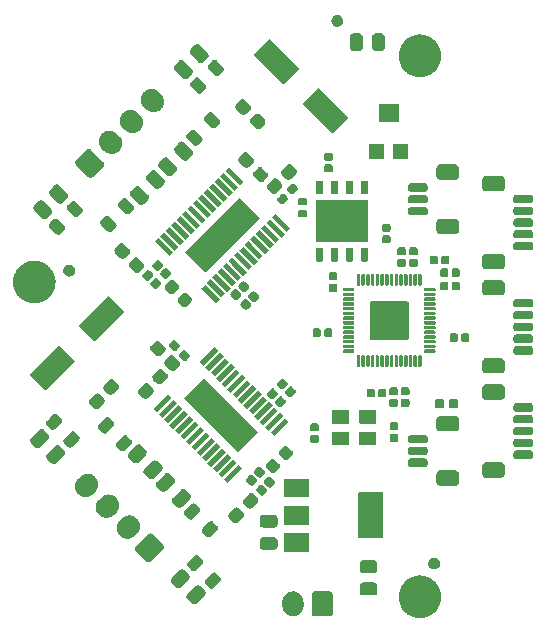
<source format=gts>
G04 #@! TF.GenerationSoftware,KiCad,Pcbnew,7.0.8-7.0.8~ubuntu22.04.1*
G04 #@! TF.CreationDate,2023-10-24T23:53:50-07:00*
G04 #@! TF.ProjectId,tentacle-board,74656e74-6163-46c6-952d-626f6172642e,REV1*
G04 #@! TF.SameCoordinates,Original*
G04 #@! TF.FileFunction,Soldermask,Top*
G04 #@! TF.FilePolarity,Negative*
%FSLAX46Y46*%
G04 Gerber Fmt 4.6, Leading zero omitted, Abs format (unit mm)*
G04 Created by KiCad (PCBNEW 7.0.8-7.0.8~ubuntu22.04.1) date 2023-10-24 23:53:50*
%MOMM*%
%LPD*%
G01*
G04 APERTURE LIST*
G04 APERTURE END LIST*
G36*
X128108815Y-114754036D02*
G01*
X128174589Y-114754036D01*
X128233988Y-114762989D01*
X128296287Y-114767445D01*
X128370142Y-114783511D01*
X128440760Y-114794155D01*
X128492646Y-114810159D01*
X128547370Y-114822064D01*
X128624483Y-114850825D01*
X128697979Y-114873496D01*
X128741647Y-114894525D01*
X128788112Y-114911856D01*
X128866380Y-114954593D01*
X128940500Y-114990288D01*
X128975699Y-115014286D01*
X129013631Y-115034999D01*
X129090716Y-115092704D01*
X129162905Y-115141922D01*
X129189802Y-115166879D01*
X129219331Y-115188984D01*
X129292714Y-115262367D01*
X129360226Y-115325009D01*
X129379402Y-115349055D01*
X129401015Y-115370668D01*
X129468044Y-115460209D01*
X129528056Y-115535461D01*
X129540458Y-115556943D01*
X129555000Y-115576368D01*
X129613009Y-115682603D01*
X129662645Y-115768575D01*
X129669524Y-115786102D01*
X129678143Y-115801887D01*
X129724527Y-115926248D01*
X129760987Y-116019146D01*
X129763842Y-116031656D01*
X129767935Y-116042629D01*
X129800202Y-116190961D01*
X129820884Y-116281575D01*
X129821393Y-116288379D01*
X129822554Y-116293712D01*
X129838477Y-116516333D01*
X129841000Y-116550000D01*
X129838476Y-116583669D01*
X129822554Y-116806287D01*
X129821394Y-116811619D01*
X129820884Y-116818425D01*
X129800197Y-116909058D01*
X129767935Y-117057370D01*
X129763842Y-117068341D01*
X129760987Y-117080854D01*
X129724520Y-117173770D01*
X129678143Y-117298112D01*
X129669525Y-117313893D01*
X129662645Y-117331425D01*
X129612998Y-117417414D01*
X129555000Y-117523631D01*
X129540461Y-117543052D01*
X129528056Y-117564539D01*
X129468032Y-117639805D01*
X129401015Y-117729331D01*
X129379406Y-117750939D01*
X129360226Y-117774991D01*
X129292701Y-117837644D01*
X129219331Y-117911015D01*
X129189808Y-117933115D01*
X129162905Y-117958078D01*
X129090701Y-118007305D01*
X129013631Y-118065000D01*
X128975707Y-118085708D01*
X128940500Y-118109712D01*
X128866364Y-118145413D01*
X128788112Y-118188143D01*
X128741656Y-118205469D01*
X128697979Y-118226504D01*
X128624467Y-118249179D01*
X128547370Y-118277935D01*
X128492657Y-118289836D01*
X128440760Y-118305845D01*
X128370127Y-118316491D01*
X128296287Y-118332554D01*
X128234001Y-118337009D01*
X128174589Y-118345964D01*
X128108801Y-118345964D01*
X128040000Y-118350885D01*
X127971199Y-118345964D01*
X127905411Y-118345964D01*
X127845999Y-118337009D01*
X127783712Y-118332554D01*
X127709868Y-118316490D01*
X127639240Y-118305845D01*
X127587344Y-118289837D01*
X127532629Y-118277935D01*
X127455526Y-118249177D01*
X127382021Y-118226504D01*
X127338346Y-118205471D01*
X127291887Y-118188143D01*
X127213626Y-118145409D01*
X127139500Y-118109712D01*
X127104296Y-118085710D01*
X127066368Y-118065000D01*
X126989287Y-118007298D01*
X126917095Y-117958078D01*
X126890195Y-117933119D01*
X126860668Y-117911015D01*
X126787285Y-117837632D01*
X126719774Y-117774991D01*
X126700597Y-117750944D01*
X126678984Y-117729331D01*
X126611950Y-117639785D01*
X126551944Y-117564539D01*
X126539541Y-117543058D01*
X126524999Y-117523631D01*
X126466982Y-117417382D01*
X126417355Y-117331425D01*
X126410476Y-117313900D01*
X126401856Y-117298112D01*
X126355459Y-117173718D01*
X126319013Y-117080854D01*
X126316158Y-117068348D01*
X126312064Y-117057370D01*
X126279780Y-116908964D01*
X126259116Y-116818425D01*
X126258606Y-116811626D01*
X126257445Y-116806287D01*
X126241501Y-116583376D01*
X126239000Y-116550000D01*
X126241501Y-116516626D01*
X126257445Y-116293712D01*
X126258606Y-116288372D01*
X126259116Y-116281575D01*
X126279776Y-116191055D01*
X126312064Y-116042629D01*
X126316159Y-116031649D01*
X126319013Y-116019146D01*
X126355452Y-115926300D01*
X126401856Y-115801887D01*
X126410478Y-115786096D01*
X126417355Y-115768575D01*
X126466972Y-115682635D01*
X126524999Y-115576368D01*
X126539544Y-115556937D01*
X126551944Y-115535461D01*
X126611938Y-115460230D01*
X126678984Y-115370668D01*
X126700601Y-115349050D01*
X126719774Y-115325009D01*
X126787271Y-115262380D01*
X126860668Y-115188984D01*
X126890201Y-115166875D01*
X126917095Y-115141922D01*
X126989272Y-115092712D01*
X127066368Y-115034999D01*
X127104304Y-115014284D01*
X127139500Y-114990288D01*
X127213611Y-114954597D01*
X127291887Y-114911856D01*
X127338355Y-114894524D01*
X127382021Y-114873496D01*
X127455510Y-114850827D01*
X127532629Y-114822064D01*
X127587355Y-114810159D01*
X127639240Y-114794155D01*
X127709853Y-114783511D01*
X127783712Y-114767445D01*
X127846012Y-114762988D01*
X127905411Y-114754036D01*
X127971185Y-114754036D01*
X128040000Y-114749114D01*
X128108815Y-114754036D01*
G37*
G36*
X120458914Y-116106995D02*
G01*
X120463645Y-116109084D01*
X120466811Y-116109501D01*
X120506442Y-116127981D01*
X120560106Y-116151676D01*
X120638324Y-116229894D01*
X120662028Y-116283579D01*
X120680498Y-116323188D01*
X120680914Y-116326351D01*
X120683005Y-116331086D01*
X120691000Y-116400000D01*
X120691000Y-117900000D01*
X120683005Y-117968914D01*
X120680914Y-117973648D01*
X120680498Y-117976811D01*
X120662036Y-118016402D01*
X120638324Y-118070106D01*
X120560106Y-118148324D01*
X120506402Y-118172036D01*
X120466811Y-118190498D01*
X120463648Y-118190914D01*
X120458914Y-118193005D01*
X120390000Y-118201000D01*
X119190000Y-118201000D01*
X119121086Y-118193005D01*
X119116351Y-118190914D01*
X119113188Y-118190498D01*
X119073579Y-118172028D01*
X119019894Y-118148324D01*
X118941676Y-118070106D01*
X118917981Y-118016442D01*
X118899501Y-117976811D01*
X118899084Y-117973645D01*
X118896995Y-117968914D01*
X118889000Y-117900000D01*
X118889000Y-116400000D01*
X118896995Y-116331086D01*
X118899084Y-116326354D01*
X118899501Y-116323188D01*
X118917989Y-116283538D01*
X118941676Y-116229894D01*
X119019894Y-116151676D01*
X119073544Y-116127987D01*
X119113188Y-116109501D01*
X119116354Y-116109084D01*
X119121086Y-116106995D01*
X119190000Y-116099000D01*
X120390000Y-116099000D01*
X120458914Y-116106995D01*
G37*
G36*
X117314350Y-116103936D02*
G01*
X117384180Y-116103936D01*
X117406064Y-116108587D01*
X117426398Y-116109619D01*
X117497376Y-116127996D01*
X117568424Y-116143098D01*
X117586103Y-116150969D01*
X117602845Y-116155304D01*
X117671706Y-116189082D01*
X117740500Y-116219711D01*
X117753702Y-116229303D01*
X117766472Y-116235567D01*
X117829900Y-116284664D01*
X117892887Y-116330427D01*
X117901779Y-116340303D01*
X117910599Y-116347130D01*
X117965315Y-116410867D01*
X118018924Y-116470405D01*
X118024050Y-116479285D01*
X118029315Y-116485417D01*
X118072213Y-116562704D01*
X118113104Y-116633530D01*
X118115334Y-116640394D01*
X118117768Y-116644779D01*
X118146107Y-116735104D01*
X118171311Y-116812672D01*
X118171747Y-116816824D01*
X118172328Y-116818675D01*
X118183850Y-116931978D01*
X118191000Y-117000000D01*
X118191000Y-117300000D01*
X118190888Y-117301059D01*
X118186377Y-117390001D01*
X118176477Y-117438175D01*
X118171311Y-117487328D01*
X118157884Y-117528649D01*
X118149458Y-117569656D01*
X118129292Y-117616645D01*
X118113104Y-117666470D01*
X118092877Y-117701504D01*
X118077584Y-117737141D01*
X118046605Y-117781648D01*
X118018924Y-117829595D01*
X117993857Y-117857434D01*
X117973462Y-117886737D01*
X117931901Y-117926242D01*
X117892887Y-117969573D01*
X117865014Y-117989823D01*
X117841364Y-118012305D01*
X117790043Y-118044293D01*
X117740500Y-118080289D01*
X117711777Y-118093077D01*
X117686692Y-118108713D01*
X117627025Y-118130810D01*
X117568424Y-118156902D01*
X117540620Y-118162811D01*
X117515779Y-118172012D01*
X117449735Y-118182129D01*
X117384180Y-118196064D01*
X117358781Y-118196064D01*
X117335622Y-118199612D01*
X117265669Y-118196064D01*
X117195820Y-118196064D01*
X117173929Y-118191411D01*
X117153601Y-118190380D01*
X117082639Y-118172006D01*
X117011576Y-118156902D01*
X116993892Y-118149028D01*
X116977154Y-118144695D01*
X116908304Y-118110922D01*
X116839500Y-118080289D01*
X116826295Y-118070695D01*
X116813527Y-118064432D01*
X116750104Y-118015339D01*
X116687113Y-117969573D01*
X116678219Y-117959695D01*
X116669400Y-117952869D01*
X116614681Y-117889129D01*
X116561076Y-117829595D01*
X116555949Y-117820715D01*
X116550684Y-117814582D01*
X116507775Y-117737275D01*
X116466896Y-117666470D01*
X116464666Y-117659607D01*
X116462231Y-117655220D01*
X116433872Y-117564833D01*
X116408689Y-117487328D01*
X116408252Y-117483178D01*
X116407671Y-117481324D01*
X116396144Y-117367975D01*
X116389000Y-117300000D01*
X116389000Y-117000000D01*
X116389111Y-116998941D01*
X116393622Y-116909998D01*
X116403524Y-116861812D01*
X116408689Y-116812672D01*
X116422111Y-116771360D01*
X116430541Y-116730343D01*
X116450711Y-116683340D01*
X116466896Y-116633530D01*
X116487117Y-116598505D01*
X116502415Y-116562858D01*
X116533402Y-116518337D01*
X116561076Y-116470405D01*
X116586135Y-116442573D01*
X116606537Y-116413262D01*
X116648110Y-116373743D01*
X116687113Y-116330427D01*
X116714976Y-116310182D01*
X116738635Y-116287694D01*
X116789971Y-116255695D01*
X116839500Y-116219711D01*
X116868213Y-116206927D01*
X116893307Y-116191286D01*
X116952992Y-116169180D01*
X117011576Y-116143098D01*
X117039370Y-116137190D01*
X117064220Y-116127987D01*
X117130283Y-116117866D01*
X117195820Y-116103936D01*
X117221211Y-116103936D01*
X117244377Y-116100387D01*
X117314350Y-116103936D01*
G37*
G36*
X109348897Y-115594251D02*
G01*
X109389994Y-115609209D01*
X109392528Y-115611153D01*
X109397351Y-115613022D01*
X109451734Y-115656098D01*
X109805288Y-116009652D01*
X109848364Y-116064035D01*
X109850231Y-116068856D01*
X109852175Y-116071389D01*
X109867125Y-116112465D01*
X109888323Y-116167182D01*
X109888323Y-116277799D01*
X109867125Y-116332517D01*
X109852176Y-116373590D01*
X109850233Y-116376121D01*
X109848364Y-116380947D01*
X109805288Y-116435330D01*
X109133536Y-117107082D01*
X109079153Y-117150158D01*
X109074329Y-117152026D01*
X109071798Y-117153969D01*
X109030723Y-117168919D01*
X108976005Y-117190117D01*
X108865388Y-117190117D01*
X108810678Y-117168922D01*
X108769597Y-117153970D01*
X108767064Y-117152026D01*
X108762241Y-117150158D01*
X108707858Y-117107082D01*
X108354304Y-116753528D01*
X108311228Y-116699145D01*
X108309360Y-116694323D01*
X108307416Y-116691790D01*
X108292462Y-116650704D01*
X108271269Y-116595998D01*
X108271269Y-116485381D01*
X108292450Y-116430703D01*
X108307415Y-116389589D01*
X108309360Y-116387053D01*
X108311228Y-116382233D01*
X108354304Y-116327850D01*
X108836877Y-115845277D01*
X109023972Y-115658181D01*
X109023976Y-115658177D01*
X109026056Y-115656098D01*
X109080439Y-115613022D01*
X109085258Y-115611155D01*
X109087793Y-115609210D01*
X109128902Y-115594247D01*
X109183587Y-115573063D01*
X109294204Y-115573063D01*
X109348897Y-115594251D01*
G37*
G36*
X124213733Y-115356829D02*
G01*
X124218392Y-115358886D01*
X124221444Y-115359288D01*
X124259639Y-115377098D01*
X124312824Y-115400582D01*
X124389418Y-115477176D01*
X124412915Y-115530393D01*
X124430711Y-115568556D01*
X124431112Y-115571604D01*
X124433171Y-115576267D01*
X124441000Y-115643750D01*
X124441000Y-116131250D01*
X124433171Y-116198733D01*
X124431112Y-116203395D01*
X124430711Y-116206444D01*
X124412919Y-116244598D01*
X124389418Y-116297824D01*
X124312824Y-116374418D01*
X124259587Y-116397924D01*
X124221443Y-116415711D01*
X124218395Y-116416112D01*
X124213733Y-116418171D01*
X124146250Y-116426000D01*
X123233750Y-116426000D01*
X123166267Y-116418171D01*
X123161605Y-116416112D01*
X123158555Y-116415711D01*
X123120382Y-116397910D01*
X123067176Y-116374418D01*
X122990582Y-116297824D01*
X122967093Y-116244628D01*
X122949288Y-116206443D01*
X122948886Y-116203392D01*
X122946829Y-116198733D01*
X122939000Y-116131250D01*
X122939000Y-115643750D01*
X122946829Y-115576267D01*
X122948886Y-115571608D01*
X122949288Y-115568555D01*
X122967106Y-115530341D01*
X122990582Y-115477176D01*
X123067176Y-115400582D01*
X123120352Y-115377102D01*
X123158556Y-115359288D01*
X123161607Y-115358886D01*
X123166267Y-115356829D01*
X123233750Y-115349000D01*
X124146250Y-115349000D01*
X124213733Y-115356829D01*
G37*
G36*
X110641795Y-114499116D02*
G01*
X110664476Y-114499116D01*
X110691808Y-114509063D01*
X110720983Y-114514867D01*
X110736811Y-114525443D01*
X110753227Y-114531418D01*
X110803591Y-114570064D01*
X110808496Y-114573342D01*
X111117855Y-114882701D01*
X111121127Y-114887599D01*
X111159778Y-114937969D01*
X111165752Y-114954383D01*
X111176330Y-114970214D01*
X111182133Y-114999389D01*
X111192081Y-115026721D01*
X111192081Y-115049401D01*
X111196863Y-115073443D01*
X111192081Y-115097484D01*
X111192081Y-115120164D01*
X111182133Y-115147494D01*
X111176330Y-115176672D01*
X111165752Y-115192502D01*
X111159778Y-115208917D01*
X111121138Y-115259271D01*
X111117855Y-115264185D01*
X110578686Y-115803354D01*
X110573781Y-115806631D01*
X110523418Y-115845277D01*
X110507003Y-115851251D01*
X110491173Y-115861829D01*
X110461997Y-115867632D01*
X110434666Y-115877580D01*
X110411985Y-115877580D01*
X110387944Y-115882362D01*
X110363903Y-115877580D01*
X110341222Y-115877580D01*
X110313890Y-115867632D01*
X110284715Y-115861829D01*
X110268884Y-115851251D01*
X110252470Y-115845277D01*
X110202108Y-115806632D01*
X110197202Y-115803354D01*
X109887843Y-115493995D01*
X109884571Y-115489099D01*
X109845919Y-115438726D01*
X109839944Y-115422310D01*
X109829368Y-115406482D01*
X109823564Y-115377305D01*
X109813617Y-115349974D01*
X109813617Y-115327294D01*
X109808835Y-115303253D01*
X109813617Y-115279211D01*
X109813617Y-115256531D01*
X109823565Y-115229197D01*
X109829368Y-115200024D01*
X109839943Y-115184197D01*
X109845919Y-115167778D01*
X109884571Y-115117406D01*
X109887843Y-115112511D01*
X110126858Y-114873496D01*
X110424925Y-114575428D01*
X110424929Y-114575424D01*
X110427012Y-114573342D01*
X110431899Y-114570076D01*
X110482279Y-114531418D01*
X110498698Y-114525442D01*
X110514525Y-114514867D01*
X110543698Y-114509064D01*
X110571032Y-114499116D01*
X110593713Y-114499116D01*
X110617754Y-114494334D01*
X110641795Y-114499116D01*
G37*
G36*
X108005395Y-114250749D02*
G01*
X108046492Y-114265707D01*
X108049026Y-114267651D01*
X108053849Y-114269520D01*
X108108232Y-114312596D01*
X108461786Y-114666150D01*
X108504862Y-114720533D01*
X108506729Y-114725354D01*
X108508673Y-114727887D01*
X108523623Y-114768963D01*
X108544821Y-114823680D01*
X108544821Y-114934297D01*
X108523623Y-114989015D01*
X108508674Y-115030088D01*
X108506731Y-115032619D01*
X108504862Y-115037445D01*
X108461786Y-115091828D01*
X107790034Y-115763580D01*
X107735651Y-115806656D01*
X107730827Y-115808524D01*
X107728296Y-115810467D01*
X107687221Y-115825417D01*
X107632503Y-115846615D01*
X107521886Y-115846615D01*
X107467176Y-115825420D01*
X107426095Y-115810468D01*
X107423562Y-115808524D01*
X107418739Y-115806656D01*
X107364356Y-115763580D01*
X107010802Y-115410026D01*
X106967726Y-115355643D01*
X106965858Y-115350821D01*
X106963914Y-115348288D01*
X106948960Y-115307202D01*
X106927767Y-115252496D01*
X106927767Y-115141879D01*
X106948948Y-115087201D01*
X106963913Y-115046087D01*
X106965858Y-115043551D01*
X106967726Y-115038731D01*
X107010802Y-114984348D01*
X107500816Y-114494334D01*
X107680470Y-114314679D01*
X107680474Y-114314675D01*
X107682554Y-114312596D01*
X107736937Y-114269520D01*
X107741756Y-114267653D01*
X107744291Y-114265708D01*
X107785400Y-114250745D01*
X107840085Y-114229561D01*
X107950702Y-114229561D01*
X108005395Y-114250749D01*
G37*
G36*
X124213733Y-113481829D02*
G01*
X124218392Y-113483886D01*
X124221444Y-113484288D01*
X124259639Y-113502098D01*
X124312824Y-113525582D01*
X124389418Y-113602176D01*
X124412915Y-113655393D01*
X124430711Y-113693556D01*
X124431112Y-113696604D01*
X124433171Y-113701267D01*
X124441000Y-113768750D01*
X124441000Y-114256250D01*
X124433171Y-114323733D01*
X124431112Y-114328395D01*
X124430711Y-114331444D01*
X124412919Y-114369598D01*
X124389418Y-114422824D01*
X124312824Y-114499418D01*
X124259587Y-114522924D01*
X124221443Y-114540711D01*
X124218395Y-114541112D01*
X124213733Y-114543171D01*
X124146250Y-114551000D01*
X123233750Y-114551000D01*
X123166267Y-114543171D01*
X123161605Y-114541112D01*
X123158555Y-114540711D01*
X123120382Y-114522910D01*
X123067176Y-114499418D01*
X122990582Y-114422824D01*
X122967093Y-114369628D01*
X122949288Y-114331443D01*
X122948886Y-114328392D01*
X122946829Y-114323733D01*
X122939000Y-114256250D01*
X122939000Y-113768750D01*
X122946829Y-113701267D01*
X122948886Y-113696608D01*
X122949288Y-113693555D01*
X122967106Y-113655341D01*
X122990582Y-113602176D01*
X123067176Y-113525582D01*
X123120352Y-113502102D01*
X123158556Y-113484288D01*
X123161607Y-113483886D01*
X123166267Y-113481829D01*
X123233750Y-113474000D01*
X124146250Y-113474000D01*
X124213733Y-113481829D01*
G37*
G36*
X109139193Y-112996514D02*
G01*
X109161874Y-112996514D01*
X109189206Y-113006461D01*
X109218381Y-113012265D01*
X109234209Y-113022841D01*
X109250625Y-113028816D01*
X109300989Y-113067462D01*
X109305894Y-113070740D01*
X109615253Y-113380099D01*
X109618525Y-113384997D01*
X109657176Y-113435367D01*
X109663150Y-113451781D01*
X109673728Y-113467612D01*
X109679531Y-113496787D01*
X109689479Y-113524119D01*
X109689479Y-113546799D01*
X109694261Y-113570841D01*
X109689479Y-113594882D01*
X109689479Y-113617562D01*
X109679531Y-113644892D01*
X109673728Y-113674070D01*
X109663150Y-113689900D01*
X109657176Y-113706315D01*
X109618536Y-113756669D01*
X109615253Y-113761583D01*
X109076084Y-114300752D01*
X109071179Y-114304029D01*
X109020816Y-114342675D01*
X109004401Y-114348649D01*
X108988571Y-114359227D01*
X108959395Y-114365030D01*
X108932064Y-114374978D01*
X108909383Y-114374978D01*
X108885342Y-114379760D01*
X108861301Y-114374978D01*
X108838620Y-114374978D01*
X108811288Y-114365030D01*
X108782113Y-114359227D01*
X108766282Y-114348649D01*
X108749868Y-114342675D01*
X108699506Y-114304030D01*
X108694600Y-114300752D01*
X108385241Y-113991393D01*
X108381969Y-113986497D01*
X108343317Y-113936124D01*
X108337342Y-113919708D01*
X108326766Y-113903880D01*
X108320962Y-113874703D01*
X108311015Y-113847372D01*
X108311015Y-113824692D01*
X108306233Y-113800651D01*
X108311015Y-113776609D01*
X108311015Y-113753929D01*
X108320963Y-113726595D01*
X108326766Y-113697422D01*
X108337341Y-113681595D01*
X108343317Y-113665176D01*
X108381969Y-113614804D01*
X108385241Y-113609909D01*
X108623025Y-113372125D01*
X108922323Y-113072826D01*
X108922327Y-113072822D01*
X108924410Y-113070740D01*
X108929297Y-113067474D01*
X108979677Y-113028816D01*
X108996096Y-113022840D01*
X109011923Y-113012265D01*
X109041096Y-113006462D01*
X109068430Y-112996514D01*
X109091111Y-112996514D01*
X109115152Y-112991732D01*
X109139193Y-112996514D01*
G37*
G36*
X129275709Y-113255089D02*
G01*
X129311157Y-113255089D01*
X129339967Y-113263548D01*
X129369307Y-113267411D01*
X129408718Y-113283735D01*
X129447708Y-113295184D01*
X129468287Y-113308409D01*
X129489806Y-113317323D01*
X129529235Y-113347578D01*
X129567430Y-113372125D01*
X129579743Y-113386335D01*
X129593278Y-113396721D01*
X129628368Y-113442451D01*
X129660627Y-113479680D01*
X129666054Y-113491565D01*
X129672675Y-113500193D01*
X129698818Y-113563308D01*
X129719746Y-113609134D01*
X129720780Y-113616329D01*
X129722588Y-113620693D01*
X129735390Y-113717941D01*
X129740000Y-113750000D01*
X129735390Y-113782058D01*
X129722588Y-113879307D01*
X129720780Y-113883670D01*
X129719746Y-113890866D01*
X129698821Y-113936684D01*
X129672676Y-113999806D01*
X129666054Y-114008435D01*
X129660627Y-114020320D01*
X129628365Y-114057551D01*
X129593278Y-114103278D01*
X129579745Y-114113661D01*
X129567430Y-114127875D01*
X129529227Y-114152426D01*
X129489806Y-114182676D01*
X129468292Y-114191587D01*
X129447708Y-114204816D01*
X129408709Y-114216266D01*
X129369307Y-114232588D01*
X129339973Y-114236449D01*
X129311157Y-114244911D01*
X129275701Y-114244911D01*
X129240000Y-114249611D01*
X129204298Y-114244911D01*
X129168843Y-114244911D01*
X129140027Y-114236449D01*
X129110692Y-114232588D01*
X129071286Y-114216265D01*
X129032292Y-114204816D01*
X129011709Y-114191588D01*
X128990193Y-114182676D01*
X128950766Y-114152422D01*
X128912570Y-114127875D01*
X128900256Y-114113663D01*
X128886721Y-114103278D01*
X128851625Y-114057541D01*
X128819373Y-114020320D01*
X128813946Y-114008438D01*
X128807323Y-113999806D01*
X128781167Y-113936661D01*
X128760254Y-113890866D01*
X128759219Y-113883674D01*
X128757411Y-113879307D01*
X128744597Y-113781976D01*
X128740000Y-113750000D01*
X128744597Y-113718023D01*
X128757411Y-113620693D01*
X128759219Y-113616325D01*
X128760254Y-113609134D01*
X128781170Y-113563332D01*
X128807324Y-113500193D01*
X128813946Y-113491562D01*
X128819373Y-113479680D01*
X128851622Y-113442461D01*
X128886721Y-113396721D01*
X128900258Y-113386333D01*
X128912570Y-113372125D01*
X128950763Y-113347579D01*
X128990193Y-113317324D01*
X129011709Y-113308411D01*
X129032292Y-113295184D01*
X129071283Y-113283735D01*
X129110693Y-113267411D01*
X129140032Y-113263548D01*
X129168843Y-113255089D01*
X129204291Y-113255089D01*
X129240000Y-113250388D01*
X129275709Y-113255089D01*
G37*
G36*
X105318382Y-111210187D02*
G01*
X105359487Y-111225148D01*
X105362021Y-111227092D01*
X105366844Y-111228961D01*
X105421226Y-111272037D01*
X105645759Y-111496570D01*
X106267671Y-112118481D01*
X106267674Y-112118485D01*
X106269755Y-112120566D01*
X106312831Y-112174948D01*
X106314698Y-112179769D01*
X106316642Y-112182302D01*
X106331595Y-112223386D01*
X106352790Y-112278096D01*
X106352790Y-112388713D01*
X106331592Y-112443431D01*
X106316643Y-112484504D01*
X106314700Y-112487035D01*
X106312831Y-112491861D01*
X106269755Y-112546244D01*
X105244450Y-113571549D01*
X105190067Y-113614625D01*
X105185243Y-113616493D01*
X105182712Y-113618436D01*
X105141637Y-113633386D01*
X105086919Y-113654584D01*
X104976302Y-113654584D01*
X104921599Y-113633392D01*
X104880510Y-113618437D01*
X104877977Y-113616493D01*
X104873154Y-113614625D01*
X104818772Y-113571549D01*
X104238955Y-112991732D01*
X103972326Y-112725104D01*
X103972322Y-112725099D01*
X103970243Y-112723020D01*
X103927167Y-112668638D01*
X103925299Y-112663816D01*
X103923355Y-112661283D01*
X103908398Y-112620190D01*
X103887208Y-112565490D01*
X103887208Y-112454873D01*
X103908389Y-112400195D01*
X103923354Y-112359081D01*
X103925299Y-112356545D01*
X103927167Y-112351725D01*
X103970243Y-112297342D01*
X104733930Y-111533655D01*
X104993464Y-111274120D01*
X104993468Y-111274116D01*
X104995548Y-111272037D01*
X105049931Y-111228961D01*
X105054750Y-111227094D01*
X105057285Y-111225149D01*
X105098394Y-111210186D01*
X105153079Y-111189002D01*
X105263696Y-111189002D01*
X105318382Y-111210187D01*
G37*
G36*
X118609517Y-111152882D02*
G01*
X118626062Y-111163938D01*
X118637118Y-111180483D01*
X118641000Y-111200000D01*
X118641000Y-112700000D01*
X118637118Y-112719517D01*
X118626062Y-112736062D01*
X118609517Y-112747118D01*
X118590000Y-112751000D01*
X116590000Y-112751000D01*
X116570483Y-112747118D01*
X116553938Y-112736062D01*
X116542882Y-112719517D01*
X116539000Y-112700000D01*
X116539000Y-111200000D01*
X116542882Y-111180483D01*
X116553938Y-111163938D01*
X116570483Y-111152882D01*
X116590000Y-111149000D01*
X118590000Y-111149000D01*
X118609517Y-111152882D01*
G37*
G36*
X115763733Y-111506829D02*
G01*
X115768392Y-111508886D01*
X115771444Y-111509288D01*
X115809639Y-111527098D01*
X115862824Y-111550582D01*
X115939418Y-111627176D01*
X115962915Y-111680393D01*
X115980711Y-111718556D01*
X115981112Y-111721604D01*
X115983171Y-111726267D01*
X115991000Y-111793750D01*
X115991000Y-112281250D01*
X115983171Y-112348733D01*
X115981112Y-112353395D01*
X115980711Y-112356444D01*
X115962919Y-112394598D01*
X115939418Y-112447824D01*
X115862824Y-112524418D01*
X115809587Y-112547924D01*
X115771443Y-112565711D01*
X115768395Y-112566112D01*
X115763733Y-112568171D01*
X115696250Y-112576000D01*
X114783750Y-112576000D01*
X114716267Y-112568171D01*
X114711605Y-112566112D01*
X114708555Y-112565711D01*
X114670382Y-112547910D01*
X114617176Y-112524418D01*
X114540582Y-112447824D01*
X114517093Y-112394628D01*
X114499288Y-112356443D01*
X114498886Y-112353392D01*
X114496829Y-112348733D01*
X114489000Y-112281250D01*
X114489000Y-111793750D01*
X114496829Y-111726267D01*
X114498886Y-111721608D01*
X114499288Y-111718555D01*
X114517106Y-111680341D01*
X114540582Y-111627176D01*
X114617176Y-111550582D01*
X114670352Y-111527102D01*
X114708556Y-111509288D01*
X114711607Y-111508886D01*
X114716267Y-111506829D01*
X114783750Y-111499000D01*
X115696250Y-111499000D01*
X115763733Y-111506829D01*
G37*
G36*
X103521792Y-109671260D02*
G01*
X103554424Y-109672088D01*
X103613354Y-109685762D01*
X103673816Y-109695339D01*
X103703156Y-109706601D01*
X103731962Y-109713286D01*
X103789793Y-109739858D01*
X103849666Y-109762841D01*
X103873501Y-109778320D01*
X103897572Y-109789380D01*
X103951428Y-109828927D01*
X104007638Y-109865430D01*
X104025596Y-109883388D01*
X104044482Y-109897256D01*
X104091441Y-109949233D01*
X104140828Y-109998620D01*
X104153015Y-110017387D01*
X104166664Y-110032494D01*
X104203858Y-110095677D01*
X104243417Y-110156592D01*
X104250351Y-110174657D01*
X104259125Y-110189561D01*
X104283936Y-110262148D01*
X104310919Y-110332442D01*
X104313471Y-110348557D01*
X104318073Y-110362020D01*
X104328207Y-110441596D01*
X104340385Y-110518484D01*
X104339689Y-110531756D01*
X104341098Y-110542817D01*
X104334720Y-110626560D01*
X104330527Y-110706585D01*
X104327872Y-110716491D01*
X104327259Y-110724550D01*
X104302941Y-110809535D01*
X104281776Y-110888527D01*
X104278499Y-110894958D01*
X104277120Y-110899778D01*
X104233321Y-110983623D01*
X104196262Y-111056358D01*
X104193630Y-111059607D01*
X104192735Y-111061322D01*
X104120998Y-111149299D01*
X104077723Y-111202741D01*
X103900947Y-111379517D01*
X103900099Y-111380203D01*
X103834035Y-111439890D01*
X103792975Y-111466951D01*
X103754564Y-111498056D01*
X103715849Y-111517781D01*
X103680897Y-111540818D01*
X103633415Y-111559784D01*
X103586733Y-111583570D01*
X103547653Y-111594041D01*
X103511639Y-111608427D01*
X103458256Y-111617995D01*
X103404791Y-111632321D01*
X103367393Y-111634280D01*
X103332244Y-111640581D01*
X103274909Y-111639127D01*
X103216690Y-111642179D01*
X103182664Y-111636789D01*
X103150039Y-111635963D01*
X103091120Y-111622290D01*
X103030648Y-111612713D01*
X103001302Y-111601448D01*
X102972501Y-111594765D01*
X102914677Y-111568196D01*
X102854798Y-111545211D01*
X102830959Y-111529729D01*
X102806891Y-111518671D01*
X102753038Y-111479127D01*
X102696826Y-111442622D01*
X102678866Y-111424662D01*
X102659981Y-111410795D01*
X102613021Y-111358817D01*
X102563636Y-111309432D01*
X102551448Y-111290665D01*
X102537799Y-111275557D01*
X102500601Y-111212367D01*
X102461047Y-111151460D01*
X102454113Y-111133396D01*
X102445338Y-111118490D01*
X102420521Y-111045887D01*
X102393545Y-110975610D01*
X102390993Y-110959497D01*
X102386390Y-110946031D01*
X102376252Y-110866427D01*
X102364079Y-110789568D01*
X102364774Y-110776300D01*
X102363365Y-110765234D01*
X102369745Y-110681446D01*
X102373937Y-110601467D01*
X102376589Y-110591566D01*
X102377204Y-110583501D01*
X102401541Y-110498446D01*
X102422688Y-110419525D01*
X102425961Y-110413099D01*
X102427343Y-110408273D01*
X102471202Y-110324309D01*
X102508202Y-110251694D01*
X102510829Y-110248449D01*
X102511728Y-110246729D01*
X102583727Y-110158427D01*
X102626741Y-110105311D01*
X102628352Y-110103699D01*
X102628357Y-110103694D01*
X102802704Y-109929347D01*
X102802714Y-109929337D01*
X102803517Y-109928535D01*
X102804344Y-109927865D01*
X102870428Y-109868161D01*
X102911499Y-109841092D01*
X102949900Y-109809996D01*
X102988603Y-109790275D01*
X103023566Y-109767233D01*
X103071061Y-109748261D01*
X103117731Y-109724482D01*
X103156800Y-109714013D01*
X103192824Y-109699624D01*
X103246221Y-109690053D01*
X103299673Y-109675731D01*
X103337061Y-109673771D01*
X103372219Y-109667470D01*
X103429567Y-109668923D01*
X103487774Y-109665873D01*
X103521792Y-109671260D01*
G37*
G36*
X124909517Y-107702882D02*
G01*
X124926062Y-107713938D01*
X124937118Y-107730483D01*
X124941000Y-107750000D01*
X124941000Y-111550000D01*
X124937118Y-111569517D01*
X124926062Y-111586062D01*
X124909517Y-111597118D01*
X124890000Y-111601000D01*
X122890000Y-111601000D01*
X122870483Y-111597118D01*
X122853938Y-111586062D01*
X122842882Y-111569517D01*
X122839000Y-111550000D01*
X122839000Y-107750000D01*
X122842882Y-107730483D01*
X122853938Y-107713938D01*
X122870483Y-107702882D01*
X122890000Y-107699000D01*
X124890000Y-107699000D01*
X124909517Y-107702882D01*
G37*
G36*
X110394308Y-110150409D02*
G01*
X110416989Y-110150409D01*
X110444321Y-110160356D01*
X110473496Y-110166160D01*
X110489324Y-110176736D01*
X110505740Y-110182711D01*
X110556104Y-110221357D01*
X110561009Y-110224635D01*
X110870368Y-110533994D01*
X110873640Y-110538892D01*
X110912291Y-110589262D01*
X110918265Y-110605676D01*
X110928843Y-110621507D01*
X110934646Y-110650682D01*
X110944594Y-110678014D01*
X110944594Y-110700694D01*
X110949376Y-110724736D01*
X110944594Y-110748777D01*
X110944594Y-110771457D01*
X110934646Y-110798787D01*
X110928843Y-110827965D01*
X110918265Y-110843795D01*
X110912291Y-110860210D01*
X110873651Y-110910564D01*
X110870368Y-110915478D01*
X110331199Y-111454647D01*
X110326294Y-111457924D01*
X110275931Y-111496570D01*
X110259516Y-111502544D01*
X110243686Y-111513122D01*
X110214510Y-111518925D01*
X110187179Y-111528873D01*
X110164498Y-111528873D01*
X110140457Y-111533655D01*
X110116416Y-111528873D01*
X110093735Y-111528873D01*
X110066403Y-111518925D01*
X110037228Y-111513122D01*
X110021397Y-111502544D01*
X110004983Y-111496570D01*
X109954621Y-111457925D01*
X109949715Y-111454647D01*
X109640356Y-111145288D01*
X109637084Y-111140392D01*
X109598432Y-111090019D01*
X109592457Y-111073603D01*
X109581881Y-111057775D01*
X109576077Y-111028598D01*
X109566130Y-111001267D01*
X109566130Y-110978587D01*
X109561348Y-110954546D01*
X109566130Y-110930504D01*
X109566130Y-110907824D01*
X109576078Y-110880490D01*
X109581881Y-110851317D01*
X109592456Y-110835490D01*
X109598432Y-110819071D01*
X109637084Y-110768699D01*
X109640356Y-110763804D01*
X109885676Y-110518484D01*
X110177438Y-110226721D01*
X110177442Y-110226717D01*
X110179525Y-110224635D01*
X110184412Y-110221369D01*
X110234792Y-110182711D01*
X110251211Y-110176735D01*
X110267038Y-110166160D01*
X110296211Y-110160357D01*
X110323545Y-110150409D01*
X110346226Y-110150409D01*
X110370267Y-110145627D01*
X110394308Y-110150409D01*
G37*
G36*
X115763733Y-109631829D02*
G01*
X115768392Y-109633886D01*
X115771444Y-109634288D01*
X115809639Y-109652098D01*
X115862824Y-109675582D01*
X115939418Y-109752176D01*
X115962915Y-109805393D01*
X115980711Y-109843556D01*
X115981112Y-109846604D01*
X115983171Y-109851267D01*
X115991000Y-109918750D01*
X115991000Y-110406250D01*
X115983171Y-110473733D01*
X115981112Y-110478395D01*
X115980711Y-110481444D01*
X115962919Y-110519598D01*
X115939418Y-110572824D01*
X115862824Y-110649418D01*
X115809587Y-110672924D01*
X115771443Y-110690711D01*
X115768395Y-110691112D01*
X115763733Y-110693171D01*
X115696250Y-110701000D01*
X114783750Y-110701000D01*
X114716267Y-110693171D01*
X114711605Y-110691112D01*
X114708555Y-110690711D01*
X114670382Y-110672910D01*
X114617176Y-110649418D01*
X114540582Y-110572824D01*
X114517093Y-110519628D01*
X114499288Y-110481443D01*
X114498886Y-110478392D01*
X114496829Y-110473733D01*
X114489000Y-110406250D01*
X114489000Y-109918750D01*
X114496829Y-109851267D01*
X114498886Y-109846608D01*
X114499288Y-109843555D01*
X114517106Y-109805341D01*
X114540582Y-109752176D01*
X114617176Y-109675582D01*
X114670352Y-109652102D01*
X114708556Y-109634288D01*
X114711607Y-109633886D01*
X114716267Y-109631829D01*
X114783750Y-109624000D01*
X115696250Y-109624000D01*
X115763733Y-109631829D01*
G37*
G36*
X118609517Y-108852882D02*
G01*
X118626062Y-108863938D01*
X118637118Y-108880483D01*
X118641000Y-108900000D01*
X118641000Y-110400000D01*
X118637118Y-110419517D01*
X118626062Y-110436062D01*
X118609517Y-110447118D01*
X118590000Y-110451000D01*
X116590000Y-110451000D01*
X116570483Y-110447118D01*
X116553938Y-110436062D01*
X116542882Y-110419517D01*
X116539000Y-110400000D01*
X116539000Y-108900000D01*
X116542882Y-108880483D01*
X116553938Y-108863938D01*
X116570483Y-108852882D01*
X116590000Y-108849000D01*
X118590000Y-108849000D01*
X118609517Y-108852882D01*
G37*
G36*
X112633695Y-109012400D02*
G01*
X112671791Y-109026266D01*
X112674140Y-109028068D01*
X112678818Y-109029881D01*
X112730942Y-109071168D01*
X112733028Y-109073254D01*
X112733029Y-109073255D01*
X113064734Y-109404959D01*
X113064737Y-109404963D01*
X113066818Y-109407044D01*
X113108105Y-109459168D01*
X113109915Y-109463841D01*
X113111719Y-109466192D01*
X113125586Y-109504292D01*
X113146406Y-109558032D01*
X113146406Y-109664056D01*
X113125571Y-109717835D01*
X113111719Y-109755893D01*
X113109918Y-109758239D01*
X113108105Y-109762920D01*
X113066818Y-109815044D01*
X112642554Y-110239308D01*
X112590430Y-110280595D01*
X112585750Y-110282408D01*
X112583403Y-110284209D01*
X112545339Y-110298063D01*
X112491566Y-110318896D01*
X112385542Y-110318896D01*
X112331783Y-110298069D01*
X112293704Y-110284209D01*
X112291355Y-110282407D01*
X112286678Y-110280595D01*
X112234554Y-110239308D01*
X112098940Y-110103694D01*
X111900761Y-109905516D01*
X111900757Y-109905511D01*
X111898678Y-109903432D01*
X111857391Y-109851308D01*
X111855580Y-109846634D01*
X111853776Y-109844283D01*
X111839905Y-109806173D01*
X111819090Y-109752444D01*
X111819090Y-109646420D01*
X111839909Y-109592681D01*
X111853776Y-109554582D01*
X111855579Y-109552231D01*
X111857391Y-109547556D01*
X111898678Y-109495432D01*
X112105519Y-109288591D01*
X112320855Y-109073254D01*
X112320859Y-109073250D01*
X112322942Y-109071168D01*
X112375066Y-109029881D01*
X112379741Y-109028069D01*
X112382092Y-109026266D01*
X112420191Y-109012399D01*
X112473930Y-108991580D01*
X112579954Y-108991580D01*
X112633695Y-109012400D01*
G37*
G36*
X108891706Y-108647807D02*
G01*
X108914387Y-108647807D01*
X108941719Y-108657754D01*
X108970894Y-108663558D01*
X108986722Y-108674134D01*
X109003138Y-108680109D01*
X109053502Y-108718755D01*
X109058407Y-108722033D01*
X109367766Y-109031392D01*
X109371038Y-109036290D01*
X109409689Y-109086660D01*
X109415663Y-109103074D01*
X109426241Y-109118905D01*
X109432044Y-109148080D01*
X109441992Y-109175412D01*
X109441992Y-109198092D01*
X109446774Y-109222134D01*
X109441992Y-109246175D01*
X109441992Y-109268855D01*
X109432044Y-109296185D01*
X109426241Y-109325363D01*
X109415663Y-109341193D01*
X109409689Y-109357608D01*
X109371049Y-109407962D01*
X109367766Y-109412876D01*
X108828597Y-109952045D01*
X108823692Y-109955322D01*
X108773329Y-109993968D01*
X108756914Y-109999942D01*
X108741084Y-110010520D01*
X108711908Y-110016323D01*
X108684577Y-110026271D01*
X108661896Y-110026271D01*
X108637855Y-110031053D01*
X108613814Y-110026271D01*
X108591133Y-110026271D01*
X108563801Y-110016323D01*
X108534626Y-110010520D01*
X108518795Y-109999942D01*
X108502381Y-109993968D01*
X108452019Y-109955323D01*
X108447113Y-109952045D01*
X108137754Y-109642686D01*
X108134482Y-109637790D01*
X108095830Y-109587417D01*
X108089855Y-109571001D01*
X108079279Y-109555173D01*
X108073475Y-109525996D01*
X108063528Y-109498665D01*
X108063528Y-109475985D01*
X108058746Y-109451944D01*
X108063528Y-109427902D01*
X108063528Y-109405222D01*
X108073476Y-109377888D01*
X108079279Y-109348715D01*
X108089854Y-109332888D01*
X108095830Y-109316469D01*
X108134482Y-109266097D01*
X108137754Y-109261202D01*
X108407221Y-108991735D01*
X108674836Y-108724119D01*
X108674840Y-108724115D01*
X108676923Y-108722033D01*
X108681810Y-108718767D01*
X108732190Y-108680109D01*
X108748609Y-108674133D01*
X108764436Y-108663558D01*
X108793609Y-108657755D01*
X108820943Y-108647807D01*
X108843624Y-108647807D01*
X108867665Y-108643025D01*
X108891706Y-108647807D01*
G37*
G36*
X101754025Y-107903493D02*
G01*
X101786657Y-107904321D01*
X101845587Y-107917995D01*
X101906049Y-107927572D01*
X101935389Y-107938834D01*
X101964195Y-107945519D01*
X102022026Y-107972091D01*
X102081899Y-107995074D01*
X102105734Y-108010553D01*
X102129805Y-108021613D01*
X102183661Y-108061160D01*
X102239871Y-108097663D01*
X102257829Y-108115621D01*
X102276715Y-108129489D01*
X102323674Y-108181466D01*
X102373061Y-108230853D01*
X102385248Y-108249620D01*
X102398897Y-108264727D01*
X102436091Y-108327910D01*
X102475650Y-108388825D01*
X102482584Y-108406890D01*
X102491358Y-108421794D01*
X102516169Y-108494381D01*
X102543152Y-108564675D01*
X102545704Y-108580790D01*
X102550306Y-108594253D01*
X102560440Y-108673829D01*
X102572618Y-108750717D01*
X102571922Y-108763989D01*
X102573331Y-108775050D01*
X102566953Y-108858793D01*
X102562760Y-108938818D01*
X102560105Y-108948724D01*
X102559492Y-108956783D01*
X102535174Y-109041768D01*
X102514009Y-109120760D01*
X102510732Y-109127191D01*
X102509353Y-109132011D01*
X102465554Y-109215856D01*
X102428495Y-109288591D01*
X102425863Y-109291840D01*
X102424968Y-109293555D01*
X102353231Y-109381532D01*
X102309956Y-109434974D01*
X102133180Y-109611750D01*
X102132332Y-109612436D01*
X102066268Y-109672123D01*
X102025208Y-109699184D01*
X101986797Y-109730289D01*
X101948082Y-109750014D01*
X101913130Y-109773051D01*
X101865648Y-109792017D01*
X101818966Y-109815803D01*
X101779886Y-109826274D01*
X101743872Y-109840660D01*
X101690489Y-109850228D01*
X101637024Y-109864554D01*
X101599626Y-109866513D01*
X101564477Y-109872814D01*
X101507142Y-109871360D01*
X101448923Y-109874412D01*
X101414897Y-109869022D01*
X101382272Y-109868196D01*
X101323353Y-109854523D01*
X101262881Y-109844946D01*
X101233535Y-109833681D01*
X101204734Y-109826998D01*
X101146910Y-109800429D01*
X101087031Y-109777444D01*
X101063192Y-109761962D01*
X101039124Y-109750904D01*
X100985271Y-109711360D01*
X100929059Y-109674855D01*
X100911099Y-109656895D01*
X100892214Y-109643028D01*
X100845254Y-109591050D01*
X100795869Y-109541665D01*
X100783681Y-109522898D01*
X100770032Y-109507790D01*
X100732834Y-109444600D01*
X100693280Y-109383693D01*
X100686346Y-109365629D01*
X100677571Y-109350723D01*
X100652754Y-109278120D01*
X100625778Y-109207843D01*
X100623226Y-109191730D01*
X100618623Y-109178264D01*
X100608485Y-109098660D01*
X100596312Y-109021801D01*
X100597007Y-109008533D01*
X100595598Y-108997467D01*
X100601978Y-108913679D01*
X100606170Y-108833700D01*
X100608822Y-108823799D01*
X100609437Y-108815734D01*
X100633774Y-108730679D01*
X100654921Y-108651758D01*
X100658194Y-108645332D01*
X100659576Y-108640506D01*
X100703435Y-108556542D01*
X100740435Y-108483927D01*
X100743062Y-108480682D01*
X100743961Y-108478962D01*
X100815960Y-108390660D01*
X100858974Y-108337544D01*
X100860585Y-108335932D01*
X100860590Y-108335927D01*
X101034937Y-108161580D01*
X101034947Y-108161570D01*
X101035750Y-108160768D01*
X101036577Y-108160098D01*
X101102661Y-108100394D01*
X101143732Y-108073325D01*
X101182133Y-108042229D01*
X101220836Y-108022508D01*
X101255799Y-107999466D01*
X101303294Y-107980494D01*
X101349964Y-107956715D01*
X101389033Y-107946246D01*
X101425057Y-107931857D01*
X101478454Y-107922286D01*
X101531906Y-107907964D01*
X101569294Y-107906004D01*
X101604452Y-107899703D01*
X101661800Y-107901156D01*
X101720007Y-107898106D01*
X101754025Y-107903493D01*
G37*
G36*
X113853455Y-107792640D02*
G01*
X113891551Y-107806506D01*
X113893900Y-107808308D01*
X113898578Y-107810121D01*
X113950702Y-107851408D01*
X113952788Y-107853494D01*
X113952789Y-107853495D01*
X114284494Y-108185199D01*
X114284497Y-108185203D01*
X114286578Y-108187284D01*
X114327865Y-108239408D01*
X114329675Y-108244081D01*
X114331479Y-108246432D01*
X114345346Y-108284532D01*
X114366166Y-108338272D01*
X114366166Y-108444296D01*
X114345331Y-108498075D01*
X114331479Y-108536133D01*
X114329678Y-108538479D01*
X114327865Y-108543160D01*
X114286578Y-108595284D01*
X113862314Y-109019548D01*
X113810190Y-109060835D01*
X113805510Y-109062648D01*
X113803163Y-109064449D01*
X113765099Y-109078303D01*
X113711326Y-109099136D01*
X113605302Y-109099136D01*
X113551543Y-109078309D01*
X113513464Y-109064449D01*
X113511115Y-109062647D01*
X113506438Y-109060835D01*
X113454314Y-109019548D01*
X113287648Y-108852882D01*
X113120521Y-108685756D01*
X113120517Y-108685751D01*
X113118438Y-108683672D01*
X113077151Y-108631548D01*
X113075340Y-108626874D01*
X113073536Y-108624523D01*
X113059665Y-108586413D01*
X113038850Y-108532684D01*
X113038850Y-108426660D01*
X113059669Y-108372921D01*
X113073536Y-108334822D01*
X113075339Y-108332471D01*
X113077151Y-108327796D01*
X113118438Y-108275672D01*
X113321217Y-108072893D01*
X113540615Y-107853494D01*
X113540619Y-107853490D01*
X113542702Y-107851408D01*
X113594826Y-107810121D01*
X113599501Y-107808309D01*
X113601852Y-107806506D01*
X113639951Y-107792639D01*
X113693690Y-107771820D01*
X113799714Y-107771820D01*
X113853455Y-107792640D01*
G37*
G36*
X108111461Y-107427168D02*
G01*
X108152558Y-107442126D01*
X108155092Y-107444070D01*
X108159915Y-107445939D01*
X108214298Y-107489015D01*
X108567852Y-107842569D01*
X108610928Y-107896952D01*
X108612795Y-107901773D01*
X108614739Y-107904306D01*
X108629689Y-107945382D01*
X108650887Y-108000099D01*
X108650887Y-108110716D01*
X108629689Y-108165434D01*
X108614740Y-108206507D01*
X108612797Y-108209038D01*
X108610928Y-108213864D01*
X108567852Y-108268247D01*
X107896100Y-108939999D01*
X107841717Y-108983075D01*
X107836893Y-108984943D01*
X107834362Y-108986886D01*
X107793287Y-109001836D01*
X107738569Y-109023034D01*
X107627952Y-109023034D01*
X107573242Y-109001839D01*
X107532161Y-108986887D01*
X107529628Y-108984943D01*
X107524805Y-108983075D01*
X107470422Y-108939999D01*
X107116868Y-108586445D01*
X107073792Y-108532062D01*
X107071924Y-108527240D01*
X107069980Y-108524707D01*
X107055026Y-108483621D01*
X107033833Y-108428915D01*
X107033833Y-108318298D01*
X107055014Y-108263620D01*
X107069979Y-108222506D01*
X107071924Y-108219970D01*
X107073792Y-108215150D01*
X107116868Y-108160767D01*
X107610428Y-107667207D01*
X107786536Y-107491098D01*
X107786540Y-107491094D01*
X107788620Y-107489015D01*
X107843003Y-107445939D01*
X107847822Y-107444072D01*
X107850357Y-107442127D01*
X107891466Y-107427164D01*
X107946151Y-107405980D01*
X108056768Y-107405980D01*
X108111461Y-107427168D01*
G37*
G36*
X118609517Y-106552882D02*
G01*
X118626062Y-106563938D01*
X118637118Y-106580483D01*
X118641000Y-106600000D01*
X118641000Y-108100000D01*
X118637118Y-108119517D01*
X118626062Y-108136062D01*
X118609517Y-108147118D01*
X118590000Y-108151000D01*
X116590000Y-108151000D01*
X116570483Y-108147118D01*
X116553938Y-108136062D01*
X116542882Y-108119517D01*
X116539000Y-108100000D01*
X116539000Y-106600000D01*
X116542882Y-106580483D01*
X116553938Y-106563938D01*
X116570483Y-106552882D01*
X116590000Y-106549000D01*
X118590000Y-106549000D01*
X118609517Y-106552882D01*
G37*
G36*
X99986258Y-106135726D02*
G01*
X100018890Y-106136554D01*
X100077820Y-106150228D01*
X100138282Y-106159805D01*
X100167622Y-106171067D01*
X100196428Y-106177752D01*
X100254259Y-106204324D01*
X100314132Y-106227307D01*
X100337967Y-106242786D01*
X100362038Y-106253846D01*
X100415894Y-106293393D01*
X100472104Y-106329896D01*
X100490062Y-106347854D01*
X100508948Y-106361722D01*
X100555907Y-106413699D01*
X100605294Y-106463086D01*
X100617481Y-106481853D01*
X100631130Y-106496960D01*
X100668324Y-106560143D01*
X100707883Y-106621058D01*
X100714817Y-106639123D01*
X100723591Y-106654027D01*
X100748402Y-106726614D01*
X100775385Y-106796908D01*
X100777937Y-106813023D01*
X100782539Y-106826486D01*
X100792673Y-106906062D01*
X100804851Y-106982950D01*
X100804155Y-106996222D01*
X100805564Y-107007283D01*
X100799186Y-107091026D01*
X100794993Y-107171051D01*
X100792338Y-107180957D01*
X100791725Y-107189016D01*
X100767407Y-107274001D01*
X100746242Y-107352993D01*
X100742965Y-107359424D01*
X100741586Y-107364244D01*
X100697787Y-107448089D01*
X100660728Y-107520824D01*
X100658096Y-107524073D01*
X100657201Y-107525788D01*
X100585464Y-107613765D01*
X100542189Y-107667207D01*
X100365413Y-107843983D01*
X100364565Y-107844669D01*
X100298501Y-107904356D01*
X100257441Y-107931417D01*
X100219030Y-107962522D01*
X100180315Y-107982247D01*
X100145363Y-108005284D01*
X100097881Y-108024250D01*
X100051199Y-108048036D01*
X100012119Y-108058507D01*
X99976105Y-108072893D01*
X99922722Y-108082461D01*
X99869257Y-108096787D01*
X99831859Y-108098746D01*
X99796710Y-108105047D01*
X99739375Y-108103593D01*
X99681156Y-108106645D01*
X99647130Y-108101255D01*
X99614505Y-108100429D01*
X99555586Y-108086756D01*
X99495114Y-108077179D01*
X99465768Y-108065914D01*
X99436967Y-108059231D01*
X99379143Y-108032662D01*
X99319264Y-108009677D01*
X99295425Y-107994195D01*
X99271357Y-107983137D01*
X99217504Y-107943593D01*
X99161292Y-107907088D01*
X99143332Y-107889128D01*
X99124447Y-107875261D01*
X99077487Y-107823283D01*
X99028102Y-107773898D01*
X99015914Y-107755131D01*
X99002265Y-107740023D01*
X98965067Y-107676833D01*
X98925513Y-107615926D01*
X98918579Y-107597862D01*
X98909804Y-107582956D01*
X98884987Y-107510353D01*
X98858011Y-107440076D01*
X98855459Y-107423963D01*
X98850856Y-107410497D01*
X98840718Y-107330893D01*
X98828545Y-107254034D01*
X98829240Y-107240766D01*
X98827831Y-107229700D01*
X98834211Y-107145912D01*
X98838403Y-107065933D01*
X98841055Y-107056032D01*
X98841670Y-107047967D01*
X98866007Y-106962912D01*
X98887154Y-106883991D01*
X98890427Y-106877565D01*
X98891809Y-106872739D01*
X98935668Y-106788775D01*
X98972668Y-106716160D01*
X98975295Y-106712915D01*
X98976194Y-106711195D01*
X99048193Y-106622893D01*
X99091207Y-106569777D01*
X99092818Y-106568165D01*
X99092823Y-106568160D01*
X99267170Y-106393813D01*
X99267180Y-106393803D01*
X99267983Y-106393001D01*
X99268810Y-106392331D01*
X99334894Y-106332627D01*
X99375965Y-106305558D01*
X99414366Y-106274462D01*
X99453069Y-106254741D01*
X99488032Y-106231699D01*
X99535527Y-106212727D01*
X99582197Y-106188948D01*
X99621266Y-106178479D01*
X99657290Y-106164090D01*
X99710687Y-106154519D01*
X99764139Y-106140197D01*
X99801527Y-106138237D01*
X99836685Y-106131936D01*
X99894033Y-106133389D01*
X99952240Y-106130339D01*
X99986258Y-106135726D01*
G37*
G36*
X114665369Y-107075581D02*
G01*
X114733822Y-107121320D01*
X115013129Y-107400627D01*
X115058868Y-107469080D01*
X115074930Y-107549827D01*
X115058868Y-107630573D01*
X115013129Y-107699026D01*
X114786855Y-107925300D01*
X114718402Y-107971039D01*
X114637656Y-107987101D01*
X114556909Y-107971039D01*
X114488456Y-107925300D01*
X114209149Y-107645993D01*
X114163410Y-107577540D01*
X114147348Y-107496793D01*
X114163410Y-107416047D01*
X114209149Y-107347594D01*
X114313800Y-107242943D01*
X114432289Y-107124453D01*
X114432292Y-107124450D01*
X114435423Y-107121320D01*
X114503876Y-107075581D01*
X114584622Y-107059519D01*
X114665369Y-107075581D01*
G37*
G36*
X106767959Y-106083666D02*
G01*
X106809056Y-106098624D01*
X106811590Y-106100568D01*
X106816413Y-106102437D01*
X106870796Y-106145513D01*
X107224350Y-106499067D01*
X107267426Y-106553450D01*
X107269293Y-106558271D01*
X107271237Y-106560804D01*
X107286187Y-106601880D01*
X107307385Y-106656597D01*
X107307385Y-106767214D01*
X107286187Y-106821932D01*
X107271238Y-106863005D01*
X107269295Y-106865536D01*
X107267426Y-106870362D01*
X107224350Y-106924745D01*
X106552598Y-107596497D01*
X106498215Y-107639573D01*
X106493391Y-107641441D01*
X106490860Y-107643384D01*
X106449785Y-107658334D01*
X106395067Y-107679532D01*
X106284450Y-107679532D01*
X106229740Y-107658337D01*
X106188659Y-107643385D01*
X106186126Y-107641441D01*
X106181303Y-107639573D01*
X106126920Y-107596497D01*
X105773366Y-107242943D01*
X105730290Y-107188560D01*
X105728422Y-107183738D01*
X105726478Y-107181205D01*
X105711524Y-107140119D01*
X105690331Y-107085413D01*
X105690331Y-106974796D01*
X105711512Y-106920118D01*
X105726477Y-106879004D01*
X105728422Y-106876468D01*
X105730290Y-106871648D01*
X105773366Y-106817265D01*
X106260735Y-106329896D01*
X106443034Y-106147596D01*
X106443038Y-106147592D01*
X106445118Y-106145513D01*
X106499501Y-106102437D01*
X106504320Y-106100570D01*
X106506855Y-106098625D01*
X106547964Y-106083662D01*
X106602649Y-106062478D01*
X106713266Y-106062478D01*
X106767959Y-106083666D01*
G37*
G36*
X115337121Y-106403830D02*
G01*
X115405574Y-106449569D01*
X115684881Y-106728876D01*
X115730620Y-106797329D01*
X115746682Y-106878076D01*
X115730620Y-106958822D01*
X115684881Y-107027275D01*
X115458607Y-107253549D01*
X115390154Y-107299288D01*
X115309408Y-107315350D01*
X115228661Y-107299288D01*
X115160208Y-107253549D01*
X114880901Y-106974242D01*
X114835162Y-106905789D01*
X114819100Y-106825042D01*
X114835162Y-106744296D01*
X114880901Y-106675843D01*
X114992806Y-106563938D01*
X115104041Y-106452702D01*
X115104044Y-106452699D01*
X115107175Y-106449569D01*
X115175628Y-106403830D01*
X115256374Y-106387768D01*
X115337121Y-106403830D01*
G37*
G36*
X131108914Y-105856995D02*
G01*
X131113645Y-105859084D01*
X131116811Y-105859501D01*
X131156442Y-105877981D01*
X131210106Y-105901676D01*
X131288324Y-105979894D01*
X131312028Y-106033579D01*
X131330498Y-106073188D01*
X131330914Y-106076351D01*
X131333005Y-106081086D01*
X131341000Y-106150000D01*
X131341000Y-106850000D01*
X131333005Y-106918914D01*
X131330914Y-106923648D01*
X131330498Y-106926811D01*
X131312036Y-106966402D01*
X131288324Y-107020106D01*
X131210106Y-107098324D01*
X131156402Y-107122036D01*
X131116811Y-107140498D01*
X131113648Y-107140914D01*
X131108914Y-107143005D01*
X131040000Y-107151000D01*
X129740000Y-107151000D01*
X129671086Y-107143005D01*
X129666351Y-107140914D01*
X129663188Y-107140498D01*
X129623579Y-107122028D01*
X129569894Y-107098324D01*
X129491676Y-107020106D01*
X129467981Y-106966442D01*
X129449501Y-106926811D01*
X129449084Y-106923645D01*
X129446995Y-106918914D01*
X129439000Y-106850000D01*
X129439000Y-106150000D01*
X129446995Y-106081086D01*
X129449084Y-106076354D01*
X129449501Y-106073188D01*
X129467989Y-106033538D01*
X129491676Y-105979894D01*
X129569894Y-105901676D01*
X129623538Y-105877989D01*
X129663188Y-105859501D01*
X129666354Y-105859084D01*
X129671086Y-105856995D01*
X129740000Y-105849000D01*
X131040000Y-105849000D01*
X131108914Y-105856995D01*
G37*
G36*
X113820377Y-106230589D02*
G01*
X113888830Y-106276328D01*
X114168137Y-106555635D01*
X114213876Y-106624088D01*
X114229938Y-106704835D01*
X114213876Y-106785581D01*
X114168137Y-106854034D01*
X113941863Y-107080308D01*
X113873410Y-107126047D01*
X113792664Y-107142109D01*
X113711917Y-107126047D01*
X113643464Y-107080308D01*
X113364157Y-106801001D01*
X113318418Y-106732548D01*
X113302356Y-106651801D01*
X113318418Y-106571055D01*
X113364157Y-106502602D01*
X113473758Y-106393001D01*
X113587297Y-106279461D01*
X113587300Y-106279458D01*
X113590431Y-106276328D01*
X113658884Y-106230589D01*
X113739630Y-106214527D01*
X113820377Y-106230589D01*
G37*
G36*
X112671900Y-105371938D02*
G01*
X112983027Y-105683065D01*
X112984492Y-105686601D01*
X112983027Y-105690137D01*
X112983025Y-105690137D01*
X111752661Y-106920503D01*
X111749125Y-106921968D01*
X111745589Y-106920503D01*
X111434462Y-106609376D01*
X111432997Y-106605840D01*
X111434462Y-106602304D01*
X111440789Y-106595976D01*
X111440790Y-106595975D01*
X112658501Y-105378265D01*
X112658502Y-105378264D01*
X112664828Y-105371939D01*
X112664828Y-105371938D01*
X112668364Y-105370473D01*
X112671900Y-105371938D01*
G37*
G36*
X105707297Y-105023005D02*
G01*
X105748394Y-105037963D01*
X105750928Y-105039907D01*
X105755751Y-105041776D01*
X105810134Y-105084852D01*
X106163688Y-105438406D01*
X106206764Y-105492789D01*
X106208631Y-105497610D01*
X106210575Y-105500143D01*
X106225525Y-105541219D01*
X106246723Y-105595936D01*
X106246723Y-105706553D01*
X106225525Y-105761271D01*
X106210576Y-105802344D01*
X106208633Y-105804875D01*
X106206764Y-105809701D01*
X106163688Y-105864084D01*
X105491936Y-106535836D01*
X105437553Y-106578912D01*
X105432729Y-106580780D01*
X105430198Y-106582723D01*
X105389123Y-106597673D01*
X105334405Y-106618871D01*
X105223788Y-106618871D01*
X105169078Y-106597676D01*
X105127997Y-106582724D01*
X105125464Y-106580780D01*
X105120641Y-106578912D01*
X105066258Y-106535836D01*
X104712704Y-106182282D01*
X104669628Y-106127899D01*
X104667760Y-106123077D01*
X104665816Y-106120544D01*
X104650862Y-106079458D01*
X104629669Y-106024752D01*
X104629669Y-105914135D01*
X104650850Y-105859457D01*
X104665815Y-105818343D01*
X104667760Y-105815807D01*
X104669628Y-105810987D01*
X104712704Y-105756604D01*
X105209765Y-105259543D01*
X105382372Y-105086935D01*
X105382376Y-105086931D01*
X105384456Y-105084852D01*
X105438839Y-105041776D01*
X105443658Y-105039909D01*
X105446193Y-105037964D01*
X105487302Y-105023001D01*
X105541987Y-105001817D01*
X105652604Y-105001817D01*
X105707297Y-105023005D01*
G37*
G36*
X134983914Y-105181995D02*
G01*
X134988645Y-105184084D01*
X134991811Y-105184501D01*
X135031442Y-105202981D01*
X135085106Y-105226676D01*
X135163324Y-105304894D01*
X135187028Y-105358579D01*
X135205498Y-105398188D01*
X135205914Y-105401351D01*
X135208005Y-105406086D01*
X135216000Y-105475000D01*
X135216000Y-106175000D01*
X135208005Y-106243914D01*
X135205914Y-106248648D01*
X135205498Y-106251811D01*
X135187036Y-106291402D01*
X135163324Y-106345106D01*
X135085106Y-106423324D01*
X135031402Y-106447036D01*
X134991811Y-106465498D01*
X134988648Y-106465914D01*
X134983914Y-106468005D01*
X134915000Y-106476000D01*
X133615000Y-106476000D01*
X133546086Y-106468005D01*
X133541351Y-106465914D01*
X133538188Y-106465498D01*
X133498579Y-106447028D01*
X133444894Y-106423324D01*
X133366676Y-106345106D01*
X133342981Y-106291442D01*
X133324501Y-106251811D01*
X133324084Y-106248645D01*
X133321995Y-106243914D01*
X133314000Y-106175000D01*
X133314000Y-105475000D01*
X133321995Y-105406086D01*
X133324084Y-105401354D01*
X133324501Y-105398188D01*
X133342989Y-105358538D01*
X133366676Y-105304894D01*
X133444894Y-105226676D01*
X133498538Y-105202989D01*
X133538188Y-105184501D01*
X133541354Y-105184084D01*
X133546086Y-105181995D01*
X133615000Y-105174000D01*
X134915000Y-105174000D01*
X134983914Y-105181995D01*
G37*
G36*
X114492129Y-105558838D02*
G01*
X114560582Y-105604577D01*
X114839889Y-105883884D01*
X114885628Y-105952337D01*
X114901690Y-106033084D01*
X114885628Y-106113830D01*
X114839889Y-106182283D01*
X114613615Y-106408557D01*
X114545162Y-106454296D01*
X114464416Y-106470358D01*
X114383669Y-106454296D01*
X114315216Y-106408557D01*
X114035909Y-106129250D01*
X113990170Y-106060797D01*
X113974108Y-105980050D01*
X113990170Y-105899304D01*
X114035909Y-105830851D01*
X114112243Y-105754517D01*
X114259049Y-105607710D01*
X114259052Y-105607707D01*
X114262183Y-105604577D01*
X114330636Y-105558838D01*
X114411382Y-105542776D01*
X114492129Y-105558838D01*
G37*
G36*
X112212280Y-104912318D02*
G01*
X112523407Y-105223445D01*
X112524872Y-105226981D01*
X112523407Y-105230517D01*
X112523405Y-105230517D01*
X111293041Y-106460883D01*
X111289505Y-106462348D01*
X111285969Y-106460883D01*
X110974842Y-106149756D01*
X110973377Y-106146220D01*
X110974842Y-106142684D01*
X110981169Y-106136356D01*
X110981170Y-106136355D01*
X112198881Y-104918645D01*
X112198882Y-104918644D01*
X112205208Y-104912319D01*
X112205208Y-104912318D01*
X112208744Y-104910853D01*
X112212280Y-104912318D01*
G37*
G36*
X115609694Y-104867470D02*
G01*
X115632987Y-104867470D01*
X115661052Y-104877685D01*
X115690800Y-104883602D01*
X115706942Y-104894388D01*
X115723778Y-104900516D01*
X115775435Y-104940154D01*
X115780341Y-104943432D01*
X116133894Y-105296985D01*
X116137173Y-105301892D01*
X116176809Y-105353547D01*
X116182936Y-105370381D01*
X116193724Y-105386526D01*
X116199641Y-105416274D01*
X116209856Y-105444339D01*
X116209856Y-105467632D01*
X116214732Y-105492147D01*
X116209856Y-105516661D01*
X116209856Y-105539953D01*
X116199641Y-105568018D01*
X116193724Y-105597767D01*
X116182938Y-105613908D01*
X116176810Y-105630746D01*
X116137177Y-105682394D01*
X116133894Y-105687308D01*
X115815696Y-106005506D01*
X115810790Y-106008784D01*
X115759134Y-106048421D01*
X115742299Y-106054548D01*
X115726155Y-106065336D01*
X115696405Y-106071253D01*
X115668342Y-106081468D01*
X115645050Y-106081468D01*
X115620535Y-106086344D01*
X115596020Y-106081468D01*
X115572727Y-106081468D01*
X115544662Y-106071253D01*
X115514914Y-106065336D01*
X115498769Y-106054548D01*
X115481935Y-106048421D01*
X115430280Y-106008785D01*
X115425373Y-106005506D01*
X115071820Y-105651953D01*
X115068542Y-105647047D01*
X115028904Y-105595390D01*
X115022776Y-105578554D01*
X115011990Y-105562412D01*
X115006072Y-105532662D01*
X114995858Y-105504598D01*
X114995858Y-105481305D01*
X114990982Y-105456791D01*
X114995858Y-105432276D01*
X114995858Y-105408984D01*
X115006073Y-105380915D01*
X115011990Y-105351171D01*
X115022773Y-105335032D01*
X115028903Y-105318191D01*
X115068548Y-105266525D01*
X115071820Y-105261630D01*
X115159450Y-105174000D01*
X115387931Y-104945518D01*
X115387935Y-104945514D01*
X115390018Y-104943432D01*
X115394906Y-104940165D01*
X115446579Y-104900516D01*
X115463418Y-104894386D01*
X115479559Y-104883602D01*
X115509305Y-104877685D01*
X115537372Y-104867470D01*
X115560664Y-104867470D01*
X115585179Y-104862594D01*
X115609694Y-104867470D01*
G37*
G36*
X111752661Y-104452699D02*
G01*
X112063788Y-104763826D01*
X112065253Y-104767362D01*
X112063788Y-104770898D01*
X112063786Y-104770898D01*
X110833422Y-106001264D01*
X110829886Y-106002729D01*
X110826350Y-106001264D01*
X110515223Y-105690137D01*
X110513758Y-105686601D01*
X110515223Y-105683065D01*
X110521550Y-105676737D01*
X110521551Y-105676736D01*
X111739262Y-104459026D01*
X111739263Y-104459025D01*
X111745589Y-104452700D01*
X111745589Y-104452699D01*
X111749125Y-104451234D01*
X111752661Y-104452699D01*
G37*
G36*
X128566919Y-104864300D02*
G01*
X128632128Y-104907872D01*
X128675700Y-104973081D01*
X128691000Y-105050000D01*
X128691000Y-105350000D01*
X128675700Y-105426919D01*
X128632128Y-105492128D01*
X128566919Y-105535700D01*
X128490000Y-105551000D01*
X127240000Y-105551000D01*
X127163081Y-105535700D01*
X127097872Y-105492128D01*
X127054300Y-105426919D01*
X127039000Y-105350000D01*
X127039000Y-105050000D01*
X127054300Y-104973081D01*
X127097872Y-104907872D01*
X127163081Y-104864300D01*
X127240000Y-104849000D01*
X128490000Y-104849000D01*
X128566919Y-104864300D01*
G37*
G36*
X111293041Y-103993080D02*
G01*
X111604168Y-104304207D01*
X111605633Y-104307743D01*
X111604168Y-104311279D01*
X111604166Y-104311279D01*
X110373803Y-105541644D01*
X110370267Y-105543109D01*
X110366731Y-105541644D01*
X110055604Y-105230517D01*
X110054139Y-105226981D01*
X110055604Y-105223445D01*
X110061931Y-105217117D01*
X110061932Y-105217116D01*
X111279640Y-103999408D01*
X111279643Y-103999406D01*
X111285968Y-103993081D01*
X111285969Y-103993080D01*
X111289505Y-103991615D01*
X111293041Y-103993080D01*
G37*
G36*
X97469503Y-103714857D02*
G01*
X97510600Y-103729815D01*
X97513134Y-103731759D01*
X97517957Y-103733628D01*
X97572340Y-103776704D01*
X97925894Y-104130258D01*
X97968970Y-104184641D01*
X97970837Y-104189462D01*
X97972781Y-104191995D01*
X97987731Y-104233071D01*
X98008929Y-104287788D01*
X98008929Y-104398405D01*
X97987731Y-104453123D01*
X97972782Y-104494196D01*
X97970839Y-104496727D01*
X97968970Y-104501553D01*
X97925894Y-104555936D01*
X97254142Y-105227688D01*
X97199759Y-105270764D01*
X97194935Y-105272632D01*
X97192404Y-105274575D01*
X97151329Y-105289525D01*
X97096611Y-105310723D01*
X96985994Y-105310723D01*
X96931284Y-105289528D01*
X96890203Y-105274576D01*
X96887670Y-105272632D01*
X96882847Y-105270764D01*
X96828464Y-105227688D01*
X96474910Y-104874134D01*
X96431834Y-104819751D01*
X96429966Y-104814929D01*
X96428022Y-104812396D01*
X96413068Y-104771310D01*
X96391875Y-104716604D01*
X96391875Y-104605987D01*
X96413056Y-104551309D01*
X96428021Y-104510195D01*
X96429966Y-104507659D01*
X96431834Y-104502839D01*
X96474910Y-104448456D01*
X96956276Y-103967090D01*
X97144578Y-103778787D01*
X97144582Y-103778783D01*
X97146662Y-103776704D01*
X97201045Y-103733628D01*
X97205864Y-103731761D01*
X97208399Y-103729816D01*
X97249508Y-103714853D01*
X97304193Y-103693669D01*
X97414810Y-103693669D01*
X97469503Y-103714857D01*
G37*
G36*
X104363795Y-103679503D02*
G01*
X104404892Y-103694461D01*
X104407426Y-103696405D01*
X104412249Y-103698274D01*
X104466632Y-103741350D01*
X104820186Y-104094904D01*
X104863262Y-104149287D01*
X104865129Y-104154108D01*
X104867073Y-104156641D01*
X104882023Y-104197717D01*
X104903221Y-104252434D01*
X104903221Y-104363051D01*
X104882023Y-104417769D01*
X104867074Y-104458842D01*
X104865131Y-104461373D01*
X104863262Y-104466199D01*
X104820186Y-104520582D01*
X104148434Y-105192334D01*
X104094051Y-105235410D01*
X104089227Y-105237278D01*
X104086696Y-105239221D01*
X104045621Y-105254171D01*
X103990903Y-105275369D01*
X103880286Y-105275369D01*
X103825576Y-105254174D01*
X103784495Y-105239222D01*
X103781962Y-105237278D01*
X103777139Y-105235410D01*
X103722756Y-105192334D01*
X103369202Y-104838780D01*
X103326126Y-104784397D01*
X103324258Y-104779575D01*
X103322314Y-104777042D01*
X103307360Y-104735956D01*
X103286167Y-104681250D01*
X103286167Y-104570633D01*
X103307348Y-104515955D01*
X103322313Y-104474841D01*
X103324258Y-104472305D01*
X103326126Y-104467485D01*
X103369202Y-104413102D01*
X103870580Y-103911724D01*
X104038870Y-103743433D01*
X104038874Y-103743429D01*
X104040954Y-103741350D01*
X104095337Y-103698274D01*
X104100156Y-103696407D01*
X104102691Y-103694462D01*
X104143800Y-103679499D01*
X104198485Y-103658315D01*
X104309102Y-103658315D01*
X104363795Y-103679503D01*
G37*
G36*
X110833422Y-103533460D02*
G01*
X111144549Y-103844587D01*
X111146014Y-103848123D01*
X111144549Y-103851659D01*
X111144547Y-103851659D01*
X109914183Y-105082025D01*
X109910647Y-105083490D01*
X109907111Y-105082025D01*
X109595984Y-104770898D01*
X109594519Y-104767362D01*
X109595984Y-104763826D01*
X109602311Y-104757498D01*
X109602312Y-104757497D01*
X110820023Y-103539787D01*
X110820024Y-103539786D01*
X110826350Y-103533461D01*
X110826350Y-103533460D01*
X110829886Y-103531995D01*
X110833422Y-103533460D01*
G37*
G36*
X116705710Y-103771454D02*
G01*
X116729003Y-103771454D01*
X116757068Y-103781669D01*
X116786816Y-103787586D01*
X116802958Y-103798372D01*
X116819794Y-103804500D01*
X116871451Y-103844138D01*
X116876357Y-103847416D01*
X117229910Y-104200969D01*
X117233189Y-104205876D01*
X117272825Y-104257531D01*
X117278952Y-104274365D01*
X117289740Y-104290510D01*
X117295657Y-104320258D01*
X117305872Y-104348323D01*
X117305872Y-104371616D01*
X117310748Y-104396131D01*
X117305872Y-104420645D01*
X117305872Y-104443937D01*
X117295657Y-104472002D01*
X117289740Y-104501751D01*
X117278954Y-104517892D01*
X117272826Y-104534730D01*
X117233193Y-104586378D01*
X117229910Y-104591292D01*
X116911712Y-104909490D01*
X116906806Y-104912768D01*
X116855150Y-104952405D01*
X116838315Y-104958532D01*
X116822171Y-104969320D01*
X116792421Y-104975237D01*
X116764358Y-104985452D01*
X116741066Y-104985452D01*
X116716551Y-104990328D01*
X116692036Y-104985452D01*
X116668743Y-104985452D01*
X116640678Y-104975237D01*
X116610930Y-104969320D01*
X116594785Y-104958532D01*
X116577951Y-104952405D01*
X116526296Y-104912769D01*
X116521389Y-104909490D01*
X116167836Y-104555937D01*
X116164558Y-104551031D01*
X116124920Y-104499374D01*
X116118792Y-104482538D01*
X116108006Y-104466396D01*
X116102088Y-104436646D01*
X116091874Y-104408582D01*
X116091874Y-104385289D01*
X116086998Y-104360775D01*
X116091874Y-104336260D01*
X116091874Y-104312968D01*
X116102089Y-104284899D01*
X116108006Y-104255155D01*
X116118789Y-104239016D01*
X116124919Y-104222175D01*
X116164564Y-104170509D01*
X116167836Y-104165614D01*
X116283450Y-104050000D01*
X116483947Y-103849502D01*
X116483951Y-103849498D01*
X116486034Y-103847416D01*
X116490922Y-103844149D01*
X116542595Y-103804500D01*
X116559434Y-103798370D01*
X116575575Y-103787586D01*
X116605321Y-103781669D01*
X116633388Y-103771454D01*
X116656680Y-103771454D01*
X116681195Y-103766578D01*
X116705710Y-103771454D01*
G37*
G36*
X137491919Y-104189300D02*
G01*
X137557128Y-104232872D01*
X137600700Y-104298081D01*
X137616000Y-104375000D01*
X137616000Y-104675000D01*
X137600700Y-104751919D01*
X137557128Y-104817128D01*
X137491919Y-104860700D01*
X137415000Y-104876000D01*
X136165000Y-104876000D01*
X136088081Y-104860700D01*
X136022872Y-104817128D01*
X135979300Y-104751919D01*
X135964000Y-104675000D01*
X135964000Y-104375000D01*
X135979300Y-104298081D01*
X136022872Y-104232872D01*
X136088081Y-104189300D01*
X136165000Y-104174000D01*
X137415000Y-104174000D01*
X137491919Y-104189300D01*
G37*
G36*
X110373803Y-103073841D02*
G01*
X110684930Y-103384968D01*
X110686395Y-103388504D01*
X110684930Y-103392040D01*
X110684928Y-103392040D01*
X109454564Y-104622405D01*
X109451028Y-104623870D01*
X109447492Y-104622405D01*
X109447491Y-104622403D01*
X109136365Y-104311279D01*
X109134900Y-104307743D01*
X109136365Y-104304207D01*
X109142692Y-104297879D01*
X109142693Y-104297878D01*
X110360404Y-103080168D01*
X110360405Y-103080167D01*
X110366731Y-103073842D01*
X110366731Y-103073841D01*
X110370267Y-103072376D01*
X110373803Y-103073841D01*
G37*
G36*
X128566919Y-103864300D02*
G01*
X128632128Y-103907872D01*
X128675700Y-103973081D01*
X128691000Y-104050000D01*
X128691000Y-104350000D01*
X128675700Y-104426919D01*
X128632128Y-104492128D01*
X128566919Y-104535700D01*
X128490000Y-104551000D01*
X127240000Y-104551000D01*
X127163081Y-104535700D01*
X127097872Y-104492128D01*
X127054300Y-104426919D01*
X127039000Y-104350000D01*
X127039000Y-104050000D01*
X127054300Y-103973081D01*
X127097872Y-103907872D01*
X127163081Y-103864300D01*
X127240000Y-103849000D01*
X128490000Y-103849000D01*
X128566919Y-103864300D01*
G37*
G36*
X109769226Y-98042776D02*
G01*
X114337134Y-102610685D01*
X114337136Y-102610686D01*
X114338601Y-102614222D01*
X114337136Y-102617757D01*
X112640080Y-104314814D01*
X112636544Y-104316279D01*
X112633008Y-104314814D01*
X112633007Y-104314812D01*
X108065098Y-99746904D01*
X108063633Y-99743368D01*
X108065098Y-99739832D01*
X108071425Y-99733504D01*
X108071426Y-99733503D01*
X109755825Y-98049104D01*
X109755828Y-98049102D01*
X109762153Y-98042777D01*
X109762154Y-98042776D01*
X109765690Y-98041311D01*
X109769226Y-98042776D01*
G37*
G36*
X103111108Y-102867209D02*
G01*
X103133789Y-102867209D01*
X103161121Y-102877156D01*
X103190296Y-102882960D01*
X103206124Y-102893536D01*
X103222540Y-102899511D01*
X103272904Y-102938157D01*
X103277809Y-102941435D01*
X103587168Y-103250794D01*
X103590440Y-103255692D01*
X103629091Y-103306062D01*
X103635065Y-103322476D01*
X103645643Y-103338307D01*
X103651446Y-103367482D01*
X103661394Y-103394814D01*
X103661394Y-103417494D01*
X103666176Y-103441536D01*
X103661394Y-103465577D01*
X103661394Y-103488257D01*
X103651446Y-103515587D01*
X103645643Y-103544765D01*
X103635065Y-103560595D01*
X103629091Y-103577010D01*
X103590451Y-103627364D01*
X103587168Y-103632278D01*
X103047999Y-104171447D01*
X103043094Y-104174724D01*
X102992731Y-104213370D01*
X102976316Y-104219344D01*
X102960486Y-104229922D01*
X102931310Y-104235725D01*
X102903979Y-104245673D01*
X102881298Y-104245673D01*
X102857257Y-104250455D01*
X102833216Y-104245673D01*
X102810535Y-104245673D01*
X102783203Y-104235725D01*
X102754028Y-104229922D01*
X102738197Y-104219344D01*
X102721783Y-104213370D01*
X102671421Y-104174725D01*
X102666515Y-104171447D01*
X102357156Y-103862088D01*
X102353884Y-103857192D01*
X102315232Y-103806819D01*
X102309257Y-103790403D01*
X102298681Y-103774575D01*
X102292877Y-103745398D01*
X102282930Y-103718067D01*
X102282930Y-103695387D01*
X102278148Y-103671346D01*
X102282930Y-103647304D01*
X102282930Y-103624624D01*
X102292878Y-103597290D01*
X102298681Y-103568117D01*
X102309256Y-103552290D01*
X102315232Y-103535871D01*
X102353884Y-103485499D01*
X102357156Y-103480604D01*
X102625326Y-103212434D01*
X102894238Y-102943521D01*
X102894242Y-102943517D01*
X102896325Y-102941435D01*
X102901212Y-102938169D01*
X102951592Y-102899511D01*
X102968011Y-102893535D01*
X102983838Y-102882960D01*
X103013011Y-102877157D01*
X103040345Y-102867209D01*
X103063026Y-102867209D01*
X103087067Y-102862427D01*
X103111108Y-102867209D01*
G37*
G36*
X109914183Y-102614221D02*
G01*
X110225310Y-102925348D01*
X110226775Y-102928884D01*
X110225310Y-102932420D01*
X110225308Y-102932420D01*
X108994944Y-104162786D01*
X108991408Y-104164251D01*
X108987872Y-104162786D01*
X108676745Y-103851659D01*
X108675280Y-103848123D01*
X108676745Y-103844587D01*
X108683072Y-103838259D01*
X108683073Y-103838258D01*
X109900784Y-102620548D01*
X109900785Y-102620547D01*
X109907111Y-102614222D01*
X109907111Y-102614221D01*
X109910647Y-102612756D01*
X109914183Y-102614221D01*
G37*
G36*
X96126001Y-102371355D02*
G01*
X96167098Y-102386313D01*
X96169632Y-102388257D01*
X96174455Y-102390126D01*
X96228838Y-102433202D01*
X96582392Y-102786756D01*
X96625468Y-102841139D01*
X96627335Y-102845960D01*
X96629279Y-102848493D01*
X96644229Y-102889569D01*
X96665427Y-102944286D01*
X96665427Y-103054903D01*
X96644229Y-103109621D01*
X96629280Y-103150694D01*
X96627337Y-103153225D01*
X96625468Y-103158051D01*
X96582392Y-103212434D01*
X95910640Y-103884186D01*
X95856257Y-103927262D01*
X95851433Y-103929130D01*
X95848902Y-103931073D01*
X95807827Y-103946023D01*
X95753109Y-103967221D01*
X95642492Y-103967221D01*
X95587782Y-103946026D01*
X95546701Y-103931074D01*
X95544168Y-103929130D01*
X95539345Y-103927262D01*
X95484962Y-103884186D01*
X95131408Y-103530632D01*
X95088332Y-103476249D01*
X95086464Y-103471427D01*
X95084520Y-103468894D01*
X95069566Y-103427808D01*
X95048373Y-103373102D01*
X95048373Y-103262485D01*
X95069554Y-103207807D01*
X95084519Y-103166693D01*
X95086464Y-103164157D01*
X95088332Y-103159337D01*
X95131408Y-103104954D01*
X95632003Y-102604359D01*
X95801076Y-102435285D01*
X95801080Y-102435281D01*
X95803160Y-102433202D01*
X95857543Y-102390126D01*
X95862362Y-102388259D01*
X95864897Y-102386314D01*
X95906006Y-102371351D01*
X95960691Y-102350167D01*
X96071308Y-102350167D01*
X96126001Y-102371355D01*
G37*
G36*
X98691691Y-102549011D02*
G01*
X98714372Y-102549011D01*
X98741704Y-102558958D01*
X98770879Y-102564762D01*
X98786707Y-102575338D01*
X98803123Y-102581313D01*
X98853487Y-102619959D01*
X98858392Y-102623237D01*
X99167751Y-102932596D01*
X99171023Y-102937494D01*
X99209674Y-102987864D01*
X99215648Y-103004278D01*
X99226226Y-103020109D01*
X99232029Y-103049284D01*
X99241977Y-103076616D01*
X99241977Y-103099296D01*
X99246759Y-103123338D01*
X99241977Y-103147379D01*
X99241977Y-103170059D01*
X99232029Y-103197389D01*
X99226226Y-103226567D01*
X99215648Y-103242397D01*
X99209674Y-103258812D01*
X99171034Y-103309166D01*
X99167751Y-103314080D01*
X98628582Y-103853249D01*
X98623677Y-103856526D01*
X98573314Y-103895172D01*
X98556899Y-103901146D01*
X98541069Y-103911724D01*
X98511893Y-103917527D01*
X98484562Y-103927475D01*
X98461881Y-103927475D01*
X98437840Y-103932257D01*
X98413799Y-103927475D01*
X98391118Y-103927475D01*
X98363786Y-103917527D01*
X98334611Y-103911724D01*
X98318780Y-103901146D01*
X98302366Y-103895172D01*
X98252004Y-103856527D01*
X98247098Y-103853249D01*
X97937739Y-103543890D01*
X97934467Y-103538994D01*
X97895815Y-103488621D01*
X97889840Y-103472205D01*
X97879264Y-103456377D01*
X97873460Y-103427200D01*
X97863513Y-103399869D01*
X97863513Y-103377189D01*
X97858731Y-103353148D01*
X97863513Y-103329106D01*
X97863513Y-103306426D01*
X97873461Y-103279092D01*
X97879264Y-103249919D01*
X97889839Y-103234092D01*
X97895815Y-103217673D01*
X97934467Y-103167301D01*
X97937739Y-103162406D01*
X98204756Y-102895389D01*
X98474821Y-102625323D01*
X98474825Y-102625319D01*
X98476908Y-102623237D01*
X98481795Y-102619971D01*
X98532175Y-102581313D01*
X98548594Y-102575337D01*
X98564421Y-102564762D01*
X98593594Y-102558959D01*
X98620928Y-102549011D01*
X98643609Y-102549011D01*
X98667650Y-102544229D01*
X98691691Y-102549011D01*
G37*
G36*
X137491919Y-103189300D02*
G01*
X137557128Y-103232872D01*
X137600700Y-103298081D01*
X137616000Y-103375000D01*
X137616000Y-103675000D01*
X137600700Y-103751919D01*
X137557128Y-103817128D01*
X137491919Y-103860700D01*
X137415000Y-103876000D01*
X136165000Y-103876000D01*
X136088081Y-103860700D01*
X136022872Y-103817128D01*
X135979300Y-103751919D01*
X135964000Y-103675000D01*
X135964000Y-103375000D01*
X135979300Y-103298081D01*
X136022872Y-103232872D01*
X136088081Y-103189300D01*
X136165000Y-103174000D01*
X137415000Y-103174000D01*
X137491919Y-103189300D01*
G37*
G36*
X121982017Y-102601132D02*
G01*
X121998562Y-102612188D01*
X122009618Y-102628733D01*
X122013500Y-102648250D01*
X122013500Y-103698250D01*
X122009618Y-103717767D01*
X121998562Y-103734312D01*
X121982017Y-103745368D01*
X121962500Y-103749250D01*
X120662500Y-103749250D01*
X120642983Y-103745368D01*
X120626438Y-103734312D01*
X120615382Y-103717767D01*
X120611500Y-103698250D01*
X120611500Y-102648250D01*
X120615382Y-102628733D01*
X120626438Y-102612188D01*
X120642983Y-102601132D01*
X120662500Y-102597250D01*
X121962500Y-102597250D01*
X121982017Y-102601132D01*
G37*
G36*
X124282017Y-102601132D02*
G01*
X124298562Y-102612188D01*
X124309618Y-102628733D01*
X124313500Y-102648250D01*
X124313500Y-103698250D01*
X124309618Y-103717767D01*
X124298562Y-103734312D01*
X124282017Y-103745368D01*
X124262500Y-103749250D01*
X122962500Y-103749250D01*
X122942983Y-103745368D01*
X122926438Y-103734312D01*
X122915382Y-103717767D01*
X122911500Y-103698250D01*
X122911500Y-102648250D01*
X122915382Y-102628733D01*
X122926438Y-102612188D01*
X122942983Y-102601132D01*
X122962500Y-102597250D01*
X124262500Y-102597250D01*
X124282017Y-102601132D01*
G37*
G36*
X109454564Y-102154602D02*
G01*
X109765691Y-102465729D01*
X109767156Y-102469265D01*
X109765691Y-102472801D01*
X109765689Y-102472801D01*
X108535325Y-103703167D01*
X108531789Y-103704632D01*
X108528253Y-103703167D01*
X108217126Y-103392040D01*
X108215661Y-103388504D01*
X108217126Y-103384968D01*
X108223453Y-103378640D01*
X108223454Y-103378639D01*
X109441165Y-102160929D01*
X109441166Y-102160928D01*
X109447492Y-102154603D01*
X109447492Y-102154602D01*
X109451028Y-102153137D01*
X109454564Y-102154602D01*
G37*
G36*
X128566919Y-102864300D02*
G01*
X128632128Y-102907872D01*
X128675700Y-102973081D01*
X128691000Y-103050000D01*
X128691000Y-103350000D01*
X128675700Y-103426919D01*
X128632128Y-103492128D01*
X128566919Y-103535700D01*
X128490000Y-103551000D01*
X127240000Y-103551000D01*
X127163081Y-103535700D01*
X127097872Y-103492128D01*
X127054300Y-103426919D01*
X127039000Y-103350000D01*
X127039000Y-103050000D01*
X127054300Y-102973081D01*
X127097872Y-102907872D01*
X127163081Y-102864300D01*
X127240000Y-102849000D01*
X128490000Y-102849000D01*
X128566919Y-102864300D01*
G37*
G36*
X119360963Y-102852360D02*
G01*
X119425361Y-102895389D01*
X119468390Y-102959787D01*
X119483500Y-103035750D01*
X119483500Y-103330750D01*
X119468390Y-103406713D01*
X119425361Y-103471111D01*
X119360963Y-103514140D01*
X119285000Y-103529250D01*
X118940000Y-103529250D01*
X118864037Y-103514140D01*
X118799639Y-103471111D01*
X118756610Y-103406713D01*
X118741500Y-103330750D01*
X118741500Y-103035750D01*
X118756610Y-102959787D01*
X118799639Y-102895389D01*
X118864037Y-102852360D01*
X118940000Y-102837250D01*
X119285000Y-102837250D01*
X119360963Y-102852360D01*
G37*
G36*
X126088463Y-102754110D02*
G01*
X126152861Y-102797139D01*
X126195890Y-102861537D01*
X126211000Y-102937500D01*
X126211000Y-103232500D01*
X126195890Y-103308463D01*
X126152861Y-103372861D01*
X126088463Y-103415890D01*
X126012500Y-103431000D01*
X125667500Y-103431000D01*
X125591537Y-103415890D01*
X125527139Y-103372861D01*
X125484110Y-103308463D01*
X125469000Y-103232500D01*
X125469000Y-102937500D01*
X125484110Y-102861537D01*
X125527139Y-102797139D01*
X125591537Y-102754110D01*
X125667500Y-102739000D01*
X126012500Y-102739000D01*
X126088463Y-102754110D01*
G37*
G36*
X108994944Y-101694982D02*
G01*
X109306071Y-102006109D01*
X109307536Y-102009645D01*
X109306071Y-102013181D01*
X109306069Y-102013181D01*
X108075705Y-103243547D01*
X108072169Y-103245012D01*
X108068633Y-103243547D01*
X108068632Y-103243545D01*
X107757507Y-102932420D01*
X107756042Y-102928884D01*
X107757507Y-102925348D01*
X107763834Y-102919020D01*
X107763835Y-102919019D01*
X108981543Y-101701310D01*
X108981546Y-101701308D01*
X108987871Y-101694983D01*
X108987872Y-101694982D01*
X108991408Y-101693517D01*
X108994944Y-101694982D01*
G37*
G36*
X116631698Y-101412140D02*
G01*
X116942825Y-101723267D01*
X116944290Y-101726803D01*
X116942825Y-101730339D01*
X116942823Y-101730339D01*
X115712459Y-102960705D01*
X115708923Y-102962170D01*
X115705387Y-102960705D01*
X115394260Y-102649578D01*
X115392795Y-102646042D01*
X115394260Y-102642506D01*
X115400587Y-102636178D01*
X115400588Y-102636177D01*
X116618299Y-101418467D01*
X116618300Y-101418466D01*
X116624626Y-101412141D01*
X116624626Y-101412140D01*
X116628162Y-101410675D01*
X116631698Y-101412140D01*
G37*
G36*
X137491919Y-102189300D02*
G01*
X137557128Y-102232872D01*
X137600700Y-102298081D01*
X137616000Y-102375000D01*
X137616000Y-102675000D01*
X137600700Y-102751919D01*
X137557128Y-102817128D01*
X137491919Y-102860700D01*
X137415000Y-102876000D01*
X136165000Y-102876000D01*
X136088081Y-102860700D01*
X136022872Y-102817128D01*
X135979300Y-102751919D01*
X135964000Y-102675000D01*
X135964000Y-102375000D01*
X135979300Y-102298081D01*
X136022872Y-102232872D01*
X136088081Y-102189300D01*
X136165000Y-102174000D01*
X137415000Y-102174000D01*
X137491919Y-102189300D01*
G37*
G36*
X108535325Y-101235363D02*
G01*
X108846452Y-101546490D01*
X108847917Y-101550026D01*
X108846452Y-101553562D01*
X108846450Y-101553562D01*
X107616086Y-102783928D01*
X107612550Y-102785393D01*
X107609014Y-102783928D01*
X107297887Y-102472801D01*
X107296422Y-102469265D01*
X107297887Y-102465729D01*
X107304214Y-102459401D01*
X107304215Y-102459400D01*
X108521926Y-101241690D01*
X108521927Y-101241689D01*
X108528253Y-101235364D01*
X108528253Y-101235363D01*
X108531789Y-101233898D01*
X108535325Y-101235363D01*
G37*
G36*
X101608506Y-101364607D02*
G01*
X101631187Y-101364607D01*
X101658519Y-101374554D01*
X101687694Y-101380358D01*
X101703522Y-101390934D01*
X101719938Y-101396909D01*
X101770302Y-101435555D01*
X101775207Y-101438833D01*
X102084566Y-101748192D01*
X102087838Y-101753090D01*
X102126489Y-101803460D01*
X102132463Y-101819874D01*
X102143041Y-101835705D01*
X102148844Y-101864880D01*
X102158792Y-101892212D01*
X102158792Y-101914892D01*
X102163574Y-101938934D01*
X102158792Y-101962975D01*
X102158792Y-101985655D01*
X102148844Y-102012985D01*
X102143041Y-102042163D01*
X102132463Y-102057993D01*
X102126489Y-102074408D01*
X102087849Y-102124762D01*
X102084566Y-102129676D01*
X101545397Y-102668845D01*
X101540492Y-102672122D01*
X101490129Y-102710768D01*
X101473714Y-102716742D01*
X101457884Y-102727320D01*
X101428708Y-102733123D01*
X101401377Y-102743071D01*
X101378696Y-102743071D01*
X101354655Y-102747853D01*
X101330614Y-102743071D01*
X101307933Y-102743071D01*
X101280601Y-102733123D01*
X101251426Y-102727320D01*
X101235595Y-102716742D01*
X101219181Y-102710768D01*
X101168819Y-102672123D01*
X101163913Y-102668845D01*
X100854554Y-102359486D01*
X100851282Y-102354590D01*
X100812630Y-102304217D01*
X100806655Y-102287801D01*
X100796079Y-102271973D01*
X100790275Y-102242796D01*
X100780328Y-102215465D01*
X100780328Y-102192785D01*
X100775546Y-102168744D01*
X100780328Y-102144702D01*
X100780328Y-102122022D01*
X100790276Y-102094688D01*
X100796079Y-102065515D01*
X100806654Y-102049688D01*
X100812630Y-102033269D01*
X100851282Y-101982897D01*
X100854554Y-101978002D01*
X101117485Y-101715071D01*
X101391636Y-101440919D01*
X101391640Y-101440915D01*
X101393723Y-101438833D01*
X101398610Y-101435567D01*
X101448990Y-101396909D01*
X101465409Y-101390933D01*
X101481236Y-101380358D01*
X101510409Y-101374555D01*
X101537743Y-101364607D01*
X101560424Y-101364607D01*
X101584465Y-101359825D01*
X101608506Y-101364607D01*
G37*
G36*
X119360963Y-101882360D02*
G01*
X119425361Y-101925389D01*
X119468390Y-101989787D01*
X119483500Y-102065750D01*
X119483500Y-102360750D01*
X119468390Y-102436713D01*
X119425361Y-102501111D01*
X119360963Y-102544140D01*
X119285000Y-102559250D01*
X118940000Y-102559250D01*
X118864037Y-102544140D01*
X118799639Y-102501111D01*
X118756610Y-102436713D01*
X118741500Y-102360750D01*
X118741500Y-102065750D01*
X118756610Y-101989787D01*
X118799639Y-101925389D01*
X118864037Y-101882360D01*
X118940000Y-101867250D01*
X119285000Y-101867250D01*
X119360963Y-101882360D01*
G37*
G36*
X131108914Y-101256995D02*
G01*
X131113645Y-101259084D01*
X131116811Y-101259501D01*
X131156442Y-101277981D01*
X131210106Y-101301676D01*
X131288324Y-101379894D01*
X131312028Y-101433579D01*
X131330498Y-101473188D01*
X131330914Y-101476351D01*
X131333005Y-101481086D01*
X131341000Y-101550000D01*
X131341000Y-102250000D01*
X131333005Y-102318914D01*
X131330914Y-102323648D01*
X131330498Y-102326811D01*
X131312036Y-102366402D01*
X131288324Y-102420106D01*
X131210106Y-102498324D01*
X131156402Y-102522036D01*
X131116811Y-102540498D01*
X131113648Y-102540914D01*
X131108914Y-102543005D01*
X131040000Y-102551000D01*
X129740000Y-102551000D01*
X129671086Y-102543005D01*
X129666351Y-102540914D01*
X129663188Y-102540498D01*
X129623579Y-102522028D01*
X129569894Y-102498324D01*
X129491676Y-102420106D01*
X129467981Y-102366442D01*
X129449501Y-102326811D01*
X129449084Y-102323645D01*
X129446995Y-102318914D01*
X129439000Y-102250000D01*
X129439000Y-101550000D01*
X129446995Y-101481086D01*
X129449084Y-101476354D01*
X129449501Y-101473188D01*
X129467989Y-101433538D01*
X129491676Y-101379894D01*
X129569894Y-101301676D01*
X129623538Y-101277989D01*
X129663188Y-101259501D01*
X129666354Y-101259084D01*
X129671086Y-101256995D01*
X129740000Y-101249000D01*
X131040000Y-101249000D01*
X131108914Y-101256995D01*
G37*
G36*
X116172078Y-100952520D02*
G01*
X116483205Y-101263647D01*
X116484670Y-101267183D01*
X116483205Y-101270719D01*
X116483203Y-101270719D01*
X115252839Y-102501085D01*
X115249303Y-102502550D01*
X115245767Y-102501085D01*
X114934640Y-102189958D01*
X114933175Y-102186422D01*
X114934640Y-102182886D01*
X114940967Y-102176558D01*
X114940968Y-102176557D01*
X116158679Y-100958847D01*
X116158680Y-100958846D01*
X116165006Y-100952521D01*
X116165006Y-100952520D01*
X116168542Y-100951055D01*
X116172078Y-100952520D01*
G37*
G36*
X126088463Y-101784110D02*
G01*
X126152861Y-101827139D01*
X126195890Y-101891537D01*
X126211000Y-101967500D01*
X126211000Y-102262500D01*
X126195890Y-102338463D01*
X126152861Y-102402861D01*
X126088463Y-102445890D01*
X126012500Y-102461000D01*
X125667500Y-102461000D01*
X125591537Y-102445890D01*
X125527139Y-102402861D01*
X125484110Y-102338463D01*
X125469000Y-102262500D01*
X125469000Y-101967500D01*
X125484110Y-101891537D01*
X125527139Y-101827139D01*
X125591537Y-101784110D01*
X125667500Y-101769000D01*
X126012500Y-101769000D01*
X126088463Y-101784110D01*
G37*
G36*
X97189089Y-101046409D02*
G01*
X97211770Y-101046409D01*
X97239102Y-101056356D01*
X97268277Y-101062160D01*
X97284105Y-101072736D01*
X97300521Y-101078711D01*
X97350885Y-101117357D01*
X97355790Y-101120635D01*
X97665149Y-101429994D01*
X97668421Y-101434892D01*
X97707072Y-101485262D01*
X97713046Y-101501676D01*
X97723624Y-101517507D01*
X97729427Y-101546682D01*
X97739375Y-101574014D01*
X97739375Y-101596694D01*
X97744157Y-101620736D01*
X97739375Y-101644777D01*
X97739375Y-101667457D01*
X97729427Y-101694787D01*
X97723624Y-101723965D01*
X97713046Y-101739795D01*
X97707072Y-101756210D01*
X97668432Y-101806564D01*
X97665149Y-101811478D01*
X97125980Y-102350647D01*
X97121075Y-102353924D01*
X97070712Y-102392570D01*
X97054297Y-102398544D01*
X97038467Y-102409122D01*
X97009291Y-102414925D01*
X96981960Y-102424873D01*
X96959279Y-102424873D01*
X96935238Y-102429655D01*
X96911197Y-102424873D01*
X96888516Y-102424873D01*
X96861184Y-102414925D01*
X96832009Y-102409122D01*
X96816178Y-102398544D01*
X96799764Y-102392570D01*
X96749402Y-102353925D01*
X96744496Y-102350647D01*
X96435137Y-102041288D01*
X96431865Y-102036392D01*
X96393213Y-101986019D01*
X96387238Y-101969603D01*
X96376662Y-101953775D01*
X96370858Y-101924598D01*
X96360911Y-101897267D01*
X96360911Y-101874587D01*
X96356129Y-101850546D01*
X96360911Y-101826504D01*
X96360911Y-101803824D01*
X96370859Y-101776490D01*
X96376662Y-101747317D01*
X96387237Y-101731490D01*
X96393213Y-101715071D01*
X96431865Y-101664699D01*
X96435137Y-101659804D01*
X96698032Y-101396909D01*
X96972219Y-101122721D01*
X96972223Y-101122717D01*
X96974306Y-101120635D01*
X96979193Y-101117369D01*
X97029573Y-101078711D01*
X97045992Y-101072735D01*
X97061819Y-101062160D01*
X97090992Y-101056357D01*
X97118326Y-101046409D01*
X97141007Y-101046409D01*
X97165048Y-101041627D01*
X97189089Y-101046409D01*
G37*
G36*
X108075705Y-100775744D02*
G01*
X108386832Y-101086871D01*
X108388297Y-101090407D01*
X108386832Y-101093943D01*
X108386830Y-101093943D01*
X107156467Y-102324308D01*
X107152931Y-102325773D01*
X107149395Y-102324308D01*
X106838268Y-102013181D01*
X106836803Y-102009645D01*
X106838268Y-102006109D01*
X106844595Y-101999781D01*
X106844596Y-101999780D01*
X108062304Y-100782072D01*
X108062307Y-100782070D01*
X108068632Y-100775745D01*
X108068633Y-100775744D01*
X108072169Y-100774279D01*
X108075705Y-100775744D01*
G37*
G36*
X115712459Y-100492901D02*
G01*
X116023586Y-100804028D01*
X116025051Y-100807564D01*
X116023586Y-100811100D01*
X116023584Y-100811100D01*
X114793220Y-102041466D01*
X114789684Y-102042931D01*
X114786148Y-102041466D01*
X114475021Y-101730339D01*
X114473556Y-101726803D01*
X114475021Y-101723267D01*
X114481348Y-101716939D01*
X114481349Y-101716938D01*
X115699060Y-100499228D01*
X115699061Y-100499227D01*
X115705387Y-100492902D01*
X115705387Y-100492901D01*
X115708923Y-100491436D01*
X115712459Y-100492901D01*
G37*
G36*
X121982017Y-100751132D02*
G01*
X121998562Y-100762188D01*
X122009618Y-100778733D01*
X122013500Y-100798250D01*
X122013500Y-101848250D01*
X122009618Y-101867767D01*
X121998562Y-101884312D01*
X121982017Y-101895368D01*
X121962500Y-101899250D01*
X120662500Y-101899250D01*
X120642983Y-101895368D01*
X120626438Y-101884312D01*
X120615382Y-101867767D01*
X120611500Y-101848250D01*
X120611500Y-100798250D01*
X120615382Y-100778733D01*
X120626438Y-100762188D01*
X120642983Y-100751132D01*
X120662500Y-100747250D01*
X121962500Y-100747250D01*
X121982017Y-100751132D01*
G37*
G36*
X124282017Y-100751132D02*
G01*
X124298562Y-100762188D01*
X124309618Y-100778733D01*
X124313500Y-100798250D01*
X124313500Y-101848250D01*
X124309618Y-101867767D01*
X124298562Y-101884312D01*
X124282017Y-101895368D01*
X124262500Y-101899250D01*
X122962500Y-101899250D01*
X122942983Y-101895368D01*
X122926438Y-101884312D01*
X122915382Y-101867767D01*
X122911500Y-101848250D01*
X122911500Y-100798250D01*
X122915382Y-100778733D01*
X122926438Y-100762188D01*
X122942983Y-100751132D01*
X122962500Y-100747250D01*
X124262500Y-100747250D01*
X124282017Y-100751132D01*
G37*
G36*
X137491919Y-101189300D02*
G01*
X137557128Y-101232872D01*
X137600700Y-101298081D01*
X137616000Y-101375000D01*
X137616000Y-101675000D01*
X137600700Y-101751919D01*
X137557128Y-101817128D01*
X137491919Y-101860700D01*
X137415000Y-101876000D01*
X136165000Y-101876000D01*
X136088081Y-101860700D01*
X136022872Y-101817128D01*
X135979300Y-101751919D01*
X135964000Y-101675000D01*
X135964000Y-101375000D01*
X135979300Y-101298081D01*
X136022872Y-101232872D01*
X136088081Y-101189300D01*
X136165000Y-101174000D01*
X137415000Y-101174000D01*
X137491919Y-101189300D01*
G37*
G36*
X107616086Y-100316124D02*
G01*
X107927213Y-100627251D01*
X107928678Y-100630787D01*
X107927213Y-100634323D01*
X107927211Y-100634323D01*
X106696847Y-101864689D01*
X106693311Y-101866154D01*
X106689775Y-101864689D01*
X106378648Y-101553562D01*
X106377183Y-101550026D01*
X106378648Y-101546490D01*
X106384975Y-101540162D01*
X106384976Y-101540161D01*
X107602687Y-100322451D01*
X107602688Y-100322450D01*
X107609014Y-100316125D01*
X107609014Y-100316124D01*
X107612550Y-100314659D01*
X107616086Y-100316124D01*
G37*
G36*
X115252839Y-100033282D02*
G01*
X115563966Y-100344409D01*
X115565431Y-100347945D01*
X115563966Y-100351481D01*
X115563964Y-100351481D01*
X114333601Y-101581846D01*
X114330065Y-101583311D01*
X114326529Y-101581846D01*
X114015402Y-101270719D01*
X114013937Y-101267183D01*
X114015402Y-101263647D01*
X114021729Y-101257319D01*
X114021730Y-101257318D01*
X115239438Y-100039610D01*
X115239441Y-100039608D01*
X115245766Y-100033283D01*
X115245767Y-100033282D01*
X115249303Y-100031817D01*
X115252839Y-100033282D01*
G37*
G36*
X107156467Y-99856505D02*
G01*
X107467594Y-100167632D01*
X107469059Y-100171168D01*
X107467594Y-100174704D01*
X107467592Y-100174704D01*
X106237228Y-101405070D01*
X106233692Y-101406535D01*
X106230156Y-101405070D01*
X105919029Y-101093943D01*
X105917564Y-101090407D01*
X105919029Y-101086871D01*
X105925356Y-101080543D01*
X105925357Y-101080542D01*
X107143068Y-99862832D01*
X107143069Y-99862831D01*
X107149395Y-99856506D01*
X107149395Y-99856505D01*
X107152931Y-99855040D01*
X107156467Y-99856505D01*
G37*
G36*
X114793220Y-99573662D02*
G01*
X115104347Y-99884789D01*
X115105812Y-99888325D01*
X115104347Y-99891861D01*
X115104345Y-99891861D01*
X113873981Y-101122227D01*
X113870445Y-101123692D01*
X113866909Y-101122227D01*
X113555782Y-100811100D01*
X113554317Y-100807564D01*
X113555782Y-100804028D01*
X113562109Y-100797700D01*
X113562110Y-100797699D01*
X114779821Y-99579989D01*
X114779822Y-99579988D01*
X114786148Y-99573663D01*
X114786148Y-99573662D01*
X114789684Y-99572197D01*
X114793220Y-99573662D01*
G37*
G36*
X106696847Y-99396885D02*
G01*
X107007974Y-99708012D01*
X107009439Y-99711548D01*
X107007974Y-99715084D01*
X107007972Y-99715084D01*
X105777608Y-100945450D01*
X105774072Y-100946915D01*
X105770536Y-100945450D01*
X105459409Y-100634323D01*
X105457944Y-100630787D01*
X105459409Y-100627251D01*
X105465736Y-100620923D01*
X105465737Y-100620922D01*
X106683448Y-99403212D01*
X106683449Y-99403211D01*
X106689775Y-99396886D01*
X106689775Y-99396885D01*
X106693311Y-99395420D01*
X106696847Y-99396885D01*
G37*
G36*
X137491919Y-100189300D02*
G01*
X137557128Y-100232872D01*
X137600700Y-100298081D01*
X137616000Y-100375000D01*
X137616000Y-100675000D01*
X137600700Y-100751919D01*
X137557128Y-100817128D01*
X137491919Y-100860700D01*
X137415000Y-100876000D01*
X136165000Y-100876000D01*
X136088081Y-100860700D01*
X136022872Y-100817128D01*
X135979300Y-100751919D01*
X135964000Y-100675000D01*
X135964000Y-100375000D01*
X135979300Y-100298081D01*
X136022872Y-100232872D01*
X136088081Y-100189300D01*
X136165000Y-100174000D01*
X137415000Y-100174000D01*
X137491919Y-100189300D01*
G37*
G36*
X100831067Y-99367042D02*
G01*
X100869163Y-99380908D01*
X100871512Y-99382710D01*
X100876190Y-99384523D01*
X100928314Y-99425810D01*
X100930400Y-99427896D01*
X100930401Y-99427897D01*
X101262106Y-99759601D01*
X101262109Y-99759605D01*
X101264190Y-99761686D01*
X101305477Y-99813810D01*
X101307287Y-99818483D01*
X101309091Y-99820834D01*
X101322958Y-99858934D01*
X101343778Y-99912674D01*
X101343778Y-100018698D01*
X101322943Y-100072477D01*
X101309091Y-100110535D01*
X101307290Y-100112881D01*
X101305477Y-100117562D01*
X101264190Y-100169686D01*
X100839926Y-100593950D01*
X100787802Y-100635237D01*
X100783122Y-100637050D01*
X100780775Y-100638851D01*
X100742711Y-100652705D01*
X100688938Y-100673538D01*
X100582914Y-100673538D01*
X100529155Y-100652711D01*
X100491076Y-100638851D01*
X100488727Y-100637049D01*
X100484050Y-100635237D01*
X100431926Y-100593950D01*
X100278385Y-100440409D01*
X100098133Y-100260158D01*
X100098129Y-100260153D01*
X100096050Y-100258074D01*
X100054763Y-100205950D01*
X100052952Y-100201276D01*
X100051148Y-100198925D01*
X100037277Y-100160815D01*
X100016462Y-100107086D01*
X100016462Y-100001062D01*
X100037281Y-99947323D01*
X100051148Y-99909224D01*
X100052951Y-99906873D01*
X100054763Y-99902198D01*
X100096050Y-99850074D01*
X100302458Y-99643666D01*
X100518227Y-99427896D01*
X100518231Y-99427892D01*
X100520314Y-99425810D01*
X100572438Y-99384523D01*
X100577113Y-99382711D01*
X100579464Y-99380908D01*
X100617563Y-99367041D01*
X100671302Y-99346222D01*
X100777326Y-99346222D01*
X100831067Y-99367042D01*
G37*
G36*
X114333601Y-99114043D02*
G01*
X114644725Y-99425169D01*
X114644727Y-99425170D01*
X114646192Y-99428706D01*
X114644727Y-99432241D01*
X113414362Y-100662608D01*
X113410826Y-100664073D01*
X113407290Y-100662608D01*
X113096163Y-100351481D01*
X113094698Y-100347945D01*
X113096163Y-100344409D01*
X113102490Y-100338081D01*
X113102491Y-100338080D01*
X114320202Y-99120370D01*
X114320203Y-99120369D01*
X114326529Y-99114044D01*
X114326529Y-99114043D01*
X114330065Y-99112578D01*
X114333601Y-99114043D01*
G37*
G36*
X129970746Y-99845061D02*
G01*
X130039200Y-99890800D01*
X130084939Y-99959254D01*
X130101000Y-100040000D01*
X130101000Y-100360000D01*
X130084939Y-100440746D01*
X130039200Y-100509200D01*
X129970746Y-100554939D01*
X129890000Y-100571000D01*
X129495000Y-100571000D01*
X129414254Y-100554939D01*
X129345800Y-100509200D01*
X129300061Y-100440746D01*
X129284000Y-100360000D01*
X129284000Y-100040000D01*
X129300061Y-99959254D01*
X129345800Y-99890800D01*
X129414254Y-99845061D01*
X129495000Y-99829000D01*
X129890000Y-99829000D01*
X129970746Y-99845061D01*
G37*
G36*
X131165746Y-99845061D02*
G01*
X131234200Y-99890800D01*
X131279939Y-99959254D01*
X131296000Y-100040000D01*
X131296000Y-100360000D01*
X131279939Y-100440746D01*
X131234200Y-100509200D01*
X131165746Y-100554939D01*
X131085000Y-100571000D01*
X130690000Y-100571000D01*
X130609254Y-100554939D01*
X130540800Y-100509200D01*
X130495061Y-100440746D01*
X130479000Y-100360000D01*
X130479000Y-100040000D01*
X130495061Y-99959254D01*
X130540800Y-99890800D01*
X130609254Y-99845061D01*
X130690000Y-99829000D01*
X131085000Y-99829000D01*
X131165746Y-99845061D01*
G37*
G36*
X116330606Y-99597927D02*
G01*
X116399059Y-99643666D01*
X116625333Y-99869940D01*
X116671072Y-99938393D01*
X116687134Y-100019139D01*
X116671072Y-100099886D01*
X116625333Y-100168339D01*
X116346026Y-100447646D01*
X116277573Y-100493385D01*
X116196826Y-100509447D01*
X116116080Y-100493385D01*
X116047627Y-100447646D01*
X115821353Y-100221372D01*
X115775614Y-100152919D01*
X115759552Y-100072173D01*
X115775614Y-99991426D01*
X115821353Y-99922973D01*
X115957826Y-99786500D01*
X116097526Y-99646799D01*
X116097529Y-99646796D01*
X116100660Y-99643666D01*
X116169113Y-99597927D01*
X116249860Y-99581865D01*
X116330606Y-99597927D01*
G37*
G36*
X127038463Y-99804110D02*
G01*
X127102861Y-99847139D01*
X127145890Y-99911537D01*
X127161000Y-99987500D01*
X127161000Y-100282500D01*
X127145890Y-100358463D01*
X127102861Y-100422861D01*
X127038463Y-100465890D01*
X126962500Y-100481000D01*
X126617500Y-100481000D01*
X126541537Y-100465890D01*
X126477139Y-100422861D01*
X126434110Y-100358463D01*
X126419000Y-100282500D01*
X126419000Y-99987500D01*
X126434110Y-99911537D01*
X126477139Y-99847139D01*
X126541537Y-99804110D01*
X126617500Y-99789000D01*
X126962500Y-99789000D01*
X127038463Y-99804110D01*
G37*
G36*
X126069463Y-99801610D02*
G01*
X126133861Y-99844639D01*
X126176890Y-99909037D01*
X126192000Y-99985000D01*
X126192000Y-100280000D01*
X126176890Y-100355963D01*
X126133861Y-100420361D01*
X126069463Y-100463390D01*
X125993500Y-100478500D01*
X125648500Y-100478500D01*
X125572537Y-100463390D01*
X125508139Y-100420361D01*
X125465110Y-100355963D01*
X125450000Y-100280000D01*
X125450000Y-99985000D01*
X125465110Y-99909037D01*
X125508139Y-99844639D01*
X125572537Y-99801610D01*
X125648500Y-99786500D01*
X125993500Y-99786500D01*
X126069463Y-99801610D01*
G37*
G36*
X113873981Y-98654423D02*
G01*
X114185108Y-98965550D01*
X114186573Y-98969086D01*
X114185108Y-98972622D01*
X114185106Y-98972622D01*
X112954742Y-100202988D01*
X112951206Y-100204453D01*
X112947670Y-100202988D01*
X112636543Y-99891861D01*
X112635078Y-99888325D01*
X112636543Y-99884789D01*
X112642870Y-99878461D01*
X112642871Y-99878460D01*
X113860582Y-98660750D01*
X113860583Y-98660749D01*
X113866909Y-98654424D01*
X113866909Y-98654423D01*
X113870445Y-98652958D01*
X113873981Y-98654423D01*
G37*
G36*
X134983914Y-98581995D02*
G01*
X134988645Y-98584084D01*
X134991811Y-98584501D01*
X135031442Y-98602981D01*
X135085106Y-98626676D01*
X135163324Y-98704894D01*
X135187028Y-98758579D01*
X135205498Y-98798188D01*
X135205914Y-98801351D01*
X135208005Y-98806086D01*
X135216000Y-98875000D01*
X135216000Y-99575000D01*
X135208005Y-99643914D01*
X135205914Y-99648648D01*
X135205498Y-99651811D01*
X135187036Y-99691402D01*
X135163324Y-99745106D01*
X135085106Y-99823324D01*
X135031402Y-99847036D01*
X134991811Y-99865498D01*
X134988648Y-99865914D01*
X134983914Y-99868005D01*
X134915000Y-99876000D01*
X133615000Y-99876000D01*
X133546086Y-99868005D01*
X133541351Y-99865914D01*
X133538188Y-99865498D01*
X133498579Y-99847028D01*
X133444894Y-99823324D01*
X133366676Y-99745106D01*
X133342981Y-99691442D01*
X133324501Y-99651811D01*
X133324084Y-99648645D01*
X133321995Y-99643914D01*
X133314000Y-99575000D01*
X133314000Y-98875000D01*
X133321995Y-98806086D01*
X133324084Y-98801354D01*
X133324501Y-98798188D01*
X133342989Y-98758538D01*
X133366676Y-98704894D01*
X133444894Y-98626676D01*
X133498538Y-98602989D01*
X133538188Y-98584501D01*
X133541354Y-98584084D01*
X133546086Y-98581995D01*
X133615000Y-98574000D01*
X134915000Y-98574000D01*
X134983914Y-98581995D01*
G37*
G36*
X115658855Y-98926175D02*
G01*
X115727308Y-98971914D01*
X115953582Y-99198188D01*
X115999321Y-99266641D01*
X116015383Y-99347387D01*
X115999321Y-99428134D01*
X115953582Y-99496587D01*
X115674275Y-99775894D01*
X115605822Y-99821633D01*
X115525075Y-99837695D01*
X115444329Y-99821633D01*
X115375876Y-99775894D01*
X115149602Y-99549620D01*
X115103863Y-99481167D01*
X115087801Y-99400421D01*
X115103863Y-99319674D01*
X115149602Y-99251221D01*
X115288245Y-99112578D01*
X115425775Y-98975047D01*
X115425778Y-98975044D01*
X115428909Y-98971914D01*
X115497362Y-98926175D01*
X115578109Y-98910113D01*
X115658855Y-98926175D01*
G37*
G36*
X104979264Y-98494186D02*
G01*
X105017360Y-98508052D01*
X105019709Y-98509854D01*
X105024387Y-98511667D01*
X105076511Y-98552954D01*
X105078597Y-98555040D01*
X105078598Y-98555041D01*
X105410303Y-98886745D01*
X105410306Y-98886749D01*
X105412387Y-98888830D01*
X105453674Y-98940954D01*
X105455484Y-98945627D01*
X105457288Y-98947978D01*
X105471155Y-98986078D01*
X105491975Y-99039818D01*
X105491975Y-99145842D01*
X105471140Y-99199621D01*
X105457288Y-99237679D01*
X105455487Y-99240025D01*
X105453674Y-99244706D01*
X105412387Y-99296830D01*
X104988123Y-99721094D01*
X104935999Y-99762381D01*
X104931319Y-99764194D01*
X104928972Y-99765995D01*
X104890908Y-99779849D01*
X104837135Y-99800682D01*
X104731111Y-99800682D01*
X104677352Y-99779855D01*
X104639273Y-99765995D01*
X104636924Y-99764193D01*
X104632247Y-99762381D01*
X104580123Y-99721094D01*
X104423904Y-99564875D01*
X104246330Y-99387302D01*
X104246326Y-99387297D01*
X104244247Y-99385218D01*
X104202960Y-99333094D01*
X104201149Y-99328420D01*
X104199345Y-99326069D01*
X104185474Y-99287959D01*
X104164659Y-99234230D01*
X104164659Y-99128206D01*
X104185478Y-99074467D01*
X104199345Y-99036368D01*
X104201148Y-99034017D01*
X104202960Y-99029342D01*
X104244247Y-98977218D01*
X104440163Y-98781302D01*
X104666424Y-98555040D01*
X104666428Y-98555036D01*
X104668511Y-98552954D01*
X104720635Y-98511667D01*
X104725310Y-98509855D01*
X104727661Y-98508052D01*
X104765760Y-98494185D01*
X104819499Y-98473366D01*
X104925523Y-98473366D01*
X104979264Y-98494186D01*
G37*
G36*
X113414362Y-98194804D02*
G01*
X113725489Y-98505931D01*
X113726954Y-98509467D01*
X113725489Y-98513003D01*
X113725487Y-98513003D01*
X112495123Y-99743369D01*
X112491587Y-99744834D01*
X112488051Y-99743369D01*
X112176924Y-99432242D01*
X112175459Y-99428706D01*
X112176924Y-99425170D01*
X112183251Y-99418842D01*
X112183252Y-99418841D01*
X113400963Y-98201131D01*
X113400964Y-98201130D01*
X113407290Y-98194805D01*
X113407290Y-98194804D01*
X113410826Y-98193339D01*
X113414362Y-98194804D01*
G37*
G36*
X124100963Y-98960860D02*
G01*
X124165361Y-99003889D01*
X124208390Y-99068287D01*
X124223500Y-99144250D01*
X124223500Y-99489250D01*
X124208390Y-99565213D01*
X124165361Y-99629611D01*
X124100963Y-99672640D01*
X124025000Y-99687750D01*
X123730000Y-99687750D01*
X123654037Y-99672640D01*
X123589639Y-99629611D01*
X123546610Y-99565213D01*
X123531500Y-99489250D01*
X123531500Y-99144250D01*
X123546610Y-99068287D01*
X123589639Y-99003889D01*
X123654037Y-98960860D01*
X123730000Y-98945750D01*
X124025000Y-98945750D01*
X124100963Y-98960860D01*
G37*
G36*
X125070963Y-98960860D02*
G01*
X125135361Y-99003889D01*
X125178390Y-99068287D01*
X125193500Y-99144250D01*
X125193500Y-99489250D01*
X125178390Y-99565213D01*
X125135361Y-99629611D01*
X125070963Y-99672640D01*
X124995000Y-99687750D01*
X124700000Y-99687750D01*
X124624037Y-99672640D01*
X124559639Y-99629611D01*
X124516610Y-99565213D01*
X124501500Y-99489250D01*
X124501500Y-99144250D01*
X124516610Y-99068287D01*
X124559639Y-99003889D01*
X124624037Y-98960860D01*
X124700000Y-98945750D01*
X124995000Y-98945750D01*
X125070963Y-98960860D01*
G37*
G36*
X117175598Y-98752935D02*
G01*
X117244051Y-98798674D01*
X117470325Y-99024948D01*
X117516064Y-99093401D01*
X117532126Y-99174147D01*
X117516064Y-99254894D01*
X117470325Y-99323347D01*
X117191018Y-99602654D01*
X117122565Y-99648393D01*
X117041818Y-99664455D01*
X116961072Y-99648393D01*
X116892619Y-99602654D01*
X116666345Y-99376380D01*
X116620606Y-99307927D01*
X116604544Y-99227181D01*
X116620606Y-99146434D01*
X116666345Y-99077981D01*
X116805289Y-98939037D01*
X116942518Y-98801807D01*
X116942521Y-98801804D01*
X116945652Y-98798674D01*
X117014105Y-98752935D01*
X117094852Y-98736873D01*
X117175598Y-98752935D01*
G37*
G36*
X127038463Y-98834110D02*
G01*
X127102861Y-98877139D01*
X127145890Y-98941537D01*
X127161000Y-99017500D01*
X127161000Y-99312500D01*
X127145890Y-99388463D01*
X127102861Y-99452861D01*
X127038463Y-99495890D01*
X126962500Y-99511000D01*
X126617500Y-99511000D01*
X126541537Y-99495890D01*
X126477139Y-99452861D01*
X126434110Y-99388463D01*
X126419000Y-99312500D01*
X126419000Y-99017500D01*
X126434110Y-98941537D01*
X126477139Y-98877139D01*
X126541537Y-98834110D01*
X126617500Y-98819000D01*
X126962500Y-98819000D01*
X127038463Y-98834110D01*
G37*
G36*
X126069463Y-98831610D02*
G01*
X126133861Y-98874639D01*
X126176890Y-98939037D01*
X126192000Y-99015000D01*
X126192000Y-99310000D01*
X126176890Y-99385963D01*
X126133861Y-99450361D01*
X126069463Y-99493390D01*
X125993500Y-99508500D01*
X125648500Y-99508500D01*
X125572537Y-99493390D01*
X125508139Y-99450361D01*
X125465110Y-99385963D01*
X125450000Y-99310000D01*
X125450000Y-99015000D01*
X125465110Y-98939037D01*
X125508139Y-98874639D01*
X125572537Y-98831610D01*
X125648500Y-98816500D01*
X125993500Y-98816500D01*
X126069463Y-98831610D01*
G37*
G36*
X102050827Y-98147282D02*
G01*
X102088923Y-98161148D01*
X102091272Y-98162950D01*
X102095950Y-98164763D01*
X102148074Y-98206050D01*
X102150160Y-98208136D01*
X102150161Y-98208137D01*
X102481866Y-98539841D01*
X102481869Y-98539845D01*
X102483950Y-98541926D01*
X102525237Y-98594050D01*
X102527047Y-98598723D01*
X102528851Y-98601074D01*
X102542718Y-98639174D01*
X102563538Y-98692914D01*
X102563538Y-98798938D01*
X102542703Y-98852717D01*
X102528851Y-98890775D01*
X102527050Y-98893121D01*
X102525237Y-98897802D01*
X102483950Y-98949926D01*
X102059686Y-99374190D01*
X102007562Y-99415477D01*
X102002882Y-99417290D01*
X102000535Y-99419091D01*
X101962471Y-99432945D01*
X101908698Y-99453778D01*
X101802674Y-99453778D01*
X101748915Y-99432951D01*
X101710836Y-99419091D01*
X101708487Y-99417289D01*
X101703810Y-99415477D01*
X101651686Y-99374190D01*
X101504676Y-99227180D01*
X101317893Y-99040398D01*
X101317889Y-99040393D01*
X101315810Y-99038314D01*
X101274523Y-98986190D01*
X101272712Y-98981516D01*
X101270908Y-98979165D01*
X101257037Y-98941055D01*
X101236222Y-98887326D01*
X101236222Y-98781302D01*
X101257041Y-98727563D01*
X101270908Y-98689464D01*
X101272711Y-98687113D01*
X101274523Y-98682438D01*
X101315810Y-98630314D01*
X101524475Y-98421649D01*
X101737987Y-98208136D01*
X101737991Y-98208132D01*
X101740074Y-98206050D01*
X101792198Y-98164763D01*
X101796873Y-98162951D01*
X101799224Y-98161148D01*
X101837323Y-98147281D01*
X101891062Y-98126462D01*
X101997086Y-98126462D01*
X102050827Y-98147282D01*
G37*
G36*
X112954742Y-97735185D02*
G01*
X113265868Y-98046311D01*
X113265868Y-98046312D01*
X113267333Y-98049847D01*
X113265868Y-98053383D01*
X112035503Y-99283749D01*
X112031967Y-99285214D01*
X112028431Y-99283749D01*
X111717304Y-98972622D01*
X111715839Y-98969086D01*
X111717304Y-98965550D01*
X111723631Y-98959222D01*
X111723632Y-98959221D01*
X112941341Y-97741513D01*
X112941344Y-97741511D01*
X112947669Y-97735186D01*
X112947670Y-97735185D01*
X112951206Y-97733720D01*
X112954742Y-97735185D01*
G37*
G36*
X97506915Y-95282692D02*
G01*
X97523461Y-95293747D01*
X98796253Y-96566539D01*
X98807308Y-96583085D01*
X98811190Y-96602602D01*
X98807308Y-96622119D01*
X98796253Y-96638664D01*
X96356734Y-99078183D01*
X96340189Y-99089238D01*
X96320672Y-99093120D01*
X96301155Y-99089238D01*
X96284609Y-99078183D01*
X95011817Y-97805391D01*
X95000762Y-97788845D01*
X94996880Y-97769328D01*
X95000762Y-97749811D01*
X95011817Y-97733266D01*
X96839271Y-95905812D01*
X97448201Y-95296881D01*
X97448204Y-95296878D01*
X97451336Y-95293747D01*
X97467881Y-95282692D01*
X97487398Y-95278810D01*
X97506915Y-95282692D01*
G37*
G36*
X116503847Y-98081183D02*
G01*
X116572300Y-98126922D01*
X116798574Y-98353196D01*
X116844313Y-98421649D01*
X116860375Y-98502395D01*
X116844313Y-98583142D01*
X116798574Y-98651595D01*
X116519267Y-98930902D01*
X116450814Y-98976641D01*
X116370067Y-98992703D01*
X116289321Y-98976641D01*
X116220868Y-98930902D01*
X115994594Y-98704628D01*
X115948855Y-98636175D01*
X115932793Y-98555429D01*
X115948855Y-98474682D01*
X115994594Y-98406229D01*
X116050761Y-98350062D01*
X116270767Y-98130055D01*
X116270770Y-98130052D01*
X116273901Y-98126922D01*
X116342354Y-98081183D01*
X116423101Y-98065121D01*
X116503847Y-98081183D01*
G37*
G36*
X112495123Y-97275565D02*
G01*
X112806250Y-97586692D01*
X112807715Y-97590228D01*
X112806250Y-97593764D01*
X112806248Y-97593764D01*
X111575884Y-98824130D01*
X111572348Y-98825595D01*
X111568812Y-98824130D01*
X111257685Y-98513003D01*
X111256220Y-98509467D01*
X111257685Y-98505931D01*
X111264012Y-98499603D01*
X111264013Y-98499602D01*
X112481724Y-97281892D01*
X112481725Y-97281891D01*
X112488051Y-97275566D01*
X112488051Y-97275565D01*
X112491587Y-97274100D01*
X112495123Y-97275565D01*
G37*
G36*
X106199024Y-97274426D02*
G01*
X106237120Y-97288292D01*
X106239469Y-97290094D01*
X106244147Y-97291907D01*
X106296271Y-97333194D01*
X106298357Y-97335280D01*
X106298358Y-97335281D01*
X106630063Y-97666985D01*
X106630066Y-97666989D01*
X106632147Y-97669070D01*
X106673434Y-97721194D01*
X106675244Y-97725867D01*
X106677048Y-97728218D01*
X106690915Y-97766318D01*
X106711735Y-97820058D01*
X106711735Y-97926082D01*
X106690900Y-97979861D01*
X106677048Y-98017919D01*
X106675247Y-98020265D01*
X106673434Y-98024946D01*
X106632147Y-98077070D01*
X106207883Y-98501334D01*
X106155759Y-98542621D01*
X106151079Y-98544434D01*
X106148732Y-98546235D01*
X106110668Y-98560089D01*
X106056895Y-98580922D01*
X105950871Y-98580922D01*
X105897112Y-98560095D01*
X105859033Y-98546235D01*
X105856684Y-98544433D01*
X105852007Y-98542621D01*
X105799883Y-98501334D01*
X105648611Y-98350062D01*
X105466090Y-98167542D01*
X105466086Y-98167537D01*
X105464007Y-98165458D01*
X105422720Y-98113334D01*
X105420909Y-98108660D01*
X105419105Y-98106309D01*
X105405234Y-98068199D01*
X105384419Y-98014470D01*
X105384419Y-97908446D01*
X105405238Y-97854707D01*
X105419105Y-97816608D01*
X105420908Y-97814257D01*
X105422720Y-97809582D01*
X105464007Y-97757458D01*
X105641102Y-97580363D01*
X105886184Y-97335280D01*
X105886188Y-97335276D01*
X105888271Y-97333194D01*
X105940395Y-97291907D01*
X105945070Y-97290095D01*
X105947421Y-97288292D01*
X105985520Y-97274425D01*
X106039259Y-97253606D01*
X106145283Y-97253606D01*
X106199024Y-97274426D01*
G37*
G36*
X112035503Y-96815946D02*
G01*
X112346630Y-97127073D01*
X112348095Y-97130609D01*
X112346630Y-97134145D01*
X112346628Y-97134145D01*
X111116265Y-98364510D01*
X111112729Y-98365975D01*
X111109193Y-98364510D01*
X110798066Y-98053383D01*
X110796601Y-98049847D01*
X110798066Y-98046311D01*
X110804393Y-98039983D01*
X110804394Y-98039982D01*
X112022102Y-96822274D01*
X112022105Y-96822272D01*
X112028430Y-96815947D01*
X112028431Y-96815946D01*
X112031967Y-96814481D01*
X112035503Y-96815946D01*
G37*
G36*
X111575884Y-96356326D02*
G01*
X111887011Y-96667453D01*
X111888476Y-96670989D01*
X111887011Y-96674525D01*
X111887009Y-96674525D01*
X110656645Y-97904891D01*
X110653109Y-97906356D01*
X110649573Y-97904891D01*
X110338446Y-97593764D01*
X110336981Y-97590228D01*
X110338446Y-97586692D01*
X110344773Y-97580364D01*
X110344774Y-97580363D01*
X111562485Y-96362653D01*
X111562486Y-96362652D01*
X111568812Y-96356327D01*
X111568812Y-96356326D01*
X111572348Y-96354861D01*
X111575884Y-96356326D01*
G37*
G36*
X134983914Y-96356995D02*
G01*
X134988645Y-96359084D01*
X134991811Y-96359501D01*
X135031442Y-96377981D01*
X135085106Y-96401676D01*
X135163324Y-96479894D01*
X135187028Y-96533579D01*
X135205498Y-96573188D01*
X135205914Y-96576351D01*
X135208005Y-96581086D01*
X135216000Y-96650000D01*
X135216000Y-97350000D01*
X135208005Y-97418914D01*
X135205914Y-97423648D01*
X135205498Y-97426811D01*
X135187036Y-97466402D01*
X135163324Y-97520106D01*
X135085106Y-97598324D01*
X135031402Y-97622036D01*
X134991811Y-97640498D01*
X134988648Y-97640914D01*
X134983914Y-97643005D01*
X134915000Y-97651000D01*
X133615000Y-97651000D01*
X133546086Y-97643005D01*
X133541351Y-97640914D01*
X133538188Y-97640498D01*
X133498579Y-97622028D01*
X133444894Y-97598324D01*
X133366676Y-97520106D01*
X133342981Y-97466442D01*
X133324501Y-97426811D01*
X133324084Y-97423645D01*
X133321995Y-97418914D01*
X133314000Y-97350000D01*
X133314000Y-96650000D01*
X133321995Y-96581086D01*
X133324084Y-96576354D01*
X133324501Y-96573188D01*
X133342989Y-96533538D01*
X133366676Y-96479894D01*
X133444894Y-96401676D01*
X133498538Y-96377989D01*
X133538188Y-96359501D01*
X133541354Y-96359084D01*
X133546086Y-96356995D01*
X133615000Y-96349000D01*
X134915000Y-96349000D01*
X134983914Y-96356995D01*
G37*
G36*
X111116265Y-95896707D02*
G01*
X111427392Y-96207834D01*
X111428857Y-96211370D01*
X111427392Y-96214906D01*
X111427390Y-96214906D01*
X110197026Y-97445272D01*
X110193490Y-97446737D01*
X110189954Y-97445272D01*
X109878827Y-97134145D01*
X109877362Y-97130609D01*
X109878827Y-97127073D01*
X109885154Y-97120745D01*
X109885155Y-97120744D01*
X111102866Y-95903034D01*
X111102867Y-95903033D01*
X111109193Y-95896708D01*
X111109193Y-95896707D01*
X111112729Y-95895242D01*
X111116265Y-95896707D01*
G37*
G36*
X107135948Y-96125381D02*
G01*
X107174037Y-96139245D01*
X107176386Y-96141047D01*
X107181064Y-96142860D01*
X107233188Y-96184147D01*
X107657452Y-96608411D01*
X107698739Y-96660535D01*
X107700551Y-96665212D01*
X107702353Y-96667561D01*
X107716211Y-96705634D01*
X107737040Y-96759399D01*
X107737040Y-96865423D01*
X107716207Y-96919196D01*
X107702353Y-96957260D01*
X107700552Y-96959607D01*
X107698739Y-96964287D01*
X107657452Y-97016411D01*
X107321576Y-97352287D01*
X107269452Y-97393574D01*
X107264776Y-97395385D01*
X107262427Y-97397188D01*
X107224336Y-97411052D01*
X107170588Y-97431875D01*
X107064564Y-97431875D01*
X107010799Y-97411046D01*
X106972726Y-97397188D01*
X106970377Y-97395386D01*
X106965700Y-97393574D01*
X106913576Y-97352287D01*
X106489312Y-96928023D01*
X106448025Y-96875899D01*
X106446212Y-96871221D01*
X106444410Y-96868872D01*
X106430549Y-96830789D01*
X106409724Y-96777035D01*
X106409724Y-96671011D01*
X106430540Y-96617278D01*
X106444410Y-96579173D01*
X106446213Y-96576822D01*
X106448025Y-96572147D01*
X106489312Y-96520023D01*
X106491395Y-96517939D01*
X106491399Y-96517935D01*
X106823103Y-96186230D01*
X106823111Y-96186223D01*
X106825188Y-96184147D01*
X106877312Y-96142860D01*
X106881983Y-96141050D01*
X106884336Y-96139245D01*
X106922461Y-96125368D01*
X106976176Y-96104559D01*
X107082200Y-96104559D01*
X107135948Y-96125381D01*
G37*
G36*
X122928651Y-96119188D02*
G01*
X122961418Y-96141082D01*
X122983312Y-96173849D01*
X122991000Y-96212500D01*
X122991000Y-96987500D01*
X122983312Y-97026151D01*
X122961418Y-97058918D01*
X122928651Y-97080812D01*
X122890000Y-97088500D01*
X122790000Y-97088500D01*
X122751349Y-97080812D01*
X122718582Y-97058918D01*
X122696688Y-97026151D01*
X122689000Y-96987500D01*
X122689000Y-96212500D01*
X122696688Y-96173849D01*
X122718582Y-96141082D01*
X122751349Y-96119188D01*
X122790000Y-96111500D01*
X122890000Y-96111500D01*
X122928651Y-96119188D01*
G37*
G36*
X123328651Y-96119188D02*
G01*
X123361418Y-96141082D01*
X123383312Y-96173849D01*
X123391000Y-96212500D01*
X123391000Y-96987500D01*
X123383312Y-97026151D01*
X123361418Y-97058918D01*
X123328651Y-97080812D01*
X123290000Y-97088500D01*
X123190000Y-97088500D01*
X123151349Y-97080812D01*
X123118582Y-97058918D01*
X123096688Y-97026151D01*
X123089000Y-96987500D01*
X123089000Y-96212500D01*
X123096688Y-96173849D01*
X123118582Y-96141082D01*
X123151349Y-96119188D01*
X123190000Y-96111500D01*
X123290000Y-96111500D01*
X123328651Y-96119188D01*
G37*
G36*
X123728651Y-96119188D02*
G01*
X123761418Y-96141082D01*
X123783312Y-96173849D01*
X123791000Y-96212500D01*
X123791000Y-96987500D01*
X123783312Y-97026151D01*
X123761418Y-97058918D01*
X123728651Y-97080812D01*
X123690000Y-97088500D01*
X123590000Y-97088500D01*
X123551349Y-97080812D01*
X123518582Y-97058918D01*
X123496688Y-97026151D01*
X123489000Y-96987500D01*
X123489000Y-96212500D01*
X123496688Y-96173849D01*
X123518582Y-96141082D01*
X123551349Y-96119188D01*
X123590000Y-96111500D01*
X123690000Y-96111500D01*
X123728651Y-96119188D01*
G37*
G36*
X124128651Y-96119188D02*
G01*
X124161418Y-96141082D01*
X124183312Y-96173849D01*
X124191000Y-96212500D01*
X124191000Y-96987500D01*
X124183312Y-97026151D01*
X124161418Y-97058918D01*
X124128651Y-97080812D01*
X124090000Y-97088500D01*
X123990000Y-97088500D01*
X123951349Y-97080812D01*
X123918582Y-97058918D01*
X123896688Y-97026151D01*
X123889000Y-96987500D01*
X123889000Y-96212500D01*
X123896688Y-96173849D01*
X123918582Y-96141082D01*
X123951349Y-96119188D01*
X123990000Y-96111500D01*
X124090000Y-96111500D01*
X124128651Y-96119188D01*
G37*
G36*
X124528651Y-96119188D02*
G01*
X124561418Y-96141082D01*
X124583312Y-96173849D01*
X124591000Y-96212500D01*
X124591000Y-96987500D01*
X124583312Y-97026151D01*
X124561418Y-97058918D01*
X124528651Y-97080812D01*
X124490000Y-97088500D01*
X124390000Y-97088500D01*
X124351349Y-97080812D01*
X124318582Y-97058918D01*
X124296688Y-97026151D01*
X124289000Y-96987500D01*
X124289000Y-96212500D01*
X124296688Y-96173849D01*
X124318582Y-96141082D01*
X124351349Y-96119188D01*
X124390000Y-96111500D01*
X124490000Y-96111500D01*
X124528651Y-96119188D01*
G37*
G36*
X124928651Y-96119188D02*
G01*
X124961418Y-96141082D01*
X124983312Y-96173849D01*
X124991000Y-96212500D01*
X124991000Y-96987500D01*
X124983312Y-97026151D01*
X124961418Y-97058918D01*
X124928651Y-97080812D01*
X124890000Y-97088500D01*
X124790000Y-97088500D01*
X124751349Y-97080812D01*
X124718582Y-97058918D01*
X124696688Y-97026151D01*
X124689000Y-96987500D01*
X124689000Y-96212500D01*
X124696688Y-96173849D01*
X124718582Y-96141082D01*
X124751349Y-96119188D01*
X124790000Y-96111500D01*
X124890000Y-96111500D01*
X124928651Y-96119188D01*
G37*
G36*
X125328651Y-96119188D02*
G01*
X125361418Y-96141082D01*
X125383312Y-96173849D01*
X125391000Y-96212500D01*
X125391000Y-96987500D01*
X125383312Y-97026151D01*
X125361418Y-97058918D01*
X125328651Y-97080812D01*
X125290000Y-97088500D01*
X125190000Y-97088500D01*
X125151349Y-97080812D01*
X125118582Y-97058918D01*
X125096688Y-97026151D01*
X125089000Y-96987500D01*
X125089000Y-96212500D01*
X125096688Y-96173849D01*
X125118582Y-96141082D01*
X125151349Y-96119188D01*
X125190000Y-96111500D01*
X125290000Y-96111500D01*
X125328651Y-96119188D01*
G37*
G36*
X125728651Y-96119188D02*
G01*
X125761418Y-96141082D01*
X125783312Y-96173849D01*
X125791000Y-96212500D01*
X125791000Y-96987500D01*
X125783312Y-97026151D01*
X125761418Y-97058918D01*
X125728651Y-97080812D01*
X125690000Y-97088500D01*
X125590000Y-97088500D01*
X125551349Y-97080812D01*
X125518582Y-97058918D01*
X125496688Y-97026151D01*
X125489000Y-96987500D01*
X125489000Y-96212500D01*
X125496688Y-96173849D01*
X125518582Y-96141082D01*
X125551349Y-96119188D01*
X125590000Y-96111500D01*
X125690000Y-96111500D01*
X125728651Y-96119188D01*
G37*
G36*
X126128651Y-96119188D02*
G01*
X126161418Y-96141082D01*
X126183312Y-96173849D01*
X126191000Y-96212500D01*
X126191000Y-96987500D01*
X126183312Y-97026151D01*
X126161418Y-97058918D01*
X126128651Y-97080812D01*
X126090000Y-97088500D01*
X125990000Y-97088500D01*
X125951349Y-97080812D01*
X125918582Y-97058918D01*
X125896688Y-97026151D01*
X125889000Y-96987500D01*
X125889000Y-96212500D01*
X125896688Y-96173849D01*
X125918582Y-96141082D01*
X125951349Y-96119188D01*
X125990000Y-96111500D01*
X126090000Y-96111500D01*
X126128651Y-96119188D01*
G37*
G36*
X126528651Y-96119188D02*
G01*
X126561418Y-96141082D01*
X126583312Y-96173849D01*
X126591000Y-96212500D01*
X126591000Y-96987500D01*
X126583312Y-97026151D01*
X126561418Y-97058918D01*
X126528651Y-97080812D01*
X126490000Y-97088500D01*
X126390000Y-97088500D01*
X126351349Y-97080812D01*
X126318582Y-97058918D01*
X126296688Y-97026151D01*
X126289000Y-96987500D01*
X126289000Y-96212500D01*
X126296688Y-96173849D01*
X126318582Y-96141082D01*
X126351349Y-96119188D01*
X126390000Y-96111500D01*
X126490000Y-96111500D01*
X126528651Y-96119188D01*
G37*
G36*
X126928651Y-96119188D02*
G01*
X126961418Y-96141082D01*
X126983312Y-96173849D01*
X126991000Y-96212500D01*
X126991000Y-96987500D01*
X126983312Y-97026151D01*
X126961418Y-97058918D01*
X126928651Y-97080812D01*
X126890000Y-97088500D01*
X126790000Y-97088500D01*
X126751349Y-97080812D01*
X126718582Y-97058918D01*
X126696688Y-97026151D01*
X126689000Y-96987500D01*
X126689000Y-96212500D01*
X126696688Y-96173849D01*
X126718582Y-96141082D01*
X126751349Y-96119188D01*
X126790000Y-96111500D01*
X126890000Y-96111500D01*
X126928651Y-96119188D01*
G37*
G36*
X127328651Y-96119188D02*
G01*
X127361418Y-96141082D01*
X127383312Y-96173849D01*
X127391000Y-96212500D01*
X127391000Y-96987500D01*
X127383312Y-97026151D01*
X127361418Y-97058918D01*
X127328651Y-97080812D01*
X127290000Y-97088500D01*
X127190000Y-97088500D01*
X127151349Y-97080812D01*
X127118582Y-97058918D01*
X127096688Y-97026151D01*
X127089000Y-96987500D01*
X127089000Y-96212500D01*
X127096688Y-96173849D01*
X127118582Y-96141082D01*
X127151349Y-96119188D01*
X127190000Y-96111500D01*
X127290000Y-96111500D01*
X127328651Y-96119188D01*
G37*
G36*
X127728651Y-96119188D02*
G01*
X127761418Y-96141082D01*
X127783312Y-96173849D01*
X127791000Y-96212500D01*
X127791000Y-96987500D01*
X127783312Y-97026151D01*
X127761418Y-97058918D01*
X127728651Y-97080812D01*
X127690000Y-97088500D01*
X127590000Y-97088500D01*
X127551349Y-97080812D01*
X127518582Y-97058918D01*
X127496688Y-97026151D01*
X127489000Y-96987500D01*
X127489000Y-96212500D01*
X127496688Y-96173849D01*
X127518582Y-96141082D01*
X127551349Y-96119188D01*
X127590000Y-96111500D01*
X127690000Y-96111500D01*
X127728651Y-96119188D01*
G37*
G36*
X128128651Y-96119188D02*
G01*
X128161418Y-96141082D01*
X128183312Y-96173849D01*
X128191000Y-96212500D01*
X128191000Y-96987500D01*
X128183312Y-97026151D01*
X128161418Y-97058918D01*
X128128651Y-97080812D01*
X128090000Y-97088500D01*
X127990000Y-97088500D01*
X127951349Y-97080812D01*
X127918582Y-97058918D01*
X127896688Y-97026151D01*
X127889000Y-96987500D01*
X127889000Y-96212500D01*
X127896688Y-96173849D01*
X127918582Y-96141082D01*
X127951349Y-96119188D01*
X127990000Y-96111500D01*
X128090000Y-96111500D01*
X128128651Y-96119188D01*
G37*
G36*
X110656645Y-95437087D02*
G01*
X110967772Y-95748214D01*
X110969237Y-95751750D01*
X110967772Y-95755286D01*
X110967770Y-95755286D01*
X109737406Y-96985652D01*
X109733870Y-96987117D01*
X109730334Y-96985652D01*
X109419207Y-96674525D01*
X109417742Y-96670989D01*
X109419207Y-96667453D01*
X109425534Y-96661125D01*
X109425535Y-96661124D01*
X110643246Y-95443414D01*
X110643247Y-95443413D01*
X110649573Y-95437088D01*
X110649573Y-95437087D01*
X110653109Y-95435622D01*
X110656645Y-95437087D01*
G37*
G36*
X108177665Y-95673484D02*
G01*
X108246118Y-95719223D01*
X108525425Y-95998530D01*
X108571164Y-96066983D01*
X108587226Y-96147730D01*
X108571164Y-96228476D01*
X108525425Y-96296929D01*
X108299151Y-96523203D01*
X108230698Y-96568942D01*
X108149952Y-96585004D01*
X108069205Y-96568942D01*
X108000752Y-96523203D01*
X107721445Y-96243896D01*
X107675706Y-96175443D01*
X107659644Y-96094696D01*
X107675706Y-96013950D01*
X107721445Y-95945497D01*
X107821374Y-95845568D01*
X107944585Y-95722356D01*
X107944588Y-95722353D01*
X107947719Y-95719223D01*
X108016172Y-95673484D01*
X108096918Y-95657422D01*
X108177665Y-95673484D01*
G37*
G36*
X105916188Y-94905621D02*
G01*
X105954277Y-94919485D01*
X105956626Y-94921287D01*
X105961304Y-94923100D01*
X106013428Y-94964387D01*
X106437692Y-95388651D01*
X106478979Y-95440775D01*
X106480791Y-95445452D01*
X106482593Y-95447801D01*
X106496451Y-95485874D01*
X106517280Y-95539639D01*
X106517280Y-95645663D01*
X106496447Y-95699436D01*
X106482593Y-95737500D01*
X106480792Y-95739847D01*
X106478979Y-95744527D01*
X106437692Y-95796651D01*
X106101816Y-96132527D01*
X106049692Y-96173814D01*
X106045016Y-96175625D01*
X106042667Y-96177428D01*
X106004576Y-96191292D01*
X105950828Y-96212115D01*
X105844804Y-96212115D01*
X105791039Y-96191286D01*
X105752966Y-96177428D01*
X105750617Y-96175626D01*
X105745940Y-96173814D01*
X105693816Y-96132527D01*
X105269552Y-95708263D01*
X105228265Y-95656139D01*
X105226452Y-95651461D01*
X105224650Y-95649112D01*
X105210789Y-95611029D01*
X105189964Y-95557275D01*
X105189964Y-95451251D01*
X105210780Y-95397518D01*
X105224650Y-95359413D01*
X105226453Y-95357062D01*
X105228265Y-95352387D01*
X105269552Y-95300263D01*
X105271635Y-95298179D01*
X105271639Y-95298175D01*
X105603343Y-94966470D01*
X105603351Y-94966463D01*
X105605428Y-94964387D01*
X105657552Y-94923100D01*
X105662223Y-94921290D01*
X105664576Y-94919485D01*
X105702701Y-94905608D01*
X105756416Y-94884799D01*
X105862440Y-94884799D01*
X105916188Y-94905621D01*
G37*
G36*
X137491919Y-95364300D02*
G01*
X137557128Y-95407872D01*
X137600700Y-95473081D01*
X137616000Y-95550000D01*
X137616000Y-95850000D01*
X137600700Y-95926919D01*
X137557128Y-95992128D01*
X137491919Y-96035700D01*
X137415000Y-96051000D01*
X136165000Y-96051000D01*
X136088081Y-96035700D01*
X136022872Y-95992128D01*
X135979300Y-95926919D01*
X135964000Y-95850000D01*
X135964000Y-95550000D01*
X135979300Y-95473081D01*
X136022872Y-95407872D01*
X136088081Y-95364300D01*
X136165000Y-95349000D01*
X137415000Y-95349000D01*
X137491919Y-95364300D01*
G37*
G36*
X122428651Y-95619188D02*
G01*
X122461418Y-95641082D01*
X122483312Y-95673849D01*
X122491000Y-95712500D01*
X122491000Y-95812500D01*
X122483312Y-95851151D01*
X122461418Y-95883918D01*
X122428651Y-95905812D01*
X122390000Y-95913500D01*
X121615000Y-95913500D01*
X121576349Y-95905812D01*
X121543582Y-95883918D01*
X121521688Y-95851151D01*
X121514000Y-95812500D01*
X121514000Y-95712500D01*
X121521688Y-95673849D01*
X121543582Y-95641082D01*
X121576349Y-95619188D01*
X121615000Y-95611500D01*
X122390000Y-95611500D01*
X122428651Y-95619188D01*
G37*
G36*
X129303651Y-95619188D02*
G01*
X129336418Y-95641082D01*
X129358312Y-95673849D01*
X129366000Y-95712500D01*
X129366000Y-95812500D01*
X129358312Y-95851151D01*
X129336418Y-95883918D01*
X129303651Y-95905812D01*
X129265000Y-95913500D01*
X128490000Y-95913500D01*
X128451349Y-95905812D01*
X128418582Y-95883918D01*
X128396688Y-95851151D01*
X128389000Y-95812500D01*
X128389000Y-95712500D01*
X128396688Y-95673849D01*
X128418582Y-95641082D01*
X128451349Y-95619188D01*
X128490000Y-95611500D01*
X129265000Y-95611500D01*
X129303651Y-95619188D01*
G37*
G36*
X107332673Y-94828492D02*
G01*
X107401126Y-94874231D01*
X107680433Y-95153538D01*
X107726172Y-95221991D01*
X107742234Y-95302738D01*
X107726172Y-95383484D01*
X107680433Y-95451937D01*
X107454159Y-95678211D01*
X107385706Y-95723950D01*
X107304960Y-95740012D01*
X107224213Y-95723950D01*
X107155760Y-95678211D01*
X106876453Y-95398904D01*
X106830714Y-95330451D01*
X106814652Y-95249704D01*
X106830714Y-95168958D01*
X106876453Y-95100505D01*
X106985453Y-94991505D01*
X107099593Y-94877364D01*
X107099596Y-94877361D01*
X107102727Y-94874231D01*
X107171180Y-94828492D01*
X107251926Y-94812430D01*
X107332673Y-94828492D01*
G37*
G36*
X122428651Y-95219188D02*
G01*
X122461418Y-95241082D01*
X122483312Y-95273849D01*
X122491000Y-95312500D01*
X122491000Y-95412500D01*
X122483312Y-95451151D01*
X122461418Y-95483918D01*
X122428651Y-95505812D01*
X122390000Y-95513500D01*
X121615000Y-95513500D01*
X121576349Y-95505812D01*
X121543582Y-95483918D01*
X121521688Y-95451151D01*
X121514000Y-95412500D01*
X121514000Y-95312500D01*
X121521688Y-95273849D01*
X121543582Y-95241082D01*
X121576349Y-95219188D01*
X121615000Y-95211500D01*
X122390000Y-95211500D01*
X122428651Y-95219188D01*
G37*
G36*
X129303651Y-95219188D02*
G01*
X129336418Y-95241082D01*
X129358312Y-95273849D01*
X129366000Y-95312500D01*
X129366000Y-95412500D01*
X129358312Y-95451151D01*
X129336418Y-95483918D01*
X129303651Y-95505812D01*
X129265000Y-95513500D01*
X128490000Y-95513500D01*
X128451349Y-95505812D01*
X128418582Y-95483918D01*
X128396688Y-95451151D01*
X128389000Y-95412500D01*
X128389000Y-95312500D01*
X128396688Y-95273849D01*
X128418582Y-95241082D01*
X128451349Y-95219188D01*
X128490000Y-95211500D01*
X129265000Y-95211500D01*
X129303651Y-95219188D01*
G37*
G36*
X122428651Y-94819188D02*
G01*
X122461418Y-94841082D01*
X122483312Y-94873849D01*
X122491000Y-94912500D01*
X122491000Y-95012500D01*
X122483312Y-95051151D01*
X122461418Y-95083918D01*
X122428651Y-95105812D01*
X122390000Y-95113500D01*
X121615000Y-95113500D01*
X121576349Y-95105812D01*
X121543582Y-95083918D01*
X121521688Y-95051151D01*
X121514000Y-95012500D01*
X121514000Y-94912500D01*
X121521688Y-94873849D01*
X121543582Y-94841082D01*
X121576349Y-94819188D01*
X121615000Y-94811500D01*
X122390000Y-94811500D01*
X122428651Y-94819188D01*
G37*
G36*
X129303651Y-94819188D02*
G01*
X129336418Y-94841082D01*
X129358312Y-94873849D01*
X129366000Y-94912500D01*
X129366000Y-95012500D01*
X129358312Y-95051151D01*
X129336418Y-95083918D01*
X129303651Y-95105812D01*
X129265000Y-95113500D01*
X128490000Y-95113500D01*
X128451349Y-95105812D01*
X128418582Y-95083918D01*
X128396688Y-95051151D01*
X128389000Y-95012500D01*
X128389000Y-94912500D01*
X128396688Y-94873849D01*
X128418582Y-94841082D01*
X128451349Y-94819188D01*
X128490000Y-94811500D01*
X129265000Y-94811500D01*
X129303651Y-94819188D01*
G37*
G36*
X137491919Y-94364300D02*
G01*
X137557128Y-94407872D01*
X137600700Y-94473081D01*
X137616000Y-94550000D01*
X137616000Y-94850000D01*
X137600700Y-94926919D01*
X137557128Y-94992128D01*
X137491919Y-95035700D01*
X137415000Y-95051000D01*
X136165000Y-95051000D01*
X136088081Y-95035700D01*
X136022872Y-94992128D01*
X135979300Y-94926919D01*
X135964000Y-94850000D01*
X135964000Y-94550000D01*
X135979300Y-94473081D01*
X136022872Y-94407872D01*
X136088081Y-94364300D01*
X136165000Y-94349000D01*
X137415000Y-94349000D01*
X137491919Y-94364300D01*
G37*
G36*
X131128463Y-94244110D02*
G01*
X131192861Y-94287139D01*
X131235890Y-94351537D01*
X131251000Y-94427500D01*
X131251000Y-94772500D01*
X131235890Y-94848463D01*
X131192861Y-94912861D01*
X131128463Y-94955890D01*
X131052500Y-94971000D01*
X130757500Y-94971000D01*
X130681537Y-94955890D01*
X130617139Y-94912861D01*
X130574110Y-94848463D01*
X130559000Y-94772500D01*
X130559000Y-94427500D01*
X130574110Y-94351537D01*
X130617139Y-94287139D01*
X130681537Y-94244110D01*
X130757500Y-94229000D01*
X131052500Y-94229000D01*
X131128463Y-94244110D01*
G37*
G36*
X132098463Y-94244110D02*
G01*
X132162861Y-94287139D01*
X132205890Y-94351537D01*
X132221000Y-94427500D01*
X132221000Y-94772500D01*
X132205890Y-94848463D01*
X132162861Y-94912861D01*
X132098463Y-94955890D01*
X132022500Y-94971000D01*
X131727500Y-94971000D01*
X131651537Y-94955890D01*
X131587139Y-94912861D01*
X131544110Y-94848463D01*
X131529000Y-94772500D01*
X131529000Y-94427500D01*
X131544110Y-94351537D01*
X131587139Y-94287139D01*
X131651537Y-94244110D01*
X131727500Y-94229000D01*
X132022500Y-94229000D01*
X132098463Y-94244110D01*
G37*
G36*
X101678845Y-91110762D02*
G01*
X101695391Y-91121817D01*
X102968183Y-92394609D01*
X102979238Y-92411155D01*
X102983120Y-92430672D01*
X102979238Y-92450189D01*
X102968183Y-92466734D01*
X100528664Y-94906253D01*
X100512119Y-94917308D01*
X100492602Y-94921190D01*
X100473085Y-94917308D01*
X100456539Y-94906253D01*
X99183747Y-93633461D01*
X99172692Y-93616915D01*
X99168810Y-93597398D01*
X99172692Y-93577881D01*
X99183747Y-93561336D01*
X101009129Y-91735954D01*
X101620131Y-91124951D01*
X101620134Y-91124948D01*
X101623266Y-91121817D01*
X101639811Y-91110762D01*
X101659328Y-91106880D01*
X101678845Y-91110762D01*
G37*
G36*
X126970623Y-91526343D02*
G01*
X127033886Y-91568614D01*
X127076157Y-91631877D01*
X127091000Y-91706500D01*
X127091000Y-94618500D01*
X127076157Y-94693123D01*
X127033886Y-94756386D01*
X126970623Y-94798657D01*
X126896000Y-94813500D01*
X123984000Y-94813500D01*
X123909377Y-94798657D01*
X123846114Y-94756386D01*
X123803843Y-94693123D01*
X123789000Y-94618500D01*
X123789000Y-91706500D01*
X123803843Y-91631877D01*
X123846114Y-91568614D01*
X123909377Y-91526343D01*
X123984000Y-91511500D01*
X126896000Y-91511500D01*
X126970623Y-91526343D01*
G37*
G36*
X122428651Y-94419188D02*
G01*
X122461418Y-94441082D01*
X122483312Y-94473849D01*
X122491000Y-94512500D01*
X122491000Y-94612500D01*
X122483312Y-94651151D01*
X122461418Y-94683918D01*
X122428651Y-94705812D01*
X122390000Y-94713500D01*
X121615000Y-94713500D01*
X121576349Y-94705812D01*
X121543582Y-94683918D01*
X121521688Y-94651151D01*
X121514000Y-94612500D01*
X121514000Y-94512500D01*
X121521688Y-94473849D01*
X121543582Y-94441082D01*
X121576349Y-94419188D01*
X121615000Y-94411500D01*
X122390000Y-94411500D01*
X122428651Y-94419188D01*
G37*
G36*
X129303651Y-94419188D02*
G01*
X129336418Y-94441082D01*
X129358312Y-94473849D01*
X129366000Y-94512500D01*
X129366000Y-94612500D01*
X129358312Y-94651151D01*
X129336418Y-94683918D01*
X129303651Y-94705812D01*
X129265000Y-94713500D01*
X128490000Y-94713500D01*
X128451349Y-94705812D01*
X128418582Y-94683918D01*
X128396688Y-94651151D01*
X128389000Y-94612500D01*
X128389000Y-94512500D01*
X128396688Y-94473849D01*
X128418582Y-94441082D01*
X128451349Y-94419188D01*
X128490000Y-94411500D01*
X129265000Y-94411500D01*
X129303651Y-94419188D01*
G37*
G36*
X119528463Y-93844110D02*
G01*
X119592861Y-93887139D01*
X119635890Y-93951537D01*
X119651000Y-94027500D01*
X119651000Y-94372500D01*
X119635890Y-94448463D01*
X119592861Y-94512861D01*
X119528463Y-94555890D01*
X119452500Y-94571000D01*
X119157500Y-94571000D01*
X119081537Y-94555890D01*
X119017139Y-94512861D01*
X118974110Y-94448463D01*
X118959000Y-94372500D01*
X118959000Y-94027500D01*
X118974110Y-93951537D01*
X119017139Y-93887139D01*
X119081537Y-93844110D01*
X119157500Y-93829000D01*
X119452500Y-93829000D01*
X119528463Y-93844110D01*
G37*
G36*
X120498463Y-93844110D02*
G01*
X120562861Y-93887139D01*
X120605890Y-93951537D01*
X120621000Y-94027500D01*
X120621000Y-94372500D01*
X120605890Y-94448463D01*
X120562861Y-94512861D01*
X120498463Y-94555890D01*
X120422500Y-94571000D01*
X120127500Y-94571000D01*
X120051537Y-94555890D01*
X119987139Y-94512861D01*
X119944110Y-94448463D01*
X119929000Y-94372500D01*
X119929000Y-94027500D01*
X119944110Y-93951537D01*
X119987139Y-93887139D01*
X120051537Y-93844110D01*
X120127500Y-93829000D01*
X120422500Y-93829000D01*
X120498463Y-93844110D01*
G37*
G36*
X122428651Y-94019188D02*
G01*
X122461418Y-94041082D01*
X122483312Y-94073849D01*
X122491000Y-94112500D01*
X122491000Y-94212500D01*
X122483312Y-94251151D01*
X122461418Y-94283918D01*
X122428651Y-94305812D01*
X122390000Y-94313500D01*
X121615000Y-94313500D01*
X121576349Y-94305812D01*
X121543582Y-94283918D01*
X121521688Y-94251151D01*
X121514000Y-94212500D01*
X121514000Y-94112500D01*
X121521688Y-94073849D01*
X121543582Y-94041082D01*
X121576349Y-94019188D01*
X121615000Y-94011500D01*
X122390000Y-94011500D01*
X122428651Y-94019188D01*
G37*
G36*
X129303651Y-94019188D02*
G01*
X129336418Y-94041082D01*
X129358312Y-94073849D01*
X129366000Y-94112500D01*
X129366000Y-94212500D01*
X129358312Y-94251151D01*
X129336418Y-94283918D01*
X129303651Y-94305812D01*
X129265000Y-94313500D01*
X128490000Y-94313500D01*
X128451349Y-94305812D01*
X128418582Y-94283918D01*
X128396688Y-94251151D01*
X128389000Y-94212500D01*
X128389000Y-94112500D01*
X128396688Y-94073849D01*
X128418582Y-94041082D01*
X128451349Y-94019188D01*
X128490000Y-94011500D01*
X129265000Y-94011500D01*
X129303651Y-94019188D01*
G37*
G36*
X137491919Y-93364300D02*
G01*
X137557128Y-93407872D01*
X137600700Y-93473081D01*
X137616000Y-93550000D01*
X137616000Y-93850000D01*
X137600700Y-93926919D01*
X137557128Y-93992128D01*
X137491919Y-94035700D01*
X137415000Y-94051000D01*
X136165000Y-94051000D01*
X136088081Y-94035700D01*
X136022872Y-93992128D01*
X135979300Y-93926919D01*
X135964000Y-93850000D01*
X135964000Y-93550000D01*
X135979300Y-93473081D01*
X136022872Y-93407872D01*
X136088081Y-93364300D01*
X136165000Y-93349000D01*
X137415000Y-93349000D01*
X137491919Y-93364300D01*
G37*
G36*
X122428651Y-93619188D02*
G01*
X122461418Y-93641082D01*
X122483312Y-93673849D01*
X122491000Y-93712500D01*
X122491000Y-93812500D01*
X122483312Y-93851151D01*
X122461418Y-93883918D01*
X122428651Y-93905812D01*
X122390000Y-93913500D01*
X121615000Y-93913500D01*
X121576349Y-93905812D01*
X121543582Y-93883918D01*
X121521688Y-93851151D01*
X121514000Y-93812500D01*
X121514000Y-93712500D01*
X121521688Y-93673849D01*
X121543582Y-93641082D01*
X121576349Y-93619188D01*
X121615000Y-93611500D01*
X122390000Y-93611500D01*
X122428651Y-93619188D01*
G37*
G36*
X129303651Y-93619188D02*
G01*
X129336418Y-93641082D01*
X129358312Y-93673849D01*
X129366000Y-93712500D01*
X129366000Y-93812500D01*
X129358312Y-93851151D01*
X129336418Y-93883918D01*
X129303651Y-93905812D01*
X129265000Y-93913500D01*
X128490000Y-93913500D01*
X128451349Y-93905812D01*
X128418582Y-93883918D01*
X128396688Y-93851151D01*
X128389000Y-93812500D01*
X128389000Y-93712500D01*
X128396688Y-93673849D01*
X128418582Y-93641082D01*
X128451349Y-93619188D01*
X128490000Y-93611500D01*
X129265000Y-93611500D01*
X129303651Y-93619188D01*
G37*
G36*
X122428651Y-93219188D02*
G01*
X122461418Y-93241082D01*
X122483312Y-93273849D01*
X122491000Y-93312500D01*
X122491000Y-93412500D01*
X122483312Y-93451151D01*
X122461418Y-93483918D01*
X122428651Y-93505812D01*
X122390000Y-93513500D01*
X121615000Y-93513500D01*
X121576349Y-93505812D01*
X121543582Y-93483918D01*
X121521688Y-93451151D01*
X121514000Y-93412500D01*
X121514000Y-93312500D01*
X121521688Y-93273849D01*
X121543582Y-93241082D01*
X121576349Y-93219188D01*
X121615000Y-93211500D01*
X122390000Y-93211500D01*
X122428651Y-93219188D01*
G37*
G36*
X129303651Y-93219188D02*
G01*
X129336418Y-93241082D01*
X129358312Y-93273849D01*
X129366000Y-93312500D01*
X129366000Y-93412500D01*
X129358312Y-93451151D01*
X129336418Y-93483918D01*
X129303651Y-93505812D01*
X129265000Y-93513500D01*
X128490000Y-93513500D01*
X128451349Y-93505812D01*
X128418582Y-93483918D01*
X128396688Y-93451151D01*
X128389000Y-93412500D01*
X128389000Y-93312500D01*
X128396688Y-93273849D01*
X128418582Y-93241082D01*
X128451349Y-93219188D01*
X128490000Y-93211500D01*
X129265000Y-93211500D01*
X129303651Y-93219188D01*
G37*
G36*
X122428651Y-92819188D02*
G01*
X122461418Y-92841082D01*
X122483312Y-92873849D01*
X122491000Y-92912500D01*
X122491000Y-93012500D01*
X122483312Y-93051151D01*
X122461418Y-93083918D01*
X122428651Y-93105812D01*
X122390000Y-93113500D01*
X121615000Y-93113500D01*
X121576349Y-93105812D01*
X121543582Y-93083918D01*
X121521688Y-93051151D01*
X121514000Y-93012500D01*
X121514000Y-92912500D01*
X121521688Y-92873849D01*
X121543582Y-92841082D01*
X121576349Y-92819188D01*
X121615000Y-92811500D01*
X122390000Y-92811500D01*
X122428651Y-92819188D01*
G37*
G36*
X129303651Y-92819188D02*
G01*
X129336418Y-92841082D01*
X129358312Y-92873849D01*
X129366000Y-92912500D01*
X129366000Y-93012500D01*
X129358312Y-93051151D01*
X129336418Y-93083918D01*
X129303651Y-93105812D01*
X129265000Y-93113500D01*
X128490000Y-93113500D01*
X128451349Y-93105812D01*
X128418582Y-93083918D01*
X128396688Y-93051151D01*
X128389000Y-93012500D01*
X128389000Y-92912500D01*
X128396688Y-92873849D01*
X128418582Y-92841082D01*
X128451349Y-92819188D01*
X128490000Y-92811500D01*
X129265000Y-92811500D01*
X129303651Y-92819188D01*
G37*
G36*
X137491919Y-92364300D02*
G01*
X137557128Y-92407872D01*
X137600700Y-92473081D01*
X137616000Y-92550000D01*
X137616000Y-92850000D01*
X137600700Y-92926919D01*
X137557128Y-92992128D01*
X137491919Y-93035700D01*
X137415000Y-93051000D01*
X136165000Y-93051000D01*
X136088081Y-93035700D01*
X136022872Y-92992128D01*
X135979300Y-92926919D01*
X135964000Y-92850000D01*
X135964000Y-92550000D01*
X135979300Y-92473081D01*
X136022872Y-92407872D01*
X136088081Y-92364300D01*
X136165000Y-92349000D01*
X137415000Y-92349000D01*
X137491919Y-92364300D01*
G37*
G36*
X122428651Y-92419188D02*
G01*
X122461418Y-92441082D01*
X122483312Y-92473849D01*
X122491000Y-92512500D01*
X122491000Y-92612500D01*
X122483312Y-92651151D01*
X122461418Y-92683918D01*
X122428651Y-92705812D01*
X122390000Y-92713500D01*
X121615000Y-92713500D01*
X121576349Y-92705812D01*
X121543582Y-92683918D01*
X121521688Y-92651151D01*
X121514000Y-92612500D01*
X121514000Y-92512500D01*
X121521688Y-92473849D01*
X121543582Y-92441082D01*
X121576349Y-92419188D01*
X121615000Y-92411500D01*
X122390000Y-92411500D01*
X122428651Y-92419188D01*
G37*
G36*
X129303651Y-92419188D02*
G01*
X129336418Y-92441082D01*
X129358312Y-92473849D01*
X129366000Y-92512500D01*
X129366000Y-92612500D01*
X129358312Y-92651151D01*
X129336418Y-92683918D01*
X129303651Y-92705812D01*
X129265000Y-92713500D01*
X128490000Y-92713500D01*
X128451349Y-92705812D01*
X128418582Y-92683918D01*
X128396688Y-92651151D01*
X128389000Y-92612500D01*
X128389000Y-92512500D01*
X128396688Y-92473849D01*
X128418582Y-92441082D01*
X128451349Y-92419188D01*
X128490000Y-92411500D01*
X129265000Y-92411500D01*
X129303651Y-92419188D01*
G37*
G36*
X122428651Y-92019188D02*
G01*
X122461418Y-92041082D01*
X122483312Y-92073849D01*
X122491000Y-92112500D01*
X122491000Y-92212500D01*
X122483312Y-92251151D01*
X122461418Y-92283918D01*
X122428651Y-92305812D01*
X122390000Y-92313500D01*
X121615000Y-92313500D01*
X121576349Y-92305812D01*
X121543582Y-92283918D01*
X121521688Y-92251151D01*
X121514000Y-92212500D01*
X121514000Y-92112500D01*
X121521688Y-92073849D01*
X121543582Y-92041082D01*
X121576349Y-92019188D01*
X121615000Y-92011500D01*
X122390000Y-92011500D01*
X122428651Y-92019188D01*
G37*
G36*
X129303651Y-92019188D02*
G01*
X129336418Y-92041082D01*
X129358312Y-92073849D01*
X129366000Y-92112500D01*
X129366000Y-92212500D01*
X129358312Y-92251151D01*
X129336418Y-92283918D01*
X129303651Y-92305812D01*
X129265000Y-92313500D01*
X128490000Y-92313500D01*
X128451349Y-92305812D01*
X128418582Y-92283918D01*
X128396688Y-92251151D01*
X128389000Y-92212500D01*
X128389000Y-92112500D01*
X128396688Y-92073849D01*
X128418582Y-92041082D01*
X128451349Y-92019188D01*
X128490000Y-92011500D01*
X129265000Y-92011500D01*
X129303651Y-92019188D01*
G37*
G36*
X113357241Y-91342455D02*
G01*
X113425694Y-91388194D01*
X113705001Y-91667501D01*
X113750740Y-91735954D01*
X113766802Y-91816701D01*
X113750740Y-91897447D01*
X113705001Y-91965900D01*
X113478727Y-92192174D01*
X113410274Y-92237913D01*
X113329528Y-92253975D01*
X113248781Y-92237913D01*
X113180328Y-92192174D01*
X112901021Y-91912867D01*
X112855282Y-91844414D01*
X112839220Y-91763667D01*
X112855282Y-91682921D01*
X112901021Y-91614468D01*
X113010492Y-91504997D01*
X113124161Y-91391327D01*
X113124164Y-91391324D01*
X113127295Y-91388194D01*
X113195748Y-91342455D01*
X113276494Y-91326393D01*
X113357241Y-91342455D01*
G37*
G36*
X137491919Y-91364300D02*
G01*
X137557128Y-91407872D01*
X137600700Y-91473081D01*
X137616000Y-91550000D01*
X137616000Y-91850000D01*
X137600700Y-91926919D01*
X137557128Y-91992128D01*
X137491919Y-92035700D01*
X137415000Y-92051000D01*
X136165000Y-92051000D01*
X136088081Y-92035700D01*
X136022872Y-91992128D01*
X135979300Y-91926919D01*
X135964000Y-91850000D01*
X135964000Y-91550000D01*
X135979300Y-91473081D01*
X136022872Y-91407872D01*
X136088081Y-91364300D01*
X136165000Y-91349000D01*
X137415000Y-91349000D01*
X137491919Y-91364300D01*
G37*
G36*
X108167375Y-90813728D02*
G01*
X108190667Y-90813728D01*
X108218734Y-90823943D01*
X108248480Y-90829860D01*
X108264619Y-90840643D01*
X108281459Y-90846773D01*
X108333117Y-90886413D01*
X108338021Y-90889690D01*
X108656219Y-91207888D01*
X108659491Y-91212786D01*
X108699134Y-91264449D01*
X108705262Y-91281285D01*
X108716049Y-91297429D01*
X108721966Y-91327177D01*
X108732181Y-91355242D01*
X108732181Y-91378534D01*
X108737057Y-91403049D01*
X108732181Y-91427563D01*
X108732181Y-91450856D01*
X108721966Y-91478918D01*
X108716049Y-91508670D01*
X108705260Y-91524815D01*
X108699134Y-91541648D01*
X108659503Y-91593295D01*
X108656219Y-91598211D01*
X108302666Y-91951764D01*
X108297750Y-91955048D01*
X108246103Y-91994679D01*
X108229270Y-92000805D01*
X108213125Y-92011594D01*
X108183375Y-92017511D01*
X108155312Y-92027726D01*
X108132019Y-92027726D01*
X108107504Y-92032602D01*
X108082989Y-92027726D01*
X108059697Y-92027726D01*
X108031630Y-92017510D01*
X108001884Y-92011594D01*
X107985743Y-92000809D01*
X107968904Y-91994680D01*
X107917248Y-91955042D01*
X107912343Y-91951764D01*
X107594145Y-91633566D01*
X107590873Y-91628670D01*
X107551229Y-91577004D01*
X107545100Y-91560166D01*
X107534315Y-91544025D01*
X107528397Y-91514276D01*
X107518183Y-91486211D01*
X107518183Y-91462919D01*
X107513307Y-91438405D01*
X107518183Y-91413890D01*
X107518183Y-91390597D01*
X107528398Y-91362530D01*
X107534315Y-91332784D01*
X107545100Y-91316642D01*
X107551229Y-91299805D01*
X107590872Y-91248140D01*
X107594145Y-91243243D01*
X107947698Y-90889690D01*
X107952595Y-90886417D01*
X108004260Y-90846774D01*
X108021097Y-90840645D01*
X108037239Y-90829860D01*
X108066985Y-90823943D01*
X108095052Y-90813728D01*
X108118345Y-90813728D01*
X108142860Y-90808852D01*
X108167375Y-90813728D01*
G37*
G36*
X122428651Y-91619188D02*
G01*
X122461418Y-91641082D01*
X122483312Y-91673849D01*
X122491000Y-91712500D01*
X122491000Y-91812500D01*
X122483312Y-91851151D01*
X122461418Y-91883918D01*
X122428651Y-91905812D01*
X122390000Y-91913500D01*
X121615000Y-91913500D01*
X121576349Y-91905812D01*
X121543582Y-91883918D01*
X121521688Y-91851151D01*
X121514000Y-91812500D01*
X121514000Y-91712500D01*
X121521688Y-91673849D01*
X121543582Y-91641082D01*
X121576349Y-91619188D01*
X121615000Y-91611500D01*
X122390000Y-91611500D01*
X122428651Y-91619188D01*
G37*
G36*
X129303651Y-91619188D02*
G01*
X129336418Y-91641082D01*
X129358312Y-91673849D01*
X129366000Y-91712500D01*
X129366000Y-91812500D01*
X129358312Y-91851151D01*
X129336418Y-91883918D01*
X129303651Y-91905812D01*
X129265000Y-91913500D01*
X128490000Y-91913500D01*
X128451349Y-91905812D01*
X128418582Y-91883918D01*
X128396688Y-91851151D01*
X128389000Y-91812500D01*
X128389000Y-91712500D01*
X128396688Y-91673849D01*
X128418582Y-91641082D01*
X128451349Y-91619188D01*
X128490000Y-91611500D01*
X129265000Y-91611500D01*
X129303651Y-91619188D01*
G37*
G36*
X95458815Y-88104036D02*
G01*
X95524589Y-88104036D01*
X95583988Y-88112989D01*
X95646287Y-88117445D01*
X95720142Y-88133511D01*
X95790760Y-88144155D01*
X95842646Y-88160159D01*
X95897370Y-88172064D01*
X95974483Y-88200825D01*
X96047979Y-88223496D01*
X96091647Y-88244525D01*
X96138112Y-88261856D01*
X96216380Y-88304593D01*
X96290500Y-88340288D01*
X96325699Y-88364286D01*
X96363631Y-88384999D01*
X96440716Y-88442704D01*
X96512905Y-88491922D01*
X96539802Y-88516879D01*
X96569331Y-88538984D01*
X96642714Y-88612367D01*
X96710226Y-88675009D01*
X96729402Y-88699055D01*
X96751015Y-88720668D01*
X96818044Y-88810209D01*
X96878056Y-88885461D01*
X96890458Y-88906943D01*
X96905000Y-88926368D01*
X96963009Y-89032603D01*
X97012645Y-89118575D01*
X97019524Y-89136102D01*
X97028143Y-89151887D01*
X97074527Y-89276248D01*
X97110987Y-89369146D01*
X97113842Y-89381656D01*
X97117935Y-89392629D01*
X97150202Y-89540961D01*
X97170884Y-89631575D01*
X97171393Y-89638379D01*
X97172554Y-89643712D01*
X97188477Y-89866333D01*
X97191000Y-89900000D01*
X97188476Y-89933669D01*
X97172554Y-90156287D01*
X97171394Y-90161619D01*
X97170884Y-90168425D01*
X97150197Y-90259058D01*
X97117935Y-90407370D01*
X97113842Y-90418341D01*
X97110987Y-90430854D01*
X97074520Y-90523770D01*
X97028143Y-90648112D01*
X97019525Y-90663893D01*
X97012645Y-90681425D01*
X96962998Y-90767414D01*
X96905000Y-90873631D01*
X96890461Y-90893052D01*
X96878056Y-90914539D01*
X96818032Y-90989805D01*
X96751015Y-91079331D01*
X96729406Y-91100939D01*
X96710226Y-91124991D01*
X96642701Y-91187644D01*
X96569331Y-91261015D01*
X96539808Y-91283115D01*
X96512905Y-91308078D01*
X96440701Y-91357305D01*
X96363631Y-91415000D01*
X96325707Y-91435708D01*
X96290500Y-91459712D01*
X96216364Y-91495413D01*
X96138112Y-91538143D01*
X96091656Y-91555469D01*
X96047979Y-91576504D01*
X95974467Y-91599179D01*
X95897370Y-91627935D01*
X95842657Y-91639836D01*
X95790760Y-91655845D01*
X95720127Y-91666491D01*
X95646287Y-91682554D01*
X95584001Y-91687009D01*
X95524589Y-91695964D01*
X95458801Y-91695964D01*
X95390000Y-91700885D01*
X95321199Y-91695964D01*
X95255411Y-91695964D01*
X95195999Y-91687009D01*
X95133712Y-91682554D01*
X95059868Y-91666490D01*
X94989240Y-91655845D01*
X94937344Y-91639837D01*
X94882629Y-91627935D01*
X94805526Y-91599177D01*
X94732021Y-91576504D01*
X94688346Y-91555471D01*
X94641887Y-91538143D01*
X94563626Y-91495409D01*
X94489500Y-91459712D01*
X94454296Y-91435710D01*
X94416368Y-91415000D01*
X94339287Y-91357298D01*
X94267095Y-91308078D01*
X94240195Y-91283119D01*
X94210668Y-91261015D01*
X94137285Y-91187632D01*
X94069774Y-91124991D01*
X94050597Y-91100944D01*
X94028984Y-91079331D01*
X93961950Y-90989785D01*
X93901944Y-90914539D01*
X93889541Y-90893058D01*
X93874999Y-90873631D01*
X93816982Y-90767382D01*
X93767355Y-90681425D01*
X93760476Y-90663900D01*
X93751856Y-90648112D01*
X93705459Y-90523718D01*
X93669013Y-90430854D01*
X93666158Y-90418348D01*
X93662064Y-90407370D01*
X93629780Y-90258964D01*
X93609116Y-90168425D01*
X93608606Y-90161626D01*
X93607445Y-90156287D01*
X93591501Y-89933376D01*
X93589000Y-89900000D01*
X93591501Y-89866626D01*
X93607445Y-89643712D01*
X93608606Y-89638372D01*
X93609116Y-89631575D01*
X93629776Y-89541055D01*
X93662064Y-89392629D01*
X93666159Y-89381649D01*
X93669013Y-89369146D01*
X93705452Y-89276300D01*
X93751856Y-89151887D01*
X93760478Y-89136096D01*
X93767355Y-89118575D01*
X93816972Y-89032635D01*
X93874999Y-88926368D01*
X93889544Y-88906937D01*
X93901944Y-88885461D01*
X93961938Y-88810230D01*
X94028984Y-88720668D01*
X94050601Y-88699050D01*
X94069774Y-88675009D01*
X94137271Y-88612380D01*
X94210668Y-88538984D01*
X94240201Y-88516875D01*
X94267095Y-88491922D01*
X94339272Y-88442712D01*
X94416368Y-88384999D01*
X94454304Y-88364284D01*
X94489500Y-88340288D01*
X94563611Y-88304597D01*
X94641887Y-88261856D01*
X94688355Y-88244524D01*
X94732021Y-88223496D01*
X94805510Y-88200827D01*
X94882629Y-88172064D01*
X94937355Y-88160159D01*
X94989240Y-88144155D01*
X95059853Y-88133511D01*
X95133712Y-88117445D01*
X95196012Y-88112988D01*
X95255411Y-88104036D01*
X95321185Y-88104036D01*
X95390000Y-88099114D01*
X95458815Y-88104036D01*
G37*
G36*
X109861153Y-90116116D02*
G01*
X111091517Y-91346481D01*
X111091519Y-91346482D01*
X111092984Y-91350018D01*
X111091519Y-91353554D01*
X110780392Y-91664681D01*
X110776856Y-91666146D01*
X110773320Y-91664681D01*
X110773319Y-91664679D01*
X109542954Y-90434315D01*
X109541489Y-90430779D01*
X109542954Y-90427243D01*
X109549281Y-90420915D01*
X109549282Y-90420914D01*
X109847752Y-90122444D01*
X109847753Y-90122443D01*
X109854081Y-90116116D01*
X109857617Y-90114651D01*
X109861153Y-90116116D01*
G37*
G36*
X114028983Y-90670707D02*
G01*
X114097436Y-90716446D01*
X114376743Y-90995753D01*
X114422482Y-91064206D01*
X114438544Y-91144953D01*
X114422482Y-91225699D01*
X114376743Y-91294152D01*
X114150469Y-91520426D01*
X114082016Y-91566165D01*
X114001270Y-91582227D01*
X113920523Y-91566165D01*
X113852070Y-91520426D01*
X113572763Y-91241119D01*
X113527024Y-91172666D01*
X113510962Y-91091919D01*
X113527024Y-91011173D01*
X113572763Y-90942720D01*
X113685623Y-90829860D01*
X113795903Y-90719579D01*
X113795906Y-90719576D01*
X113799037Y-90716446D01*
X113867490Y-90670707D01*
X113948236Y-90654645D01*
X114028983Y-90670707D01*
G37*
G36*
X122428651Y-91219188D02*
G01*
X122461418Y-91241082D01*
X122483312Y-91273849D01*
X122491000Y-91312500D01*
X122491000Y-91412500D01*
X122483312Y-91451151D01*
X122461418Y-91483918D01*
X122428651Y-91505812D01*
X122390000Y-91513500D01*
X121615000Y-91513500D01*
X121576349Y-91505812D01*
X121543582Y-91483918D01*
X121521688Y-91451151D01*
X121514000Y-91412500D01*
X121514000Y-91312500D01*
X121521688Y-91273849D01*
X121543582Y-91241082D01*
X121576349Y-91219188D01*
X121615000Y-91211500D01*
X122390000Y-91211500D01*
X122428651Y-91219188D01*
G37*
G36*
X129303651Y-91219188D02*
G01*
X129336418Y-91241082D01*
X129358312Y-91273849D01*
X129366000Y-91312500D01*
X129366000Y-91412500D01*
X129358312Y-91451151D01*
X129336418Y-91483918D01*
X129303651Y-91505812D01*
X129265000Y-91513500D01*
X128490000Y-91513500D01*
X128451349Y-91505812D01*
X128418582Y-91483918D01*
X128396688Y-91451151D01*
X128389000Y-91412500D01*
X128389000Y-91312500D01*
X128396688Y-91273849D01*
X128418582Y-91241082D01*
X128451349Y-91219188D01*
X128490000Y-91211500D01*
X129265000Y-91211500D01*
X129303651Y-91219188D01*
G37*
G36*
X112512249Y-90497463D02*
G01*
X112580702Y-90543202D01*
X112860009Y-90822509D01*
X112905748Y-90890962D01*
X112921810Y-90971709D01*
X112905748Y-91052455D01*
X112860009Y-91120908D01*
X112633735Y-91347182D01*
X112565282Y-91392921D01*
X112484536Y-91408983D01*
X112403789Y-91392921D01*
X112335336Y-91347182D01*
X112056029Y-91067875D01*
X112010290Y-90999422D01*
X111994228Y-90918675D01*
X112010290Y-90837929D01*
X112056029Y-90769476D01*
X112154798Y-90670707D01*
X112279169Y-90546335D01*
X112279172Y-90546332D01*
X112282303Y-90543202D01*
X112350756Y-90497463D01*
X112431502Y-90481401D01*
X112512249Y-90497463D01*
G37*
G36*
X110320773Y-89656496D02*
G01*
X111551137Y-90886861D01*
X111551139Y-90886862D01*
X111552604Y-90890398D01*
X111551139Y-90893934D01*
X111240012Y-91205061D01*
X111236476Y-91206526D01*
X111232940Y-91205061D01*
X111232939Y-91205059D01*
X110002574Y-89974695D01*
X110001109Y-89971159D01*
X110002574Y-89967623D01*
X110008901Y-89961295D01*
X110008902Y-89961294D01*
X110307372Y-89662824D01*
X110307373Y-89662823D01*
X110313701Y-89656496D01*
X110317237Y-89655031D01*
X110320773Y-89656496D01*
G37*
G36*
X122428651Y-90819188D02*
G01*
X122461418Y-90841082D01*
X122483312Y-90873849D01*
X122491000Y-90912500D01*
X122491000Y-91012500D01*
X122483312Y-91051151D01*
X122461418Y-91083918D01*
X122428651Y-91105812D01*
X122390000Y-91113500D01*
X121615000Y-91113500D01*
X121576349Y-91105812D01*
X121543582Y-91083918D01*
X121521688Y-91051151D01*
X121514000Y-91012500D01*
X121514000Y-90912500D01*
X121521688Y-90873849D01*
X121543582Y-90841082D01*
X121576349Y-90819188D01*
X121615000Y-90811500D01*
X122390000Y-90811500D01*
X122428651Y-90819188D01*
G37*
G36*
X129303651Y-90819188D02*
G01*
X129336418Y-90841082D01*
X129358312Y-90873849D01*
X129366000Y-90912500D01*
X129366000Y-91012500D01*
X129358312Y-91051151D01*
X129336418Y-91083918D01*
X129303651Y-91105812D01*
X129265000Y-91113500D01*
X128490000Y-91113500D01*
X128451349Y-91105812D01*
X128418582Y-91083918D01*
X128396688Y-91051151D01*
X128389000Y-91012500D01*
X128389000Y-90912500D01*
X128396688Y-90873849D01*
X128418582Y-90841082D01*
X128451349Y-90819188D01*
X128490000Y-90811500D01*
X129265000Y-90811500D01*
X129303651Y-90819188D01*
G37*
G36*
X134983914Y-89756995D02*
G01*
X134988645Y-89759084D01*
X134991811Y-89759501D01*
X135031442Y-89777981D01*
X135085106Y-89801676D01*
X135163324Y-89879894D01*
X135187028Y-89933579D01*
X135205498Y-89973188D01*
X135205914Y-89976351D01*
X135208005Y-89981086D01*
X135216000Y-90050000D01*
X135216000Y-90750000D01*
X135208005Y-90818914D01*
X135205914Y-90823648D01*
X135205498Y-90826811D01*
X135187036Y-90866402D01*
X135163324Y-90920106D01*
X135085106Y-90998324D01*
X135031402Y-91022036D01*
X134991811Y-91040498D01*
X134988648Y-91040914D01*
X134983914Y-91043005D01*
X134915000Y-91051000D01*
X133615000Y-91051000D01*
X133546086Y-91043005D01*
X133541351Y-91040914D01*
X133538188Y-91040498D01*
X133498579Y-91022028D01*
X133444894Y-90998324D01*
X133366676Y-90920106D01*
X133342981Y-90866442D01*
X133324501Y-90826811D01*
X133324084Y-90823645D01*
X133321995Y-90818914D01*
X133314000Y-90750000D01*
X133314000Y-90050000D01*
X133321995Y-89981086D01*
X133324084Y-89976354D01*
X133324501Y-89973188D01*
X133342989Y-89933538D01*
X133366676Y-89879894D01*
X133444894Y-89801676D01*
X133498538Y-89777989D01*
X133538188Y-89759501D01*
X133541354Y-89759084D01*
X133546086Y-89756995D01*
X133615000Y-89749000D01*
X134915000Y-89749000D01*
X134983914Y-89756995D01*
G37*
G36*
X107071359Y-89717712D02*
G01*
X107094651Y-89717712D01*
X107122718Y-89727927D01*
X107152464Y-89733844D01*
X107168603Y-89744627D01*
X107185443Y-89750757D01*
X107237101Y-89790397D01*
X107242005Y-89793674D01*
X107560203Y-90111872D01*
X107563475Y-90116770D01*
X107603118Y-90168433D01*
X107609246Y-90185269D01*
X107620033Y-90201413D01*
X107625950Y-90231161D01*
X107636165Y-90259226D01*
X107636165Y-90282518D01*
X107641041Y-90307033D01*
X107636165Y-90331547D01*
X107636165Y-90354840D01*
X107625950Y-90382902D01*
X107620033Y-90412654D01*
X107609244Y-90428799D01*
X107603118Y-90445632D01*
X107563487Y-90497279D01*
X107560203Y-90502195D01*
X107206650Y-90855748D01*
X107201734Y-90859032D01*
X107150087Y-90898663D01*
X107133254Y-90904789D01*
X107117109Y-90915578D01*
X107087359Y-90921495D01*
X107059296Y-90931710D01*
X107036003Y-90931710D01*
X107011488Y-90936586D01*
X106986973Y-90931710D01*
X106963681Y-90931710D01*
X106935614Y-90921494D01*
X106905868Y-90915578D01*
X106889727Y-90904793D01*
X106872888Y-90898664D01*
X106821232Y-90859026D01*
X106816327Y-90855748D01*
X106498129Y-90537550D01*
X106494857Y-90532654D01*
X106455213Y-90480988D01*
X106449084Y-90464150D01*
X106438299Y-90448009D01*
X106432381Y-90418260D01*
X106422167Y-90390195D01*
X106422167Y-90366903D01*
X106417291Y-90342389D01*
X106422167Y-90317874D01*
X106422167Y-90294581D01*
X106432382Y-90266514D01*
X106438299Y-90236768D01*
X106449084Y-90220626D01*
X106455213Y-90203789D01*
X106494856Y-90152124D01*
X106498129Y-90147227D01*
X106851682Y-89793674D01*
X106856579Y-89790401D01*
X106908244Y-89750758D01*
X106925081Y-89744629D01*
X106941223Y-89733844D01*
X106970969Y-89727927D01*
X106999036Y-89717712D01*
X107022329Y-89717712D01*
X107046844Y-89712836D01*
X107071359Y-89717712D01*
G37*
G36*
X110780392Y-89196877D02*
G01*
X112010756Y-90427242D01*
X112010758Y-90427243D01*
X112012223Y-90430779D01*
X112010758Y-90434315D01*
X111699631Y-90745442D01*
X111696095Y-90746907D01*
X111692559Y-90745442D01*
X111692558Y-90745440D01*
X110462193Y-89515076D01*
X110460728Y-89511540D01*
X110462193Y-89508004D01*
X110468520Y-89501676D01*
X110468521Y-89501675D01*
X110766991Y-89203205D01*
X110766992Y-89203204D01*
X110773320Y-89196877D01*
X110776856Y-89195412D01*
X110780392Y-89196877D01*
G37*
G36*
X113183991Y-89825715D02*
G01*
X113252444Y-89871454D01*
X113531751Y-90150761D01*
X113577490Y-90219214D01*
X113593552Y-90299961D01*
X113577490Y-90380707D01*
X113531751Y-90449160D01*
X113305477Y-90675434D01*
X113237024Y-90721173D01*
X113156278Y-90737235D01*
X113075531Y-90721173D01*
X113007078Y-90675434D01*
X112727771Y-90396127D01*
X112682032Y-90327674D01*
X112665970Y-90246927D01*
X112682032Y-90166181D01*
X112727771Y-90097728D01*
X112829589Y-89995910D01*
X112950911Y-89874587D01*
X112950914Y-89874584D01*
X112954045Y-89871454D01*
X113022498Y-89825715D01*
X113103244Y-89809653D01*
X113183991Y-89825715D01*
G37*
G36*
X120938463Y-90054110D02*
G01*
X121002861Y-90097139D01*
X121045890Y-90161537D01*
X121061000Y-90237500D01*
X121061000Y-90532500D01*
X121045890Y-90608463D01*
X121002861Y-90672861D01*
X120938463Y-90715890D01*
X120862500Y-90731000D01*
X120517500Y-90731000D01*
X120441537Y-90715890D01*
X120377139Y-90672861D01*
X120334110Y-90608463D01*
X120319000Y-90532500D01*
X120319000Y-90237500D01*
X120334110Y-90161537D01*
X120377139Y-90097139D01*
X120441537Y-90054110D01*
X120517500Y-90039000D01*
X120862500Y-90039000D01*
X120938463Y-90054110D01*
G37*
G36*
X122428651Y-90419188D02*
G01*
X122461418Y-90441082D01*
X122483312Y-90473849D01*
X122491000Y-90512500D01*
X122491000Y-90612500D01*
X122483312Y-90651151D01*
X122461418Y-90683918D01*
X122428651Y-90705812D01*
X122390000Y-90713500D01*
X121615000Y-90713500D01*
X121576349Y-90705812D01*
X121543582Y-90683918D01*
X121521688Y-90651151D01*
X121514000Y-90612500D01*
X121514000Y-90512500D01*
X121521688Y-90473849D01*
X121543582Y-90441082D01*
X121576349Y-90419188D01*
X121615000Y-90411500D01*
X122390000Y-90411500D01*
X122428651Y-90419188D01*
G37*
G36*
X129303651Y-90419188D02*
G01*
X129336418Y-90441082D01*
X129358312Y-90473849D01*
X129366000Y-90512500D01*
X129366000Y-90612500D01*
X129358312Y-90651151D01*
X129336418Y-90683918D01*
X129303651Y-90705812D01*
X129265000Y-90713500D01*
X128490000Y-90713500D01*
X128451349Y-90705812D01*
X128418582Y-90683918D01*
X128396688Y-90651151D01*
X128389000Y-90612500D01*
X128389000Y-90512500D01*
X128396688Y-90473849D01*
X128418582Y-90441082D01*
X128451349Y-90419188D01*
X128490000Y-90411500D01*
X129265000Y-90411500D01*
X129303651Y-90419188D01*
G37*
G36*
X130330963Y-89894110D02*
G01*
X130395361Y-89937139D01*
X130438390Y-90001537D01*
X130453500Y-90077500D01*
X130453500Y-90422500D01*
X130438390Y-90498463D01*
X130395361Y-90562861D01*
X130330963Y-90605890D01*
X130255000Y-90621000D01*
X129960000Y-90621000D01*
X129884037Y-90605890D01*
X129819639Y-90562861D01*
X129776610Y-90498463D01*
X129761500Y-90422500D01*
X129761500Y-90077500D01*
X129776610Y-90001537D01*
X129819639Y-89937139D01*
X129884037Y-89894110D01*
X129960000Y-89879000D01*
X130255000Y-89879000D01*
X130330963Y-89894110D01*
G37*
G36*
X131300963Y-89894110D02*
G01*
X131365361Y-89937139D01*
X131408390Y-90001537D01*
X131423500Y-90077500D01*
X131423500Y-90422500D01*
X131408390Y-90498463D01*
X131365361Y-90562861D01*
X131300963Y-90605890D01*
X131225000Y-90621000D01*
X130930000Y-90621000D01*
X130854037Y-90605890D01*
X130789639Y-90562861D01*
X130746610Y-90498463D01*
X130731500Y-90422500D01*
X130731500Y-90077500D01*
X130746610Y-90001537D01*
X130789639Y-89937139D01*
X130854037Y-89894110D01*
X130930000Y-89879000D01*
X131225000Y-89879000D01*
X131300963Y-89894110D01*
G37*
G36*
X105777028Y-89574698D02*
G01*
X105845481Y-89620437D01*
X106071755Y-89846711D01*
X106117494Y-89915164D01*
X106133556Y-89995910D01*
X106117494Y-90076657D01*
X106071755Y-90145110D01*
X105792448Y-90424417D01*
X105723995Y-90470156D01*
X105643248Y-90486218D01*
X105562502Y-90470156D01*
X105494049Y-90424417D01*
X105267775Y-90198143D01*
X105222036Y-90129690D01*
X105205974Y-90048944D01*
X105222036Y-89968197D01*
X105267775Y-89899744D01*
X105406520Y-89760999D01*
X105543948Y-89623570D01*
X105543951Y-89623567D01*
X105547082Y-89620437D01*
X105615535Y-89574698D01*
X105696282Y-89558636D01*
X105777028Y-89574698D01*
G37*
G36*
X111240012Y-88737258D02*
G01*
X111246339Y-88743585D01*
X111246340Y-88743586D01*
X112464048Y-89961294D01*
X112464048Y-89961295D01*
X112470375Y-89967622D01*
X112470377Y-89967623D01*
X112471842Y-89971159D01*
X112470377Y-89974695D01*
X112159250Y-90285822D01*
X112155714Y-90287287D01*
X112152178Y-90285822D01*
X112152177Y-90285820D01*
X112145850Y-90279493D01*
X112145849Y-90279493D01*
X110928141Y-89061785D01*
X110928140Y-89061784D01*
X110921813Y-89055457D01*
X110920348Y-89051921D01*
X110921813Y-89048385D01*
X110928140Y-89042057D01*
X110928141Y-89042056D01*
X111226611Y-88743586D01*
X111226612Y-88743585D01*
X111232940Y-88737258D01*
X111236476Y-88735793D01*
X111240012Y-88737258D01*
G37*
G36*
X122928651Y-89244188D02*
G01*
X122961418Y-89266082D01*
X122983312Y-89298849D01*
X122991000Y-89337500D01*
X122991000Y-90112500D01*
X122983312Y-90151151D01*
X122961418Y-90183918D01*
X122928651Y-90205812D01*
X122890000Y-90213500D01*
X122790000Y-90213500D01*
X122751349Y-90205812D01*
X122718582Y-90183918D01*
X122696688Y-90151151D01*
X122689000Y-90112500D01*
X122689000Y-89337500D01*
X122696688Y-89298849D01*
X122718582Y-89266082D01*
X122751349Y-89244188D01*
X122790000Y-89236500D01*
X122890000Y-89236500D01*
X122928651Y-89244188D01*
G37*
G36*
X123328651Y-89244188D02*
G01*
X123361418Y-89266082D01*
X123383312Y-89298849D01*
X123391000Y-89337500D01*
X123391000Y-90112500D01*
X123383312Y-90151151D01*
X123361418Y-90183918D01*
X123328651Y-90205812D01*
X123290000Y-90213500D01*
X123190000Y-90213500D01*
X123151349Y-90205812D01*
X123118582Y-90183918D01*
X123096688Y-90151151D01*
X123089000Y-90112500D01*
X123089000Y-89337500D01*
X123096688Y-89298849D01*
X123118582Y-89266082D01*
X123151349Y-89244188D01*
X123190000Y-89236500D01*
X123290000Y-89236500D01*
X123328651Y-89244188D01*
G37*
G36*
X123728651Y-89244188D02*
G01*
X123761418Y-89266082D01*
X123783312Y-89298849D01*
X123791000Y-89337500D01*
X123791000Y-90112500D01*
X123783312Y-90151151D01*
X123761418Y-90183918D01*
X123728651Y-90205812D01*
X123690000Y-90213500D01*
X123590000Y-90213500D01*
X123551349Y-90205812D01*
X123518582Y-90183918D01*
X123496688Y-90151151D01*
X123489000Y-90112500D01*
X123489000Y-89337500D01*
X123496688Y-89298849D01*
X123518582Y-89266082D01*
X123551349Y-89244188D01*
X123590000Y-89236500D01*
X123690000Y-89236500D01*
X123728651Y-89244188D01*
G37*
G36*
X124128651Y-89244188D02*
G01*
X124161418Y-89266082D01*
X124183312Y-89298849D01*
X124191000Y-89337500D01*
X124191000Y-90112500D01*
X124183312Y-90151151D01*
X124161418Y-90183918D01*
X124128651Y-90205812D01*
X124090000Y-90213500D01*
X123990000Y-90213500D01*
X123951349Y-90205812D01*
X123918582Y-90183918D01*
X123896688Y-90151151D01*
X123889000Y-90112500D01*
X123889000Y-89337500D01*
X123896688Y-89298849D01*
X123918582Y-89266082D01*
X123951349Y-89244188D01*
X123990000Y-89236500D01*
X124090000Y-89236500D01*
X124128651Y-89244188D01*
G37*
G36*
X124528651Y-89244188D02*
G01*
X124561418Y-89266082D01*
X124583312Y-89298849D01*
X124591000Y-89337500D01*
X124591000Y-90112500D01*
X124583312Y-90151151D01*
X124561418Y-90183918D01*
X124528651Y-90205812D01*
X124490000Y-90213500D01*
X124390000Y-90213500D01*
X124351349Y-90205812D01*
X124318582Y-90183918D01*
X124296688Y-90151151D01*
X124289000Y-90112500D01*
X124289000Y-89337500D01*
X124296688Y-89298849D01*
X124318582Y-89266082D01*
X124351349Y-89244188D01*
X124390000Y-89236500D01*
X124490000Y-89236500D01*
X124528651Y-89244188D01*
G37*
G36*
X124928651Y-89244188D02*
G01*
X124961418Y-89266082D01*
X124983312Y-89298849D01*
X124991000Y-89337500D01*
X124991000Y-90112500D01*
X124983312Y-90151151D01*
X124961418Y-90183918D01*
X124928651Y-90205812D01*
X124890000Y-90213500D01*
X124790000Y-90213500D01*
X124751349Y-90205812D01*
X124718582Y-90183918D01*
X124696688Y-90151151D01*
X124689000Y-90112500D01*
X124689000Y-89337500D01*
X124696688Y-89298849D01*
X124718582Y-89266082D01*
X124751349Y-89244188D01*
X124790000Y-89236500D01*
X124890000Y-89236500D01*
X124928651Y-89244188D01*
G37*
G36*
X125328651Y-89244188D02*
G01*
X125361418Y-89266082D01*
X125383312Y-89298849D01*
X125391000Y-89337500D01*
X125391000Y-90112500D01*
X125383312Y-90151151D01*
X125361418Y-90183918D01*
X125328651Y-90205812D01*
X125290000Y-90213500D01*
X125190000Y-90213500D01*
X125151349Y-90205812D01*
X125118582Y-90183918D01*
X125096688Y-90151151D01*
X125089000Y-90112500D01*
X125089000Y-89337500D01*
X125096688Y-89298849D01*
X125118582Y-89266082D01*
X125151349Y-89244188D01*
X125190000Y-89236500D01*
X125290000Y-89236500D01*
X125328651Y-89244188D01*
G37*
G36*
X125728651Y-89244188D02*
G01*
X125761418Y-89266082D01*
X125783312Y-89298849D01*
X125791000Y-89337500D01*
X125791000Y-90112500D01*
X125783312Y-90151151D01*
X125761418Y-90183918D01*
X125728651Y-90205812D01*
X125690000Y-90213500D01*
X125590000Y-90213500D01*
X125551349Y-90205812D01*
X125518582Y-90183918D01*
X125496688Y-90151151D01*
X125489000Y-90112500D01*
X125489000Y-89337500D01*
X125496688Y-89298849D01*
X125518582Y-89266082D01*
X125551349Y-89244188D01*
X125590000Y-89236500D01*
X125690000Y-89236500D01*
X125728651Y-89244188D01*
G37*
G36*
X126128651Y-89244188D02*
G01*
X126161418Y-89266082D01*
X126183312Y-89298849D01*
X126191000Y-89337500D01*
X126191000Y-90112500D01*
X126183312Y-90151151D01*
X126161418Y-90183918D01*
X126128651Y-90205812D01*
X126090000Y-90213500D01*
X125990000Y-90213500D01*
X125951349Y-90205812D01*
X125918582Y-90183918D01*
X125896688Y-90151151D01*
X125889000Y-90112500D01*
X125889000Y-89337500D01*
X125896688Y-89298849D01*
X125918582Y-89266082D01*
X125951349Y-89244188D01*
X125990000Y-89236500D01*
X126090000Y-89236500D01*
X126128651Y-89244188D01*
G37*
G36*
X126528651Y-89244188D02*
G01*
X126561418Y-89266082D01*
X126583312Y-89298849D01*
X126591000Y-89337500D01*
X126591000Y-90112500D01*
X126583312Y-90151151D01*
X126561418Y-90183918D01*
X126528651Y-90205812D01*
X126490000Y-90213500D01*
X126390000Y-90213500D01*
X126351349Y-90205812D01*
X126318582Y-90183918D01*
X126296688Y-90151151D01*
X126289000Y-90112500D01*
X126289000Y-89337500D01*
X126296688Y-89298849D01*
X126318582Y-89266082D01*
X126351349Y-89244188D01*
X126390000Y-89236500D01*
X126490000Y-89236500D01*
X126528651Y-89244188D01*
G37*
G36*
X126928651Y-89244188D02*
G01*
X126961418Y-89266082D01*
X126983312Y-89298849D01*
X126991000Y-89337500D01*
X126991000Y-90112500D01*
X126983312Y-90151151D01*
X126961418Y-90183918D01*
X126928651Y-90205812D01*
X126890000Y-90213500D01*
X126790000Y-90213500D01*
X126751349Y-90205812D01*
X126718582Y-90183918D01*
X126696688Y-90151151D01*
X126689000Y-90112500D01*
X126689000Y-89337500D01*
X126696688Y-89298849D01*
X126718582Y-89266082D01*
X126751349Y-89244188D01*
X126790000Y-89236500D01*
X126890000Y-89236500D01*
X126928651Y-89244188D01*
G37*
G36*
X127328651Y-89244188D02*
G01*
X127361418Y-89266082D01*
X127383312Y-89298849D01*
X127391000Y-89337500D01*
X127391000Y-90112500D01*
X127383312Y-90151151D01*
X127361418Y-90183918D01*
X127328651Y-90205812D01*
X127290000Y-90213500D01*
X127190000Y-90213500D01*
X127151349Y-90205812D01*
X127118582Y-90183918D01*
X127096688Y-90151151D01*
X127089000Y-90112500D01*
X127089000Y-89337500D01*
X127096688Y-89298849D01*
X127118582Y-89266082D01*
X127151349Y-89244188D01*
X127190000Y-89236500D01*
X127290000Y-89236500D01*
X127328651Y-89244188D01*
G37*
G36*
X127728651Y-89244188D02*
G01*
X127761418Y-89266082D01*
X127783312Y-89298849D01*
X127791000Y-89337500D01*
X127791000Y-90112500D01*
X127783312Y-90151151D01*
X127761418Y-90183918D01*
X127728651Y-90205812D01*
X127690000Y-90213500D01*
X127590000Y-90213500D01*
X127551349Y-90205812D01*
X127518582Y-90183918D01*
X127496688Y-90151151D01*
X127489000Y-90112500D01*
X127489000Y-89337500D01*
X127496688Y-89298849D01*
X127518582Y-89266082D01*
X127551349Y-89244188D01*
X127590000Y-89236500D01*
X127690000Y-89236500D01*
X127728651Y-89244188D01*
G37*
G36*
X128128651Y-89244188D02*
G01*
X128161418Y-89266082D01*
X128183312Y-89298849D01*
X128191000Y-89337500D01*
X128191000Y-90112500D01*
X128183312Y-90151151D01*
X128161418Y-90183918D01*
X128128651Y-90205812D01*
X128090000Y-90213500D01*
X127990000Y-90213500D01*
X127951349Y-90205812D01*
X127918582Y-90183918D01*
X127896688Y-90151151D01*
X127889000Y-90112500D01*
X127889000Y-89337500D01*
X127896688Y-89298849D01*
X127918582Y-89266082D01*
X127951349Y-89244188D01*
X127990000Y-89236500D01*
X128090000Y-89236500D01*
X128128651Y-89244188D01*
G37*
G36*
X111699631Y-88277638D02*
G01*
X112929995Y-89508003D01*
X112929997Y-89508004D01*
X112931462Y-89511540D01*
X112929997Y-89515076D01*
X112618870Y-89826203D01*
X112615334Y-89827668D01*
X112611798Y-89826203D01*
X112611797Y-89826201D01*
X111381432Y-88595837D01*
X111379967Y-88592301D01*
X111381432Y-88588765D01*
X111387759Y-88582437D01*
X111387760Y-88582436D01*
X111686230Y-88283966D01*
X111686231Y-88283965D01*
X111692559Y-88277638D01*
X111696095Y-88276173D01*
X111699631Y-88277638D01*
G37*
G36*
X105105290Y-88902935D02*
G01*
X105173743Y-88948674D01*
X105400017Y-89174948D01*
X105445756Y-89243401D01*
X105461818Y-89324147D01*
X105445756Y-89404894D01*
X105400017Y-89473347D01*
X105120710Y-89752654D01*
X105052257Y-89798393D01*
X104971510Y-89814455D01*
X104890764Y-89798393D01*
X104822311Y-89752654D01*
X104596037Y-89526380D01*
X104550298Y-89457927D01*
X104534236Y-89377181D01*
X104550298Y-89296434D01*
X104596037Y-89227981D01*
X104733152Y-89090866D01*
X104872210Y-88951807D01*
X104872213Y-88951804D01*
X104875344Y-88948674D01*
X104943797Y-88902935D01*
X105024544Y-88886873D01*
X105105290Y-88902935D01*
G37*
G36*
X120938463Y-89084110D02*
G01*
X121002861Y-89127139D01*
X121045890Y-89191537D01*
X121061000Y-89267500D01*
X121061000Y-89562500D01*
X121045890Y-89638463D01*
X121002861Y-89702861D01*
X120938463Y-89745890D01*
X120862500Y-89761000D01*
X120517500Y-89761000D01*
X120441537Y-89745890D01*
X120377139Y-89702861D01*
X120334110Y-89638463D01*
X120319000Y-89562500D01*
X120319000Y-89267500D01*
X120334110Y-89191537D01*
X120377139Y-89127139D01*
X120441537Y-89084110D01*
X120517500Y-89069000D01*
X120862500Y-89069000D01*
X120938463Y-89084110D01*
G37*
G36*
X106622020Y-88729706D02*
G01*
X106690473Y-88775445D01*
X106916747Y-89001719D01*
X106962486Y-89070172D01*
X106978548Y-89150918D01*
X106962486Y-89231665D01*
X106916747Y-89300118D01*
X106637440Y-89579425D01*
X106568987Y-89625164D01*
X106488240Y-89641226D01*
X106407494Y-89625164D01*
X106339041Y-89579425D01*
X106112767Y-89353151D01*
X106067028Y-89284698D01*
X106050966Y-89203952D01*
X106067028Y-89123205D01*
X106112767Y-89054752D01*
X106241151Y-88926368D01*
X106388940Y-88778578D01*
X106388943Y-88778575D01*
X106392074Y-88775445D01*
X106460527Y-88729706D01*
X106541274Y-88713644D01*
X106622020Y-88729706D01*
G37*
G36*
X130315963Y-88744110D02*
G01*
X130380361Y-88787139D01*
X130423390Y-88851537D01*
X130438500Y-88927500D01*
X130438500Y-89272500D01*
X130423390Y-89348463D01*
X130380361Y-89412861D01*
X130315963Y-89455890D01*
X130240000Y-89471000D01*
X129945000Y-89471000D01*
X129869037Y-89455890D01*
X129804639Y-89412861D01*
X129761610Y-89348463D01*
X129746500Y-89272500D01*
X129746500Y-88927500D01*
X129761610Y-88851537D01*
X129804639Y-88787139D01*
X129869037Y-88744110D01*
X129945000Y-88729000D01*
X130240000Y-88729000D01*
X130315963Y-88744110D01*
G37*
G36*
X131285963Y-88744110D02*
G01*
X131350361Y-88787139D01*
X131393390Y-88851537D01*
X131408500Y-88927500D01*
X131408500Y-89272500D01*
X131393390Y-89348463D01*
X131350361Y-89412861D01*
X131285963Y-89455890D01*
X131210000Y-89471000D01*
X130915000Y-89471000D01*
X130839037Y-89455890D01*
X130774639Y-89412861D01*
X130731610Y-89348463D01*
X130716500Y-89272500D01*
X130716500Y-88927500D01*
X130731610Y-88851537D01*
X130774639Y-88787139D01*
X130839037Y-88744110D01*
X130915000Y-88729000D01*
X131210000Y-88729000D01*
X131285963Y-88744110D01*
G37*
G36*
X98375709Y-88455089D02*
G01*
X98411157Y-88455089D01*
X98439967Y-88463548D01*
X98469307Y-88467411D01*
X98508718Y-88483735D01*
X98547708Y-88495184D01*
X98568287Y-88508409D01*
X98589806Y-88517323D01*
X98629235Y-88547578D01*
X98667430Y-88572125D01*
X98679743Y-88586335D01*
X98693278Y-88596721D01*
X98728368Y-88642451D01*
X98760627Y-88679680D01*
X98766054Y-88691565D01*
X98772675Y-88700193D01*
X98798818Y-88763308D01*
X98819746Y-88809134D01*
X98820780Y-88816329D01*
X98822588Y-88820693D01*
X98835390Y-88917941D01*
X98840000Y-88950000D01*
X98835390Y-88982058D01*
X98822588Y-89079307D01*
X98820780Y-89083670D01*
X98819746Y-89090866D01*
X98798821Y-89136684D01*
X98772676Y-89199806D01*
X98766054Y-89208435D01*
X98760627Y-89220320D01*
X98728365Y-89257551D01*
X98693278Y-89303278D01*
X98679745Y-89313661D01*
X98667430Y-89327875D01*
X98629227Y-89352426D01*
X98589806Y-89382676D01*
X98568292Y-89391587D01*
X98547708Y-89404816D01*
X98508709Y-89416266D01*
X98469307Y-89432588D01*
X98439973Y-89436449D01*
X98411157Y-89444911D01*
X98375701Y-89444911D01*
X98340000Y-89449611D01*
X98304298Y-89444911D01*
X98268843Y-89444911D01*
X98240027Y-89436449D01*
X98210692Y-89432588D01*
X98171286Y-89416265D01*
X98132292Y-89404816D01*
X98111709Y-89391588D01*
X98090193Y-89382676D01*
X98050766Y-89352422D01*
X98012570Y-89327875D01*
X98000256Y-89313663D01*
X97986721Y-89303278D01*
X97951625Y-89257541D01*
X97919373Y-89220320D01*
X97913946Y-89208438D01*
X97907323Y-89199806D01*
X97881167Y-89136661D01*
X97860254Y-89090866D01*
X97859219Y-89083674D01*
X97857411Y-89079307D01*
X97844597Y-88981976D01*
X97840000Y-88950000D01*
X97844597Y-88918023D01*
X97857411Y-88820693D01*
X97859219Y-88816325D01*
X97860254Y-88809134D01*
X97881170Y-88763332D01*
X97907324Y-88700193D01*
X97913946Y-88691562D01*
X97919373Y-88679680D01*
X97951622Y-88642461D01*
X97986721Y-88596721D01*
X98000258Y-88586333D01*
X98012570Y-88572125D01*
X98050763Y-88547579D01*
X98090193Y-88517324D01*
X98111709Y-88508411D01*
X98132292Y-88495184D01*
X98171283Y-88483735D01*
X98210693Y-88467411D01*
X98240032Y-88463548D01*
X98268843Y-88455089D01*
X98304291Y-88455089D01*
X98340000Y-88450388D01*
X98375709Y-88455089D01*
G37*
G36*
X112159250Y-87818019D02*
G01*
X113389615Y-89048385D01*
X113389615Y-89048386D01*
X113391080Y-89051921D01*
X113389615Y-89055457D01*
X113078489Y-89366583D01*
X113074953Y-89368048D01*
X113071417Y-89366583D01*
X113071416Y-89366581D01*
X112152178Y-88447344D01*
X111847379Y-88142546D01*
X111847378Y-88142545D01*
X111841051Y-88136218D01*
X111839586Y-88132682D01*
X111841051Y-88129146D01*
X111847378Y-88122818D01*
X111847379Y-88122817D01*
X112145849Y-87824347D01*
X112145850Y-87824346D01*
X112152178Y-87818019D01*
X112155714Y-87816554D01*
X112159250Y-87818019D01*
G37*
G36*
X104113049Y-87834559D02*
G01*
X104151138Y-87848423D01*
X104153487Y-87850225D01*
X104158165Y-87852038D01*
X104210289Y-87893325D01*
X104634553Y-88317589D01*
X104675840Y-88369713D01*
X104677652Y-88374390D01*
X104679454Y-88376739D01*
X104693312Y-88414812D01*
X104714141Y-88468577D01*
X104714141Y-88574601D01*
X104693316Y-88628355D01*
X104679454Y-88666438D01*
X104677653Y-88668785D01*
X104675840Y-88673465D01*
X104634553Y-88725589D01*
X104298677Y-89061465D01*
X104246553Y-89102752D01*
X104241877Y-89104563D01*
X104239528Y-89106366D01*
X104201437Y-89120230D01*
X104147689Y-89141053D01*
X104041665Y-89141053D01*
X103987900Y-89120224D01*
X103949827Y-89106366D01*
X103947478Y-89104564D01*
X103942801Y-89102752D01*
X103890677Y-89061465D01*
X103466413Y-88637201D01*
X103425126Y-88585077D01*
X103423313Y-88580399D01*
X103421511Y-88578050D01*
X103407650Y-88539967D01*
X103386825Y-88486213D01*
X103386825Y-88380189D01*
X103407641Y-88326456D01*
X103421511Y-88288351D01*
X103423314Y-88286000D01*
X103425126Y-88281325D01*
X103466413Y-88229201D01*
X103468496Y-88227117D01*
X103468500Y-88227113D01*
X103800204Y-87895408D01*
X103800212Y-87895401D01*
X103802289Y-87893325D01*
X103854413Y-87852038D01*
X103859084Y-87850228D01*
X103861437Y-87848423D01*
X103899562Y-87834546D01*
X103953277Y-87813737D01*
X104059301Y-87813737D01*
X104113049Y-87834559D01*
G37*
G36*
X112763827Y-82786954D02*
G01*
X114460883Y-84484011D01*
X114462348Y-84487546D01*
X114460883Y-84491082D01*
X114460881Y-84491082D01*
X109892973Y-89058992D01*
X109889437Y-89060457D01*
X109885901Y-89058992D01*
X109885900Y-89058990D01*
X108188845Y-87361936D01*
X108187380Y-87358400D01*
X108188845Y-87354864D01*
X108195172Y-87348536D01*
X108195173Y-87348535D01*
X112750428Y-82793281D01*
X112750429Y-82793280D01*
X112756755Y-82786955D01*
X112756755Y-82786954D01*
X112760291Y-82785489D01*
X112763827Y-82786954D01*
G37*
G36*
X105950282Y-88057943D02*
G01*
X106018735Y-88103682D01*
X106245009Y-88329956D01*
X106290748Y-88398409D01*
X106306810Y-88479155D01*
X106290748Y-88559902D01*
X106245009Y-88628355D01*
X105965702Y-88907662D01*
X105897249Y-88953401D01*
X105816502Y-88969463D01*
X105735756Y-88953401D01*
X105667303Y-88907662D01*
X105441029Y-88681388D01*
X105395290Y-88612935D01*
X105379228Y-88532189D01*
X105395290Y-88451442D01*
X105441029Y-88382989D01*
X105562162Y-88261856D01*
X105717202Y-88106815D01*
X105717205Y-88106812D01*
X105720336Y-88103682D01*
X105788789Y-88057943D01*
X105869536Y-88041881D01*
X105950282Y-88057943D01*
G37*
G36*
X112618870Y-87358399D02*
G01*
X113849234Y-88588764D01*
X113849236Y-88588765D01*
X113850701Y-88592301D01*
X113849236Y-88595837D01*
X113538109Y-88906964D01*
X113534573Y-88908429D01*
X113531037Y-88906964D01*
X113531036Y-88906962D01*
X112300671Y-87676598D01*
X112299206Y-87673062D01*
X112300671Y-87669526D01*
X112306998Y-87663198D01*
X112306999Y-87663197D01*
X112605469Y-87364727D01*
X112605470Y-87364726D01*
X112611798Y-87358399D01*
X112615334Y-87356934D01*
X112618870Y-87358399D01*
G37*
G36*
X134983914Y-87531995D02*
G01*
X134988645Y-87534084D01*
X134991811Y-87534501D01*
X135031442Y-87552981D01*
X135085106Y-87576676D01*
X135163324Y-87654894D01*
X135187028Y-87708579D01*
X135205498Y-87748188D01*
X135205914Y-87751351D01*
X135208005Y-87756086D01*
X135216000Y-87825000D01*
X135216000Y-88525000D01*
X135208005Y-88593914D01*
X135205914Y-88598648D01*
X135205498Y-88601811D01*
X135187036Y-88641402D01*
X135163324Y-88695106D01*
X135085106Y-88773324D01*
X135031402Y-88797036D01*
X134991811Y-88815498D01*
X134988648Y-88815914D01*
X134983914Y-88818005D01*
X134915000Y-88826000D01*
X133615000Y-88826000D01*
X133546086Y-88818005D01*
X133541351Y-88815914D01*
X133538188Y-88815498D01*
X133498579Y-88797028D01*
X133444894Y-88773324D01*
X133366676Y-88695106D01*
X133342981Y-88641442D01*
X133324501Y-88601811D01*
X133324084Y-88598645D01*
X133321995Y-88593914D01*
X133314000Y-88525000D01*
X133314000Y-87825000D01*
X133321995Y-87756086D01*
X133324084Y-87751354D01*
X133324501Y-87748188D01*
X133342989Y-87708538D01*
X133366676Y-87654894D01*
X133444894Y-87576676D01*
X133498538Y-87552989D01*
X133538188Y-87534501D01*
X133541354Y-87534084D01*
X133546086Y-87531995D01*
X133615000Y-87524000D01*
X134915000Y-87524000D01*
X134983914Y-87531995D01*
G37*
G36*
X126738463Y-87954110D02*
G01*
X126802861Y-87997139D01*
X126845890Y-88061537D01*
X126861000Y-88137500D01*
X126861000Y-88432500D01*
X126845890Y-88508463D01*
X126802861Y-88572861D01*
X126738463Y-88615890D01*
X126662500Y-88631000D01*
X126317500Y-88631000D01*
X126241537Y-88615890D01*
X126177139Y-88572861D01*
X126134110Y-88508463D01*
X126119000Y-88432500D01*
X126119000Y-88137500D01*
X126134110Y-88061537D01*
X126177139Y-87997139D01*
X126241537Y-87954110D01*
X126317500Y-87939000D01*
X126662500Y-87939000D01*
X126738463Y-87954110D01*
G37*
G36*
X127738463Y-87954110D02*
G01*
X127802861Y-87997139D01*
X127845890Y-88061537D01*
X127861000Y-88137500D01*
X127861000Y-88432500D01*
X127845890Y-88508463D01*
X127802861Y-88572861D01*
X127738463Y-88615890D01*
X127662500Y-88631000D01*
X127317500Y-88631000D01*
X127241537Y-88615890D01*
X127177139Y-88572861D01*
X127134110Y-88508463D01*
X127119000Y-88432500D01*
X127119000Y-88137500D01*
X127134110Y-88061537D01*
X127177139Y-87997139D01*
X127241537Y-87954110D01*
X127317500Y-87939000D01*
X127662500Y-87939000D01*
X127738463Y-87954110D01*
G37*
G36*
X113078489Y-86898780D02*
G01*
X114308853Y-88129145D01*
X114308855Y-88129146D01*
X114310320Y-88132682D01*
X114308855Y-88136218D01*
X113997728Y-88447345D01*
X113994192Y-88448810D01*
X113990656Y-88447345D01*
X113990655Y-88447343D01*
X112760290Y-87216979D01*
X112758825Y-87213443D01*
X112760290Y-87209907D01*
X112766617Y-87203579D01*
X112766618Y-87203578D01*
X113065088Y-86905108D01*
X113065089Y-86905107D01*
X113071417Y-86898780D01*
X113074953Y-86897315D01*
X113078489Y-86898780D01*
G37*
G36*
X129428463Y-87694110D02*
G01*
X129492861Y-87737139D01*
X129535890Y-87801537D01*
X129551000Y-87877500D01*
X129551000Y-88222500D01*
X129535890Y-88298463D01*
X129492861Y-88362861D01*
X129428463Y-88405890D01*
X129352500Y-88421000D01*
X129057500Y-88421000D01*
X128981537Y-88405890D01*
X128917139Y-88362861D01*
X128874110Y-88298463D01*
X128859000Y-88222500D01*
X128859000Y-87877500D01*
X128874110Y-87801537D01*
X128917139Y-87737139D01*
X128981537Y-87694110D01*
X129057500Y-87679000D01*
X129352500Y-87679000D01*
X129428463Y-87694110D01*
G37*
G36*
X130398463Y-87694110D02*
G01*
X130462861Y-87737139D01*
X130505890Y-87801537D01*
X130521000Y-87877500D01*
X130521000Y-88222500D01*
X130505890Y-88298463D01*
X130462861Y-88362861D01*
X130398463Y-88405890D01*
X130322500Y-88421000D01*
X130027500Y-88421000D01*
X129951537Y-88405890D01*
X129887139Y-88362861D01*
X129844110Y-88298463D01*
X129829000Y-88222500D01*
X129829000Y-87877500D01*
X129844110Y-87801537D01*
X129887139Y-87737139D01*
X129951537Y-87694110D01*
X130027500Y-87679000D01*
X130322500Y-87679000D01*
X130398463Y-87694110D01*
G37*
G36*
X119774517Y-87027882D02*
G01*
X119791062Y-87038938D01*
X119802118Y-87055483D01*
X119806000Y-87075000D01*
X119806000Y-88125000D01*
X119802118Y-88144517D01*
X119791062Y-88161062D01*
X119774517Y-88172118D01*
X119755000Y-88176000D01*
X119305000Y-88176000D01*
X119285483Y-88172118D01*
X119268938Y-88161062D01*
X119257882Y-88144517D01*
X119254000Y-88125000D01*
X119254000Y-87075000D01*
X119257882Y-87055483D01*
X119268938Y-87038938D01*
X119285483Y-87027882D01*
X119305000Y-87024000D01*
X119755000Y-87024000D01*
X119774517Y-87027882D01*
G37*
G36*
X121044517Y-87027882D02*
G01*
X121061062Y-87038938D01*
X121072118Y-87055483D01*
X121076000Y-87075000D01*
X121076000Y-88125000D01*
X121072118Y-88144517D01*
X121061062Y-88161062D01*
X121044517Y-88172118D01*
X121025000Y-88176000D01*
X120575000Y-88176000D01*
X120555483Y-88172118D01*
X120538938Y-88161062D01*
X120527882Y-88144517D01*
X120524000Y-88125000D01*
X120524000Y-87075000D01*
X120527882Y-87055483D01*
X120538938Y-87038938D01*
X120555483Y-87027882D01*
X120575000Y-87024000D01*
X121025000Y-87024000D01*
X121044517Y-87027882D01*
G37*
G36*
X122314517Y-87027882D02*
G01*
X122331062Y-87038938D01*
X122342118Y-87055483D01*
X122346000Y-87075000D01*
X122346000Y-88125000D01*
X122342118Y-88144517D01*
X122331062Y-88161062D01*
X122314517Y-88172118D01*
X122295000Y-88176000D01*
X121845000Y-88176000D01*
X121825483Y-88172118D01*
X121808938Y-88161062D01*
X121797882Y-88144517D01*
X121794000Y-88125000D01*
X121794000Y-87075000D01*
X121797882Y-87055483D01*
X121808938Y-87038938D01*
X121825483Y-87027882D01*
X121845000Y-87024000D01*
X122295000Y-87024000D01*
X122314517Y-87027882D01*
G37*
G36*
X123584517Y-87027882D02*
G01*
X123601062Y-87038938D01*
X123612118Y-87055483D01*
X123616000Y-87075000D01*
X123616000Y-88125000D01*
X123612118Y-88144517D01*
X123601062Y-88161062D01*
X123584517Y-88172118D01*
X123565000Y-88176000D01*
X123115000Y-88176000D01*
X123095483Y-88172118D01*
X123078938Y-88161062D01*
X123067882Y-88144517D01*
X123064000Y-88125000D01*
X123064000Y-87075000D01*
X123067882Y-87055483D01*
X123078938Y-87038938D01*
X123095483Y-87027882D01*
X123115000Y-87024000D01*
X123565000Y-87024000D01*
X123584517Y-87027882D01*
G37*
G36*
X113538109Y-86439160D02*
G01*
X113544436Y-86445487D01*
X113544437Y-86445488D01*
X113849235Y-86750287D01*
X114768474Y-87669527D01*
X114769939Y-87673062D01*
X114768474Y-87676598D01*
X114768472Y-87676598D01*
X114457348Y-87987725D01*
X114453812Y-87989190D01*
X114450276Y-87987725D01*
X114450275Y-87987723D01*
X113219910Y-86757359D01*
X113218445Y-86753823D01*
X113219910Y-86750287D01*
X113226237Y-86743959D01*
X113226238Y-86743958D01*
X113524708Y-86445488D01*
X113524709Y-86445487D01*
X113531037Y-86439160D01*
X113534573Y-86437695D01*
X113538109Y-86439160D01*
G37*
G36*
X102893289Y-86614799D02*
G01*
X102931378Y-86628663D01*
X102933727Y-86630465D01*
X102938405Y-86632278D01*
X102990529Y-86673565D01*
X103414793Y-87097829D01*
X103456080Y-87149953D01*
X103457892Y-87154630D01*
X103459694Y-87156979D01*
X103473552Y-87195052D01*
X103494381Y-87248817D01*
X103494381Y-87354841D01*
X103473548Y-87408614D01*
X103459694Y-87446678D01*
X103457893Y-87449025D01*
X103456080Y-87453705D01*
X103414793Y-87505829D01*
X103078917Y-87841705D01*
X103026793Y-87882992D01*
X103022117Y-87884803D01*
X103019768Y-87886606D01*
X102981677Y-87900470D01*
X102927929Y-87921293D01*
X102821905Y-87921293D01*
X102768140Y-87900464D01*
X102730067Y-87886606D01*
X102727718Y-87884804D01*
X102723041Y-87882992D01*
X102670917Y-87841705D01*
X102246653Y-87417441D01*
X102205366Y-87365317D01*
X102203553Y-87360639D01*
X102201751Y-87358290D01*
X102187890Y-87320207D01*
X102167065Y-87266453D01*
X102167065Y-87160429D01*
X102187881Y-87106696D01*
X102201751Y-87068591D01*
X102203554Y-87066240D01*
X102205366Y-87061565D01*
X102246653Y-87009441D01*
X102248736Y-87007357D01*
X102248740Y-87007353D01*
X102580444Y-86675648D01*
X102580452Y-86675641D01*
X102582529Y-86673565D01*
X102634653Y-86632278D01*
X102639324Y-86630468D01*
X102641677Y-86628663D01*
X102679802Y-86614786D01*
X102733517Y-86593977D01*
X102839541Y-86593977D01*
X102893289Y-86614799D01*
G37*
G36*
X105901355Y-86156318D02*
G01*
X107131719Y-87386683D01*
X107131721Y-87386684D01*
X107133186Y-87390220D01*
X107131721Y-87393756D01*
X106820594Y-87704883D01*
X106817058Y-87706348D01*
X106813522Y-87704883D01*
X106813521Y-87704881D01*
X105583156Y-86474517D01*
X105581691Y-86470981D01*
X105583156Y-86467445D01*
X105589483Y-86461117D01*
X105589484Y-86461116D01*
X105887954Y-86162646D01*
X105887955Y-86162645D01*
X105894283Y-86156318D01*
X105897819Y-86154853D01*
X105901355Y-86156318D01*
G37*
G36*
X126738463Y-86984110D02*
G01*
X126802861Y-87027139D01*
X126845890Y-87091537D01*
X126861000Y-87167500D01*
X126861000Y-87462500D01*
X126845890Y-87538463D01*
X126802861Y-87602861D01*
X126738463Y-87645890D01*
X126662500Y-87661000D01*
X126317500Y-87661000D01*
X126241537Y-87645890D01*
X126177139Y-87602861D01*
X126134110Y-87538463D01*
X126119000Y-87462500D01*
X126119000Y-87167500D01*
X126134110Y-87091537D01*
X126177139Y-87027139D01*
X126241537Y-86984110D01*
X126317500Y-86969000D01*
X126662500Y-86969000D01*
X126738463Y-86984110D01*
G37*
G36*
X127738463Y-86984110D02*
G01*
X127802861Y-87027139D01*
X127845890Y-87091537D01*
X127861000Y-87167500D01*
X127861000Y-87462500D01*
X127845890Y-87538463D01*
X127802861Y-87602861D01*
X127738463Y-87645890D01*
X127662500Y-87661000D01*
X127317500Y-87661000D01*
X127241537Y-87645890D01*
X127177139Y-87602861D01*
X127134110Y-87538463D01*
X127119000Y-87462500D01*
X127119000Y-87167500D01*
X127134110Y-87091537D01*
X127177139Y-87027139D01*
X127241537Y-86984110D01*
X127317500Y-86969000D01*
X127662500Y-86969000D01*
X127738463Y-86984110D01*
G37*
G36*
X113997728Y-85979541D02*
G01*
X115228092Y-87209906D01*
X115228094Y-87209907D01*
X115229559Y-87213443D01*
X115228094Y-87216979D01*
X114916967Y-87528106D01*
X114913431Y-87529571D01*
X114909895Y-87528106D01*
X114909894Y-87528104D01*
X113679529Y-86297740D01*
X113678064Y-86294204D01*
X113679529Y-86290668D01*
X113685856Y-86284340D01*
X113685857Y-86284339D01*
X113984327Y-85985869D01*
X113984328Y-85985868D01*
X113990656Y-85979541D01*
X113994192Y-85978076D01*
X113997728Y-85979541D01*
G37*
G36*
X106360975Y-85696698D02*
G01*
X107591339Y-86927063D01*
X107591341Y-86927064D01*
X107592806Y-86930600D01*
X107591341Y-86934136D01*
X107280214Y-87245263D01*
X107276678Y-87246728D01*
X107273142Y-87245263D01*
X107273141Y-87245261D01*
X106042776Y-86014897D01*
X106041311Y-86011361D01*
X106042776Y-86007825D01*
X106049103Y-86001497D01*
X106049104Y-86001496D01*
X106347574Y-85703026D01*
X106347575Y-85703025D01*
X106353903Y-85696698D01*
X106357439Y-85695233D01*
X106360975Y-85696698D01*
G37*
G36*
X137491919Y-86539300D02*
G01*
X137557128Y-86582872D01*
X137600700Y-86648081D01*
X137616000Y-86725000D01*
X137616000Y-87025000D01*
X137600700Y-87101919D01*
X137557128Y-87167128D01*
X137491919Y-87210700D01*
X137415000Y-87226000D01*
X136165000Y-87226000D01*
X136088081Y-87210700D01*
X136022872Y-87167128D01*
X135979300Y-87101919D01*
X135964000Y-87025000D01*
X135964000Y-86725000D01*
X135979300Y-86648081D01*
X136022872Y-86582872D01*
X136088081Y-86539300D01*
X136165000Y-86524000D01*
X137415000Y-86524000D01*
X137491919Y-86539300D01*
G37*
G36*
X114457348Y-85519922D02*
G01*
X114463675Y-85526249D01*
X114463676Y-85526250D01*
X115681384Y-86743958D01*
X115681384Y-86743959D01*
X115687711Y-86750286D01*
X115687713Y-86750287D01*
X115689178Y-86753823D01*
X115687713Y-86757359D01*
X115376586Y-87068486D01*
X115373050Y-87069951D01*
X115369514Y-87068486D01*
X115369513Y-87068484D01*
X115363186Y-87062157D01*
X115363185Y-87062157D01*
X114145477Y-85844449D01*
X114145476Y-85844448D01*
X114139149Y-85838121D01*
X114137684Y-85834585D01*
X114139149Y-85831049D01*
X114145476Y-85824721D01*
X114145477Y-85824720D01*
X114443947Y-85526250D01*
X114443948Y-85526249D01*
X114450276Y-85519922D01*
X114453812Y-85518457D01*
X114457348Y-85519922D01*
G37*
G36*
X106820594Y-85237079D02*
G01*
X108050958Y-86467444D01*
X108050960Y-86467445D01*
X108052425Y-86470981D01*
X108050960Y-86474517D01*
X107739833Y-86785644D01*
X107736297Y-86787109D01*
X107732761Y-86785644D01*
X107732760Y-86785642D01*
X106502395Y-85555278D01*
X106500930Y-85551742D01*
X106502395Y-85548206D01*
X106508722Y-85541878D01*
X106508723Y-85541877D01*
X106807193Y-85243407D01*
X106807194Y-85243406D01*
X106813522Y-85237079D01*
X106817058Y-85235614D01*
X106820594Y-85237079D01*
G37*
G36*
X125438463Y-85954110D02*
G01*
X125502861Y-85997139D01*
X125545890Y-86061537D01*
X125561000Y-86137500D01*
X125561000Y-86432500D01*
X125545890Y-86508463D01*
X125502861Y-86572861D01*
X125438463Y-86615890D01*
X125362500Y-86631000D01*
X125017500Y-86631000D01*
X124941537Y-86615890D01*
X124877139Y-86572861D01*
X124834110Y-86508463D01*
X124819000Y-86432500D01*
X124819000Y-86137500D01*
X124834110Y-86061537D01*
X124877139Y-85997139D01*
X124941537Y-85954110D01*
X125017500Y-85939000D01*
X125362500Y-85939000D01*
X125438463Y-85954110D01*
G37*
G36*
X114916967Y-85060302D02*
G01*
X116147331Y-86290667D01*
X116147333Y-86290668D01*
X116148798Y-86294204D01*
X116147333Y-86297740D01*
X115836206Y-86608867D01*
X115832670Y-86610332D01*
X115829134Y-86608867D01*
X115829133Y-86608865D01*
X114598768Y-85378501D01*
X114597303Y-85374965D01*
X114598768Y-85371429D01*
X114605095Y-85365101D01*
X114605096Y-85365100D01*
X114903566Y-85066630D01*
X114903567Y-85066629D01*
X114909895Y-85060302D01*
X114913431Y-85058837D01*
X114916967Y-85060302D01*
G37*
G36*
X123629517Y-82977882D02*
G01*
X123646062Y-82988938D01*
X123657118Y-83005483D01*
X123661000Y-83025000D01*
X123661000Y-86475000D01*
X123657118Y-86494517D01*
X123646062Y-86511062D01*
X123629517Y-86522118D01*
X123610000Y-86526000D01*
X119260000Y-86526000D01*
X119240483Y-86522118D01*
X119223938Y-86511062D01*
X119212882Y-86494517D01*
X119209000Y-86475000D01*
X119209000Y-83025000D01*
X119212882Y-83005483D01*
X119223938Y-82988938D01*
X119240483Y-82977882D01*
X119260000Y-82974000D01*
X123610000Y-82974000D01*
X123629517Y-82977882D01*
G37*
G36*
X107280214Y-84777460D02*
G01*
X107286541Y-84783787D01*
X107286542Y-84783788D01*
X108504250Y-86001496D01*
X108504250Y-86001497D01*
X108510577Y-86007824D01*
X108510579Y-86007825D01*
X108512044Y-86011361D01*
X108510579Y-86014897D01*
X108199452Y-86326024D01*
X108195916Y-86327489D01*
X108192380Y-86326024D01*
X108192379Y-86326022D01*
X108186052Y-86319695D01*
X108186051Y-86319695D01*
X106968343Y-85101987D01*
X106968342Y-85101986D01*
X106962015Y-85095659D01*
X106960550Y-85092123D01*
X106962015Y-85088587D01*
X106968342Y-85082259D01*
X106968343Y-85082258D01*
X107266813Y-84783788D01*
X107266814Y-84783787D01*
X107273142Y-84777460D01*
X107276678Y-84775995D01*
X107280214Y-84777460D01*
G37*
G36*
X137491919Y-85539300D02*
G01*
X137557128Y-85582872D01*
X137600700Y-85648081D01*
X137616000Y-85725000D01*
X137616000Y-86025000D01*
X137600700Y-86101919D01*
X137557128Y-86167128D01*
X137491919Y-86210700D01*
X137415000Y-86226000D01*
X136165000Y-86226000D01*
X136088081Y-86210700D01*
X136022872Y-86167128D01*
X135979300Y-86101919D01*
X135964000Y-86025000D01*
X135964000Y-85725000D01*
X135979300Y-85648081D01*
X136022872Y-85582872D01*
X136088081Y-85539300D01*
X136165000Y-85524000D01*
X137415000Y-85524000D01*
X137491919Y-85539300D01*
G37*
G36*
X115376586Y-84600683D02*
G01*
X116606950Y-85831048D01*
X116606952Y-85831049D01*
X116608417Y-85834585D01*
X116606952Y-85838121D01*
X116295825Y-86149248D01*
X116292289Y-86150713D01*
X116288753Y-86149248D01*
X116288752Y-86149246D01*
X115058387Y-84918882D01*
X115056922Y-84915346D01*
X115058387Y-84911810D01*
X115064714Y-84905482D01*
X115064715Y-84905481D01*
X115363185Y-84607011D01*
X115363186Y-84607010D01*
X115369514Y-84600683D01*
X115373050Y-84599218D01*
X115376586Y-84600683D01*
G37*
G36*
X97224442Y-84535475D02*
G01*
X97247123Y-84535475D01*
X97274456Y-84545423D01*
X97303630Y-84551226D01*
X97319457Y-84561801D01*
X97335875Y-84567777D01*
X97386239Y-84606424D01*
X97391143Y-84609701D01*
X97930312Y-85148870D01*
X97933584Y-85153767D01*
X97972235Y-85204137D01*
X97978210Y-85220553D01*
X97988787Y-85236383D01*
X97994590Y-85265558D01*
X98004538Y-85292890D01*
X98004538Y-85315570D01*
X98009320Y-85339612D01*
X98004538Y-85363653D01*
X98004538Y-85386333D01*
X97994590Y-85413663D01*
X97988787Y-85442841D01*
X97978208Y-85458672D01*
X97972235Y-85475085D01*
X97933595Y-85525439D01*
X97930312Y-85530354D01*
X97620953Y-85839713D01*
X97616047Y-85842990D01*
X97565684Y-85881636D01*
X97549271Y-85887609D01*
X97533440Y-85898188D01*
X97504263Y-85903991D01*
X97476933Y-85913939D01*
X97454252Y-85913939D01*
X97430211Y-85918721D01*
X97406170Y-85913939D01*
X97383489Y-85913939D01*
X97356157Y-85903991D01*
X97326982Y-85898188D01*
X97311152Y-85887611D01*
X97294736Y-85881636D01*
X97244374Y-85842991D01*
X97239469Y-85839713D01*
X96700300Y-85300544D01*
X96697029Y-85295649D01*
X96658376Y-85245276D01*
X96652400Y-85228858D01*
X96641825Y-85213031D01*
X96636021Y-85183855D01*
X96626074Y-85156523D01*
X96626074Y-85133843D01*
X96621292Y-85109802D01*
X96626074Y-85085760D01*
X96626074Y-85063080D01*
X96636022Y-85035746D01*
X96641825Y-85006573D01*
X96652400Y-84990745D01*
X96658376Y-84974328D01*
X96697028Y-84923956D01*
X96700300Y-84919060D01*
X96846172Y-84773188D01*
X97007572Y-84611787D01*
X97007576Y-84611783D01*
X97009659Y-84609701D01*
X97014546Y-84606434D01*
X97064927Y-84567777D01*
X97081344Y-84561801D01*
X97097172Y-84551226D01*
X97126345Y-84545423D01*
X97153679Y-84535475D01*
X97176360Y-84535475D01*
X97200401Y-84530693D01*
X97224442Y-84535475D01*
G37*
G36*
X107739833Y-84317840D02*
G01*
X108970197Y-85548205D01*
X108970199Y-85548206D01*
X108971664Y-85551742D01*
X108970199Y-85555278D01*
X108659072Y-85866405D01*
X108655536Y-85867870D01*
X108652000Y-85866405D01*
X108651999Y-85866403D01*
X107421634Y-84636039D01*
X107420169Y-84632503D01*
X107421634Y-84628967D01*
X107427961Y-84622639D01*
X107427962Y-84622638D01*
X107726432Y-84324168D01*
X107726433Y-84324167D01*
X107732761Y-84317840D01*
X107736297Y-84316375D01*
X107739833Y-84317840D01*
G37*
G36*
X131108914Y-84556995D02*
G01*
X131113645Y-84559084D01*
X131116811Y-84559501D01*
X131156442Y-84577981D01*
X131210106Y-84601676D01*
X131288324Y-84679894D01*
X131312028Y-84733579D01*
X131330498Y-84773188D01*
X131330914Y-84776351D01*
X131333005Y-84781086D01*
X131341000Y-84850000D01*
X131341000Y-85550000D01*
X131333005Y-85618914D01*
X131330914Y-85623648D01*
X131330498Y-85626811D01*
X131312036Y-85666402D01*
X131288324Y-85720106D01*
X131210106Y-85798324D01*
X131156402Y-85822036D01*
X131116811Y-85840498D01*
X131113648Y-85840914D01*
X131108914Y-85843005D01*
X131040000Y-85851000D01*
X129740000Y-85851000D01*
X129671086Y-85843005D01*
X129666351Y-85840914D01*
X129663188Y-85840498D01*
X129623579Y-85822028D01*
X129569894Y-85798324D01*
X129491676Y-85720106D01*
X129467981Y-85666442D01*
X129449501Y-85626811D01*
X129449084Y-85623645D01*
X129446995Y-85618914D01*
X129439000Y-85550000D01*
X129439000Y-84850000D01*
X129446995Y-84781086D01*
X129449084Y-84776354D01*
X129449501Y-84773188D01*
X129467989Y-84733538D01*
X129491676Y-84679894D01*
X129569894Y-84601676D01*
X129623538Y-84577989D01*
X129663188Y-84559501D01*
X129666354Y-84559084D01*
X129671086Y-84556995D01*
X129740000Y-84549000D01*
X131040000Y-84549000D01*
X131108914Y-84556995D01*
G37*
G36*
X115836206Y-84141063D02*
G01*
X117066570Y-85371428D01*
X117066572Y-85371429D01*
X117068037Y-85374965D01*
X117066572Y-85378501D01*
X116755445Y-85689628D01*
X116751909Y-85691093D01*
X116748373Y-85689628D01*
X116748372Y-85689626D01*
X115518007Y-84459262D01*
X115516542Y-84455726D01*
X115518007Y-84452190D01*
X115524334Y-84445862D01*
X115524335Y-84445861D01*
X115822805Y-84147391D01*
X115822806Y-84147390D01*
X115829134Y-84141063D01*
X115832670Y-84139598D01*
X115836206Y-84141063D01*
G37*
G36*
X101573133Y-84287978D02*
G01*
X101595814Y-84287978D01*
X101623147Y-84297926D01*
X101652321Y-84303729D01*
X101668148Y-84314304D01*
X101684566Y-84320280D01*
X101734930Y-84358927D01*
X101739834Y-84362204D01*
X102279003Y-84901373D01*
X102282275Y-84906270D01*
X102320926Y-84956640D01*
X102326901Y-84973056D01*
X102337478Y-84988886D01*
X102343281Y-85018061D01*
X102353229Y-85045393D01*
X102353229Y-85068073D01*
X102358011Y-85092115D01*
X102353229Y-85116156D01*
X102353229Y-85138836D01*
X102343281Y-85166166D01*
X102337478Y-85195344D01*
X102326899Y-85211175D01*
X102320926Y-85227588D01*
X102282286Y-85277942D01*
X102279003Y-85282857D01*
X101969644Y-85592216D01*
X101964738Y-85595493D01*
X101914375Y-85634139D01*
X101897962Y-85640112D01*
X101882131Y-85650691D01*
X101852954Y-85656494D01*
X101825624Y-85666442D01*
X101802943Y-85666442D01*
X101778902Y-85671224D01*
X101754861Y-85666442D01*
X101732180Y-85666442D01*
X101704848Y-85656494D01*
X101675673Y-85650691D01*
X101659843Y-85640114D01*
X101643427Y-85634139D01*
X101593065Y-85595494D01*
X101588160Y-85592216D01*
X101048991Y-85053047D01*
X101045720Y-85048152D01*
X101007067Y-84997779D01*
X101001091Y-84981361D01*
X100990516Y-84965534D01*
X100984712Y-84936358D01*
X100974765Y-84909026D01*
X100974765Y-84886346D01*
X100969983Y-84862305D01*
X100974765Y-84838263D01*
X100974765Y-84815583D01*
X100984713Y-84788249D01*
X100990516Y-84759076D01*
X101001091Y-84743248D01*
X101007067Y-84726831D01*
X101045719Y-84676459D01*
X101048991Y-84671563D01*
X101196554Y-84524000D01*
X101356263Y-84364290D01*
X101356267Y-84364286D01*
X101358350Y-84362204D01*
X101363237Y-84358937D01*
X101413618Y-84320280D01*
X101430035Y-84314304D01*
X101445863Y-84303729D01*
X101475036Y-84297926D01*
X101502370Y-84287978D01*
X101525051Y-84287978D01*
X101549092Y-84283196D01*
X101573133Y-84287978D01*
G37*
G36*
X125438463Y-84984110D02*
G01*
X125502861Y-85027139D01*
X125545890Y-85091537D01*
X125561000Y-85167500D01*
X125561000Y-85462500D01*
X125545890Y-85538463D01*
X125502861Y-85602861D01*
X125438463Y-85645890D01*
X125362500Y-85661000D01*
X125017500Y-85661000D01*
X124941537Y-85645890D01*
X124877139Y-85602861D01*
X124834110Y-85538463D01*
X124819000Y-85462500D01*
X124819000Y-85167500D01*
X124834110Y-85091537D01*
X124877139Y-85027139D01*
X124941537Y-84984110D01*
X125017500Y-84969000D01*
X125362500Y-84969000D01*
X125438463Y-84984110D01*
G37*
G36*
X108199452Y-83858221D02*
G01*
X109429816Y-85088586D01*
X109429818Y-85088587D01*
X109431283Y-85092123D01*
X109429818Y-85095659D01*
X109118691Y-85406786D01*
X109115155Y-85408251D01*
X109111619Y-85406786D01*
X109111618Y-85406784D01*
X107881254Y-84176420D01*
X107879789Y-84172884D01*
X107881254Y-84169348D01*
X107887581Y-84163020D01*
X107887582Y-84163019D01*
X108186053Y-83864548D01*
X108186054Y-83864547D01*
X108192380Y-83858222D01*
X108192380Y-83858221D01*
X108195916Y-83856756D01*
X108199452Y-83858221D01*
G37*
G36*
X137491919Y-84539300D02*
G01*
X137557128Y-84582872D01*
X137600700Y-84648081D01*
X137616000Y-84725000D01*
X137616000Y-85025000D01*
X137600700Y-85101919D01*
X137557128Y-85167128D01*
X137491919Y-85210700D01*
X137415000Y-85226000D01*
X136165000Y-85226000D01*
X136088081Y-85210700D01*
X136022872Y-85167128D01*
X135979300Y-85101919D01*
X135964000Y-85025000D01*
X135964000Y-84725000D01*
X135979300Y-84648081D01*
X136022872Y-84582872D01*
X136088081Y-84539300D01*
X136165000Y-84524000D01*
X137415000Y-84524000D01*
X137491919Y-84539300D01*
G37*
G36*
X108659072Y-83398601D02*
G01*
X109889436Y-84628966D01*
X109889438Y-84628967D01*
X109890903Y-84632503D01*
X109889438Y-84636039D01*
X109578311Y-84947166D01*
X109574775Y-84948631D01*
X109571239Y-84947166D01*
X109571238Y-84947164D01*
X108340873Y-83716800D01*
X108339408Y-83713264D01*
X108340873Y-83709728D01*
X108347200Y-83703400D01*
X108347201Y-83703399D01*
X108645671Y-83404929D01*
X108645672Y-83404928D01*
X108652000Y-83398601D01*
X108655536Y-83397136D01*
X108659072Y-83398601D01*
G37*
G36*
X96072957Y-83014315D02*
G01*
X96114062Y-83029276D01*
X96116596Y-83031220D01*
X96121419Y-83033089D01*
X96175802Y-83076165D01*
X96847554Y-83747917D01*
X96890630Y-83802300D01*
X96892497Y-83807121D01*
X96894441Y-83809654D01*
X96909394Y-83850738D01*
X96930589Y-83905448D01*
X96930589Y-84016065D01*
X96909388Y-84070790D01*
X96894442Y-84111855D01*
X96892499Y-84114386D01*
X96890630Y-84119212D01*
X96847554Y-84173595D01*
X96494000Y-84527149D01*
X96439617Y-84570225D01*
X96434793Y-84572093D01*
X96432262Y-84574036D01*
X96391195Y-84588983D01*
X96336470Y-84610184D01*
X96225853Y-84610184D01*
X96171150Y-84588992D01*
X96130061Y-84574037D01*
X96127528Y-84572093D01*
X96122705Y-84570225D01*
X96068322Y-84527149D01*
X95396570Y-83855397D01*
X95353494Y-83801014D01*
X95351626Y-83796192D01*
X95349682Y-83793659D01*
X95334725Y-83752566D01*
X95313535Y-83697866D01*
X95313535Y-83587249D01*
X95334719Y-83532564D01*
X95349681Y-83491458D01*
X95351626Y-83488922D01*
X95353494Y-83484102D01*
X95396570Y-83429719D01*
X95659784Y-83166505D01*
X95748040Y-83078248D01*
X95748044Y-83078244D01*
X95750124Y-83076165D01*
X95804507Y-83033089D01*
X95809326Y-83031222D01*
X95811861Y-83029277D01*
X95852962Y-83014317D01*
X95907654Y-82993130D01*
X96018271Y-82993130D01*
X96072957Y-83014315D01*
G37*
G36*
X109118691Y-82938982D02*
G01*
X110349055Y-84169347D01*
X110349057Y-84169348D01*
X110350522Y-84172884D01*
X110349057Y-84176420D01*
X110037930Y-84487547D01*
X110034394Y-84489012D01*
X110030858Y-84487547D01*
X110030857Y-84487545D01*
X108800492Y-83257181D01*
X108799027Y-83253645D01*
X108800492Y-83250109D01*
X108806819Y-83243781D01*
X108806820Y-83243780D01*
X109105290Y-82945310D01*
X109105291Y-82945309D01*
X109111619Y-82938982D01*
X109115155Y-82937517D01*
X109118691Y-82938982D01*
G37*
G36*
X118346179Y-83803158D02*
G01*
X118406522Y-83843478D01*
X118446842Y-83903821D01*
X118461000Y-83975000D01*
X118461000Y-84245000D01*
X118446842Y-84316179D01*
X118406522Y-84376522D01*
X118346179Y-84416842D01*
X118275000Y-84431000D01*
X117905000Y-84431000D01*
X117833821Y-84416842D01*
X117773478Y-84376522D01*
X117733158Y-84316179D01*
X117719000Y-84245000D01*
X117719000Y-83975000D01*
X117733158Y-83903821D01*
X117773478Y-83843478D01*
X117833821Y-83803158D01*
X117905000Y-83789000D01*
X118275000Y-83789000D01*
X118346179Y-83803158D01*
G37*
G36*
X98727044Y-83032873D02*
G01*
X98749725Y-83032873D01*
X98777058Y-83042821D01*
X98806232Y-83048624D01*
X98822059Y-83059199D01*
X98838477Y-83065175D01*
X98888841Y-83103822D01*
X98893745Y-83107099D01*
X99432914Y-83646268D01*
X99436186Y-83651165D01*
X99474837Y-83701535D01*
X99480812Y-83717951D01*
X99491389Y-83733781D01*
X99497192Y-83762956D01*
X
... [63697 chars truncated]
</source>
